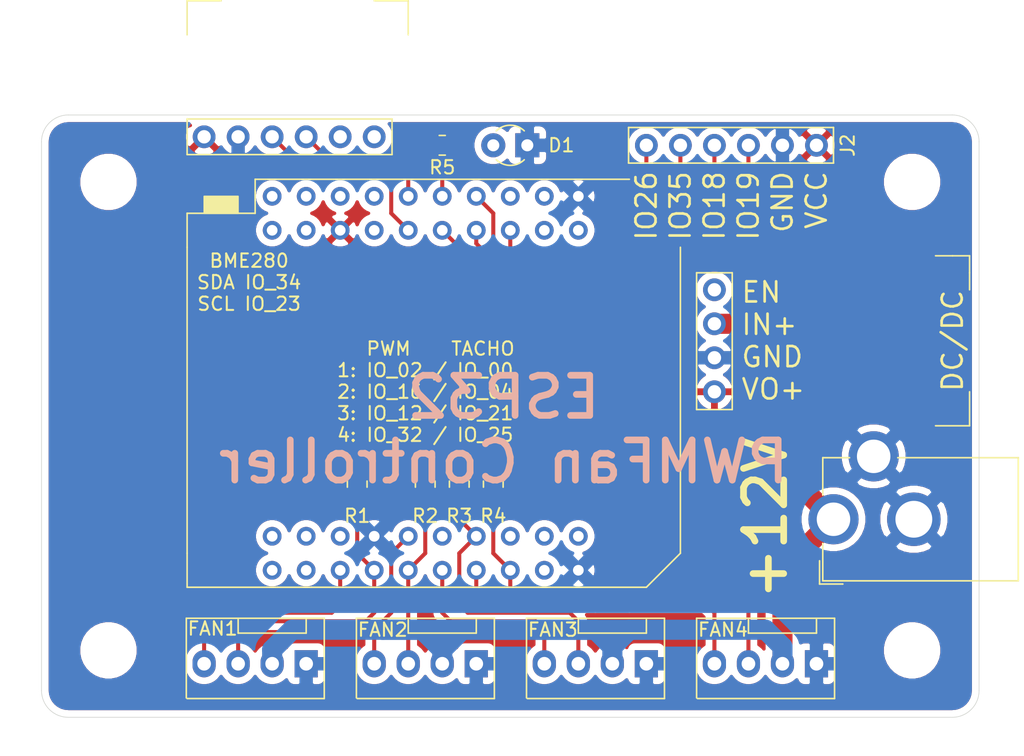
<source format=kicad_pcb>
(kicad_pcb (version 20171130) (host pcbnew "(5.1.9)-1")

  (general
    (thickness 1.6)
    (drawings 23)
    (tracks 98)
    (zones 0)
    (modules 19)
    (nets 44)
  )

  (page A4)
  (layers
    (0 F.Cu signal)
    (31 B.Cu signal)
    (32 B.Adhes user)
    (33 F.Adhes user)
    (34 B.Paste user)
    (35 F.Paste user)
    (36 B.SilkS user)
    (37 F.SilkS user)
    (38 B.Mask user)
    (39 F.Mask user)
    (40 Dwgs.User user hide)
    (41 Cmts.User user hide)
    (42 Eco1.User user)
    (43 Eco2.User user)
    (44 Edge.Cuts user)
    (45 Margin user)
    (46 B.CrtYd user)
    (47 F.CrtYd user)
    (48 B.Fab user hide)
    (49 F.Fab user hide)
  )

  (setup
    (last_trace_width 0.25)
    (user_trace_width 0.3)
    (user_trace_width 0.5)
    (user_trace_width 1)
    (user_trace_width 1.5)
    (user_trace_width 3)
    (trace_clearance 0.2)
    (zone_clearance 0.508)
    (zone_45_only no)
    (trace_min 0.2)
    (via_size 0.8)
    (via_drill 0.4)
    (via_min_size 0.4)
    (via_min_drill 0.3)
    (user_via 1.2 1)
    (uvia_size 0.3)
    (uvia_drill 0.1)
    (uvias_allowed no)
    (uvia_min_size 0.2)
    (uvia_min_drill 0.1)
    (edge_width 0.05)
    (segment_width 0.2)
    (pcb_text_width 0.3)
    (pcb_text_size 1.5 1.5)
    (mod_edge_width 0.12)
    (mod_text_size 1 1)
    (mod_text_width 0.15)
    (pad_size 1.524 1.524)
    (pad_drill 0.762)
    (pad_to_mask_clearance 0)
    (aux_axis_origin 0 0)
    (grid_origin 119.38 144.925)
    (visible_elements 7FFFFFFF)
    (pcbplotparams
      (layerselection 0x010fc_ffffffff)
      (usegerberextensions false)
      (usegerberattributes true)
      (usegerberadvancedattributes true)
      (creategerberjobfile true)
      (excludeedgelayer true)
      (linewidth 0.100000)
      (plotframeref false)
      (viasonmask false)
      (mode 1)
      (useauxorigin false)
      (hpglpennumber 1)
      (hpglpenspeed 20)
      (hpglpendiameter 15.000000)
      (psnegative false)
      (psa4output false)
      (plotreference true)
      (plotvalue true)
      (plotinvisibletext false)
      (padsonsilk false)
      (subtractmaskfromsilk false)
      (outputformat 1)
      (mirror false)
      (drillshape 0)
      (scaleselection 1)
      (outputdirectory "gerber/"))
  )

  (net 0 "")
  (net 1 PWM1)
  (net 2 SENSE1)
  (net 3 +12V)
  (net 4 GND)
  (net 5 PWM2)
  (net 6 SENSE2)
  (net 7 PWM3)
  (net 8 SENSE3)
  (net 9 PWM4)
  (net 10 SENSE4)
  (net 11 +3V3)
  (net 12 "Net-(J1-Pad1)")
  (net 13 SDA)
  (net 14 SCL)
  (net 15 "Net-(U1-Pad2)")
  (net 16 "Net-(U1-Pad3)")
  (net 17 "Net-(U1-Pad4)")
  (net 18 "Net-(U1-Pad5)")
  (net 19 "Net-(U1-Pad15)")
  (net 20 "Net-(U1-Pad19)")
  (net 21 "Net-(U1-Pad21)")
  (net 22 "Net-(U1-Pad23)")
  (net 23 "Net-(U1-Pad29)")
  (net 24 "Net-(U1-Pad35)")
  (net 25 "Net-(U1-Pad37)")
  (net 26 "Net-(U1-Pad38)")
  (net 27 "Net-(U1-Pad39)")
  (net 28 "Net-(U1-Pad40)")
  (net 29 "Net-(U1-Pad13)")
  (net 30 "Net-(U1-Pad17)")
  (net 31 "Net-(U1-Pad14)")
  (net 32 "Net-(J8-Pad6)")
  (net 33 "Net-(J8-Pad5)")
  (net 34 "Net-(U1-Pad24)")
  (net 35 "Net-(U1-Pad18)")
  (net 36 "Net-(U1-Pad20)")
  (net 37 IO26)
  (net 38 IO18)
  (net 39 "Net-(D1-Pad2)")
  (net 40 LINK)
  (net 41 IO19)
  (net 42 IO35)
  (net 43 "Net-(U1-Pad25)")

  (net_class Default "This is the default net class."
    (clearance 0.2)
    (trace_width 0.25)
    (via_dia 0.8)
    (via_drill 0.4)
    (uvia_dia 0.3)
    (uvia_drill 0.1)
    (add_net +12V)
    (add_net +3V3)
    (add_net GND)
    (add_net IO18)
    (add_net IO19)
    (add_net IO26)
    (add_net IO35)
    (add_net LINK)
    (add_net "Net-(D1-Pad2)")
    (add_net "Net-(J1-Pad1)")
    (add_net "Net-(J8-Pad5)")
    (add_net "Net-(J8-Pad6)")
    (add_net "Net-(U1-Pad13)")
    (add_net "Net-(U1-Pad14)")
    (add_net "Net-(U1-Pad15)")
    (add_net "Net-(U1-Pad17)")
    (add_net "Net-(U1-Pad18)")
    (add_net "Net-(U1-Pad19)")
    (add_net "Net-(U1-Pad2)")
    (add_net "Net-(U1-Pad20)")
    (add_net "Net-(U1-Pad21)")
    (add_net "Net-(U1-Pad23)")
    (add_net "Net-(U1-Pad24)")
    (add_net "Net-(U1-Pad25)")
    (add_net "Net-(U1-Pad29)")
    (add_net "Net-(U1-Pad3)")
    (add_net "Net-(U1-Pad35)")
    (add_net "Net-(U1-Pad37)")
    (add_net "Net-(U1-Pad38)")
    (add_net "Net-(U1-Pad39)")
    (add_net "Net-(U1-Pad4)")
    (add_net "Net-(U1-Pad40)")
    (add_net "Net-(U1-Pad5)")
    (add_net PWM1)
    (add_net PWM2)
    (add_net PWM3)
    (add_net PWM4)
    (add_net SCL)
    (add_net SDA)
    (add_net SENSE1)
    (add_net SENSE2)
    (add_net SENSE3)
    (add_net SENSE4)
  )

  (module Connector_PinHeader_2.54mm:PinHeader_1x04_P2.54mm_Vertical (layer F.Cu) (tedit 605F0CF8) (tstamp 6059792F)
    (at 134.62 116.985)
    (descr "Through hole straight pin header, 1x04, 2.54mm pitch, single row")
    (tags "Through hole pin header THT 1x04 2.54mm single row")
    (path /60592BA1)
    (fp_text reference J1 (at 0 -2.33) (layer F.SilkS) hide
      (effects (font (size 1 1) (thickness 0.15)))
    )
    (fp_text value Conn_01x04 (at 0 9.95) (layer F.Fab)
      (effects (font (size 1 1) (thickness 0.15)))
    )
    (fp_line (start 17.78 -2.54) (end 16.51 -2.54) (layer F.SilkS) (width 0.12))
    (fp_line (start 19.05 -1.27) (end 19.05 0) (layer F.SilkS) (width 0.12))
    (fp_line (start 19.05 10.16) (end 16.51 10.16) (layer F.SilkS) (width 0.12))
    (fp_line (start 19.05 7.62) (end 19.05 10.16) (layer F.SilkS) (width 0.12))
    (fp_line (start 19.05 -2.54) (end 19.05 -1.27) (layer F.SilkS) (width 0.12))
    (fp_line (start 17.78 -2.54) (end 19.05 -2.54) (layer F.SilkS) (width 0.12))
    (fp_line (start 1.8 -1.8) (end -1.8 -1.8) (layer F.CrtYd) (width 0.05))
    (fp_line (start 1.8 9.4) (end 1.8 -1.8) (layer F.CrtYd) (width 0.05))
    (fp_line (start -1.8 9.4) (end 1.8 9.4) (layer F.CrtYd) (width 0.05))
    (fp_line (start -1.8 -1.8) (end -1.8 9.4) (layer F.CrtYd) (width 0.05))
    (fp_line (start -1.33 -1.27) (end 1.33 -1.27) (layer F.SilkS) (width 0.12))
    (fp_line (start 1.33 -1.27) (end 1.33 8.95) (layer F.SilkS) (width 0.12))
    (fp_line (start -1.33 -1.27) (end -1.33 8.95) (layer F.SilkS) (width 0.12))
    (fp_line (start -1.33 8.95) (end 1.33 8.95) (layer F.SilkS) (width 0.12))
    (fp_line (start -1.27 -0.635) (end -0.635 -1.27) (layer F.Fab) (width 0.1))
    (fp_line (start -1.27 8.89) (end -1.27 -0.635) (layer F.Fab) (width 0.1))
    (fp_line (start 1.27 8.89) (end -1.27 8.89) (layer F.Fab) (width 0.1))
    (fp_line (start 1.27 -1.27) (end 1.27 8.89) (layer F.Fab) (width 0.1))
    (fp_line (start -0.635 -1.27) (end 1.27 -1.27) (layer F.Fab) (width 0.1))
    (fp_text user %R (at 0 3.81 90) (layer F.Fab)
      (effects (font (size 1 1) (thickness 0.15)))
    )
    (pad 4 thru_hole oval (at 0 7.62) (size 1.7 1.7) (drill 1) (layers *.Cu *.Mask)
      (net 11 +3V3))
    (pad 3 thru_hole oval (at 0 5.08) (size 1.7 1.7) (drill 1) (layers *.Cu *.Mask)
      (net 4 GND))
    (pad 2 thru_hole oval (at 0 2.54) (size 1.7 1.7) (drill 1) (layers *.Cu *.Mask)
      (net 3 +12V))
    (pad 1 thru_hole circle (at 0 0) (size 1.7 1.7) (drill 1) (layers *.Cu *.Mask)
      (net 12 "Net-(J1-Pad1)"))
    (model ${KISYS3DMOD}/Connector_PinHeader_2.54mm.3dshapes/PinHeader_1x04_P2.54mm_Vertical.wrl
      (at (xyz 0 0 0))
      (scale (xyz 1 1 1))
      (rotate (xyz 0 0 0))
    )
  )

  (module Connector_PinHeader_2.54mm:PinHeader_1x06_P2.54mm_Vertical (layer F.Cu) (tedit 605EFAE9) (tstamp 605B7FFF)
    (at 142.24 106.19 270)
    (descr "Through hole straight pin header, 1x06, 2.54mm pitch, single row")
    (tags "Through hole pin header THT 1x06 2.54mm single row")
    (path /605ECCBE)
    (fp_text reference J2 (at 0 -2.33 270) (layer F.SilkS)
      (effects (font (size 1 1) (thickness 0.15)))
    )
    (fp_text value Conn_01x06 (at 0 15.03 270) (layer F.Fab)
      (effects (font (size 1 1) (thickness 0.15)))
    )
    (fp_line (start -0.635 -1.27) (end 1.27 -1.27) (layer F.Fab) (width 0.1))
    (fp_line (start 1.27 -1.27) (end 1.27 13.97) (layer F.Fab) (width 0.1))
    (fp_line (start 1.27 13.97) (end -1.27 13.97) (layer F.Fab) (width 0.1))
    (fp_line (start -1.27 13.97) (end -1.27 -0.635) (layer F.Fab) (width 0.1))
    (fp_line (start -1.27 -0.635) (end -0.635 -1.27) (layer F.Fab) (width 0.1))
    (fp_line (start -1.33 14.03) (end 1.33 14.03) (layer F.SilkS) (width 0.12))
    (fp_line (start -1.33 -1.27) (end -1.33 14.03) (layer F.SilkS) (width 0.12))
    (fp_line (start 1.33 -1.27) (end 1.33 14.03) (layer F.SilkS) (width 0.12))
    (fp_line (start -1.33 -1.27) (end 1.33 -1.27) (layer F.SilkS) (width 0.12))
    (fp_line (start -1.8 -1.8) (end -1.8 14.5) (layer F.CrtYd) (width 0.05))
    (fp_line (start -1.8 14.5) (end 1.8 14.5) (layer F.CrtYd) (width 0.05))
    (fp_line (start 1.8 14.5) (end 1.8 -1.8) (layer F.CrtYd) (width 0.05))
    (fp_line (start 1.8 -1.8) (end -1.8 -1.8) (layer F.CrtYd) (width 0.05))
    (fp_text user %R (at 0 6.35) (layer F.Fab)
      (effects (font (size 1 1) (thickness 0.15)))
    )
    (pad 6 thru_hole oval (at 0 12.7 270) (size 1.7 1.7) (drill 1) (layers *.Cu *.Mask)
      (net 37 IO26))
    (pad 5 thru_hole oval (at 0 10.16 270) (size 1.7 1.7) (drill 1) (layers *.Cu *.Mask)
      (net 42 IO35))
    (pad 4 thru_hole oval (at 0 7.62 270) (size 1.7 1.7) (drill 1) (layers *.Cu *.Mask)
      (net 38 IO18))
    (pad 3 thru_hole oval (at 0 5.08 270) (size 1.7 1.7) (drill 1) (layers *.Cu *.Mask)
      (net 41 IO19))
    (pad 2 thru_hole oval (at 0 2.54 270) (size 1.7 1.7) (drill 1) (layers *.Cu *.Mask)
      (net 4 GND))
    (pad 1 thru_hole circle (at 0 0 270) (size 1.7 1.7) (drill 1) (layers *.Cu *.Mask)
      (net 11 +3V3))
    (model ${KISYS3DMOD}/Connector_PinHeader_2.54mm.3dshapes/PinHeader_1x06_P2.54mm_Vertical.wrl
      (at (xyz 0 0 0))
      (scale (xyz 1 1 1))
      (rotate (xyz 0 0 0))
    )
  )

  (module Connector_PinHeader_2.54mm:PinHeader_1x06_P2.54mm_Vertical (layer F.Cu) (tedit 605EF8A2) (tstamp 60597966)
    (at 96.52 105.555 90)
    (descr "Through hole straight pin header, 1x06, 2.54mm pitch, single row")
    (tags "Through hole pin header THT 1x06 2.54mm single row")
    (path /605D2761)
    (fp_text reference J8 (at 0 -2.33 90) (layer F.SilkS) hide
      (effects (font (size 1 1) (thickness 0.15)))
    )
    (fp_text value Conn_01x06 (at 0 15.03 90) (layer F.Fab)
      (effects (font (size 1 1) (thickness 0.15)))
    )
    (fp_line (start 10.16 15.24) (end 7.62 15.24) (layer F.SilkS) (width 0.12))
    (fp_line (start 10.16 15.24) (end 10.16 12.7) (layer F.SilkS) (width 0.12))
    (fp_line (start 10.16 -1.27) (end 10.16 1.27) (layer F.SilkS) (width 0.12))
    (fp_line (start 7.62 -1.27) (end 10.16 -1.27) (layer F.SilkS) (width 0.12))
    (fp_line (start 1.8 -1.8) (end -1.8 -1.8) (layer F.CrtYd) (width 0.05))
    (fp_line (start 1.8 14.5) (end 1.8 -1.8) (layer F.CrtYd) (width 0.05))
    (fp_line (start -1.8 14.5) (end 1.8 14.5) (layer F.CrtYd) (width 0.05))
    (fp_line (start -1.8 -1.8) (end -1.8 14.5) (layer F.CrtYd) (width 0.05))
    (fp_line (start -1.33 -1.27) (end 1.33 -1.27) (layer F.SilkS) (width 0.12))
    (fp_line (start 1.33 -1.27) (end 1.33 14.03) (layer F.SilkS) (width 0.12))
    (fp_line (start -1.33 -1.27) (end -1.33 14.03) (layer F.SilkS) (width 0.12))
    (fp_line (start -1.33 14.03) (end 1.33 14.03) (layer F.SilkS) (width 0.12))
    (fp_line (start -1.27 -0.635) (end -0.635 -1.27) (layer F.Fab) (width 0.1))
    (fp_line (start -1.27 13.97) (end -1.27 -0.635) (layer F.Fab) (width 0.1))
    (fp_line (start 1.27 13.97) (end -1.27 13.97) (layer F.Fab) (width 0.1))
    (fp_line (start 1.27 -1.27) (end 1.27 13.97) (layer F.Fab) (width 0.1))
    (fp_line (start -0.635 -1.27) (end 1.27 -1.27) (layer F.Fab) (width 0.1))
    (fp_text user %R (at 0 6.35 180) (layer F.Fab)
      (effects (font (size 1 1) (thickness 0.15)))
    )
    (pad 6 thru_hole oval (at 0 12.7 90) (size 1.7 1.7) (drill 1) (layers *.Cu *.Mask)
      (net 32 "Net-(J8-Pad6)"))
    (pad 5 thru_hole oval (at 0 10.16 90) (size 1.7 1.7) (drill 1) (layers *.Cu *.Mask)
      (net 33 "Net-(J8-Pad5)"))
    (pad 4 thru_hole oval (at 0 7.62 90) (size 1.7 1.7) (drill 1) (layers *.Cu *.Mask)
      (net 13 SDA))
    (pad 3 thru_hole oval (at 0 5.08 90) (size 1.7 1.7) (drill 1) (layers *.Cu *.Mask)
      (net 14 SCL))
    (pad 2 thru_hole oval (at 0 2.54 90) (size 1.7 1.7) (drill 1) (layers *.Cu *.Mask)
      (net 4 GND))
    (pad 1 thru_hole circle (at 0 0 90) (size 1.7 1.7) (drill 1) (layers *.Cu *.Mask)
      (net 11 +3V3))
    (model ${KISYS3DMOD}/Connector_PinHeader_2.54mm.3dshapes/PinHeader_1x06_P2.54mm_Vertical.wrl
      (at (xyz 0 0 0))
      (scale (xyz 1 1 1))
      (rotate (xyz 0 0 0))
    )
  )

  (module LED_THT:LED_D3.0mm (layer F.Cu) (tedit 605EF87E) (tstamp 605B4AD4)
    (at 120.65 106.19 180)
    (descr "LED, diameter 3.0mm, 2 pins")
    (tags "LED diameter 3.0mm 2 pins")
    (path /605B5957)
    (fp_text reference D1 (at -2.54 0 180) (layer F.SilkS)
      (effects (font (size 1 1) (thickness 0.15)))
    )
    (fp_text value LED (at 1.27 2.96 180) (layer F.Fab)
      (effects (font (size 1 1) (thickness 0.15)))
    )
    (fp_circle (center 1.27 0) (end 2.77 0) (layer F.Fab) (width 0.1))
    (fp_line (start -0.23 -1.16619) (end -0.23 1.16619) (layer F.Fab) (width 0.1))
    (fp_line (start -1.15 -2.25) (end -1.15 2.25) (layer F.CrtYd) (width 0.05))
    (fp_line (start -1.15 2.25) (end 3.7 2.25) (layer F.CrtYd) (width 0.05))
    (fp_line (start 3.7 2.25) (end 3.7 -2.25) (layer F.CrtYd) (width 0.05))
    (fp_line (start 3.7 -2.25) (end -1.15 -2.25) (layer F.CrtYd) (width 0.05))
    (fp_arc (start 1.27 0) (end 0.229039 1.08) (angle -87.9) (layer F.SilkS) (width 0.12))
    (fp_arc (start 1.27 0) (end 0.229039 -1.08) (angle 87.9) (layer F.SilkS) (width 0.12))
    (fp_arc (start 1.27 0) (end -0.23 -1.16619) (angle 284.3) (layer F.Fab) (width 0.1))
    (pad 2 thru_hole circle (at 2.54 0 180) (size 1.8 1.8) (drill 0.9) (layers *.Cu *.Mask)
      (net 39 "Net-(D1-Pad2)"))
    (pad 1 thru_hole rect (at 0 0 180) (size 1.8 1.8) (drill 0.9) (layers *.Cu *.Mask)
      (net 4 GND))
    (model ${KISYS3DMOD}/LED_THT.3dshapes/LED_D3.0mm.wrl
      (at (xyz 0 0 0))
      (scale (xyz 1 1 1))
      (rotate (xyz 0 0 0))
    )
  )

  (module ESP32_mini:ESP32_mini (layer F.Cu) (tedit 605EF020) (tstamp 60597A10)
    (at 113.03 123.97 270)
    (path /60591094)
    (fp_text reference U1 (at -3.81 1.27 270) (layer F.SilkS) hide
      (effects (font (size 1 1) (thickness 0.15)))
    )
    (fp_text value mini_esp32 (at 0 -1.27 270) (layer F.Fab) hide
      (effects (font (size 1 1) (thickness 0.15)))
    )
    (fp_line (start -10.16 17.78) (end 12.7 17.78) (layer F.SilkS) (width 0.12))
    (fp_line (start -10.16 -19.05) (end 12.7 -19.05) (layer F.SilkS) (width 0.12))
    (fp_line (start -12.7 12.7) (end -12.7 17.78) (layer F.SilkS) (width 0.12))
    (fp_line (start 12.7 -19.05) (end 15.24 -16.51) (layer F.SilkS) (width 0.12))
    (fp_line (start 15.24 -16.51) (end 15.24 17.78) (layer F.SilkS) (width 0.12))
    (fp_line (start -15.24 -15.24) (end -15.24 12.7) (layer F.SilkS) (width 0.12))
    (fp_line (start -15.24 12.7) (end -12.7 12.7) (layer F.SilkS) (width 0.12))
    (fp_poly (pts (xy -13.97 16.51) (xy -13.97 13.97) (xy -12.7 13.97) (xy -12.7 16.51)) (layer F.SilkS) (width 0.1))
    (fp_line (start -15.24 -12.7) (end 15.24 -12.7) (layer Dwgs.User) (width 0.12))
    (fp_line (start 15.24 -12.7) (end 15.24 -19.05) (layer Dwgs.User) (width 0.12))
    (fp_line (start 15.24 -19.05) (end -15.24 -19.05) (layer Dwgs.User) (width 0.12))
    (fp_line (start -15.24 -19.05) (end -15.24 -12.7) (layer Dwgs.User) (width 0.12))
    (fp_line (start -10.16 -19.05) (end -15.24 -13.97) (layer Dwgs.User) (width 0.12))
    (fp_line (start -6.35 -19.05) (end -12.7 -12.7) (layer Dwgs.User) (width 0.12))
    (fp_line (start -2.54 -19.05) (end -8.89 -12.7) (layer Dwgs.User) (width 0.12))
    (fp_line (start 1.27 -19.05) (end -5.08 -12.7) (layer Dwgs.User) (width 0.12))
    (fp_line (start 5.08 -19.05) (end -1.27 -12.7) (layer Dwgs.User) (width 0.12))
    (fp_line (start 8.89 -19.05) (end 2.54 -12.7) (layer Dwgs.User) (width 0.12))
    (fp_line (start 12.7 -19.05) (end 6.35 -12.7) (layer Dwgs.User) (width 0.12))
    (fp_line (start 15.24 -16.51) (end 11.43 -12.7) (layer Dwgs.User) (width 0.12))
    (fp_line (start -12.7 17.78) (end -10.16 17.78) (layer F.SilkS) (width 0.12))
    (fp_line (start 13.97 16.51) (end 11.43 16.51) (layer Dwgs.User) (width 0.12))
    (fp_line (start 11.43 16.51) (end 11.43 15.24) (layer Dwgs.User) (width 0.12))
    (fp_line (start 11.43 15.24) (end 13.97 15.24) (layer Dwgs.User) (width 0.12))
    (fp_line (start 13.97 15.24) (end 13.97 16.51) (layer Dwgs.User) (width 0.12))
    (fp_line (start 11.43 12.7) (end 11.43 13.97) (layer Dwgs.User) (width 0.12))
    (fp_line (start 11.43 13.97) (end 13.97 13.97) (layer Dwgs.User) (width 0.12))
    (fp_line (start 13.97 13.97) (end 13.97 12.7) (layer Dwgs.User) (width 0.12))
    (fp_line (start 13.97 12.7) (end 11.43 12.7) (layer Dwgs.User) (width 0.12))
    (fp_line (start 12.7 17.78) (end 15.24 17.78) (layer F.SilkS) (width 0.12))
    (fp_text user RST (at -11.43 15.24 270) (layer F.SilkS) hide
      (effects (font (size 1 1) (thickness 0.15)))
    )
    (fp_text user "NO COPPER - KEEP OUT" (at 0 -15.24 270) (layer Dwgs.User) hide
      (effects (font (size 1 1) (thickness 0.15)))
    )
    (fp_text user PWR (at 12.573 15.875 270) (layer Dwgs.User)
      (effects (font (size 0.5 0.5) (thickness 0.125)))
    )
    (fp_text user IO_02 (at 12.7 13.335 270) (layer Dwgs.User)
      (effects (font (size 0.5 0.5) (thickness 0.125)))
    )
    (pad 2 thru_hole circle (at -11.43 -11.43 180) (size 1.4 1.4) (drill 0.8) (layers *.Cu *.Mask)
      (net 15 "Net-(U1-Pad2)"))
    (pad 1 thru_hole circle (at -13.97 -11.43 180) (size 1.4 1.4) (drill 0.8) (layers *.Cu *.Mask)
      (net 4 GND))
    (pad 3 thru_hole circle (at -13.97 -8.89 180) (size 1.4 1.4) (drill 0.8) (layers *.Cu *.Mask)
      (net 16 "Net-(U1-Pad3)"))
    (pad 4 thru_hole circle (at -11.43 -8.89 180) (size 1.4 1.4) (drill 0.8) (layers *.Cu *.Mask)
      (net 17 "Net-(U1-Pad4)"))
    (pad 5 thru_hole circle (at -13.97 -6.35 180) (size 1.4 1.4) (drill 0.8) (layers *.Cu *.Mask)
      (net 18 "Net-(U1-Pad5)"))
    (pad 6 thru_hole circle (at -11.43 -6.35 180) (size 1.4 1.4) (drill 0.8) (layers *.Cu *.Mask)
      (net 37 IO26))
    (pad 7 thru_hole circle (at -13.97 -3.81 180) (size 1.4 1.4) (drill 0.8) (layers *.Cu *.Mask)
      (net 42 IO35))
    (pad 8 thru_hole circle (at -11.43 -3.81 180) (size 1.4 1.4) (drill 0.8) (layers *.Cu *.Mask)
      (net 38 IO18))
    (pad 9 thru_hole circle (at -13.97 -1.27 180) (size 1.4 1.4) (drill 0.8) (layers *.Cu *.Mask)
      (net 40 LINK))
    (pad 10 thru_hole circle (at -11.43 -1.27 180) (size 1.4 1.4) (drill 0.8) (layers *.Cu *.Mask)
      (net 41 IO19))
    (pad 11 thru_hole circle (at -13.97 1.27 180) (size 1.4 1.4) (drill 0.8) (layers *.Cu *.Mask)
      (net 13 SDA))
    (pad 12 thru_hole circle (at -11.43 1.27 180) (size 1.4 1.4) (drill 0.8) (layers *.Cu *.Mask)
      (net 14 SCL))
    (pad 13 thru_hole circle (at -13.97 3.81 180) (size 1.4 1.4) (drill 0.8) (layers *.Cu *.Mask)
      (net 29 "Net-(U1-Pad13)"))
    (pad 14 thru_hole circle (at -11.43 3.81 180) (size 1.4 1.4) (drill 0.8) (layers *.Cu *.Mask)
      (net 31 "Net-(U1-Pad14)"))
    (pad 15 thru_hole circle (at -13.97 6.35 180) (size 1.4 1.4) (drill 0.8) (layers *.Cu *.Mask)
      (net 19 "Net-(U1-Pad15)"))
    (pad 16 thru_hole circle (at -11.43 6.35 180) (size 1.4 1.4) (drill 0.8) (layers *.Cu *.Mask)
      (net 11 +3V3))
    (pad 17 thru_hole circle (at -13.97 8.89 180) (size 1.4 1.4) (drill 0.8) (layers *.Cu *.Mask)
      (net 30 "Net-(U1-Pad17)"))
    (pad 18 thru_hole circle (at -11.43 8.89 180) (size 1.4 1.4) (drill 0.8) (layers *.Cu *.Mask)
      (net 35 "Net-(U1-Pad18)"))
    (pad 19 thru_hole circle (at -13.97 11.43 180) (size 1.4 1.4) (drill 0.8) (layers *.Cu *.Mask)
      (net 20 "Net-(U1-Pad19)"))
    (pad 20 thru_hole circle (at -11.43 11.43 180) (size 1.4 1.4) (drill 0.8) (layers *.Cu *.Mask)
      (net 36 "Net-(U1-Pad20)"))
    (pad 21 thru_hole circle (at 11.43 -11.43 180) (size 1.4 1.4) (drill 0.8) (layers *.Cu *.Mask)
      (net 21 "Net-(U1-Pad21)"))
    (pad 22 thru_hole circle (at 13.97 -11.43 180) (size 1.4 1.4) (drill 0.8) (layers *.Cu *.Mask)
      (net 4 GND))
    (pad 23 thru_hole circle (at 11.43 -8.89 180) (size 1.4 1.4) (drill 0.8) (layers *.Cu *.Mask)
      (net 22 "Net-(U1-Pad23)"))
    (pad 24 thru_hole circle (at 13.97 -8.89 180) (size 1.4 1.4) (drill 0.8) (layers *.Cu *.Mask)
      (net 34 "Net-(U1-Pad24)"))
    (pad 25 thru_hole circle (at 11.43 -6.35 180) (size 1.4 1.4) (drill 0.8) (layers *.Cu *.Mask)
      (net 43 "Net-(U1-Pad25)"))
    (pad 26 thru_hole circle (at 13.97 -6.35 180) (size 1.4 1.4) (drill 0.8) (layers *.Cu *.Mask)
      (net 10 SENSE4))
    (pad 27 thru_hole circle (at 11.43 -3.81 180) (size 1.4 1.4) (drill 0.8) (layers *.Cu *.Mask)
      (net 8 SENSE3))
    (pad 28 thru_hole circle (at 13.97 -3.81 180) (size 1.4 1.4) (drill 0.8) (layers *.Cu *.Mask)
      (net 9 PWM4))
    (pad 29 thru_hole circle (at 11.43 -1.27 180) (size 1.4 1.4) (drill 0.8) (layers *.Cu *.Mask)
      (net 23 "Net-(U1-Pad29)"))
    (pad 30 thru_hole circle (at 13.97 -1.27 180) (size 1.4 1.4) (drill 0.8) (layers *.Cu *.Mask)
      (net 7 PWM3))
    (pad 31 thru_hole circle (at 11.43 1.27 180) (size 1.4 1.4) (drill 0.8) (layers *.Cu *.Mask)
      (net 5 PWM2))
    (pad 32 thru_hole circle (at 13.97 1.27 180) (size 1.4 1.4) (drill 0.8) (layers *.Cu *.Mask)
      (net 6 SENSE2))
    (pad 33 thru_hole circle (at 11.43 3.81 180) (size 1.4 1.4) (drill 0.8) (layers *.Cu *.Mask)
      (net 4 GND))
    (pad 34 thru_hole circle (at 13.97 3.81 180) (size 1.4 1.4) (drill 0.8) (layers *.Cu *.Mask)
      (net 2 SENSE1))
    (pad 35 thru_hole circle (at 11.43 6.35 180) (size 1.4 1.4) (drill 0.8) (layers *.Cu *.Mask)
      (net 24 "Net-(U1-Pad35)"))
    (pad 36 thru_hole circle (at 13.97 6.35 180) (size 1.4 1.4) (drill 0.8) (layers *.Cu *.Mask)
      (net 1 PWM1))
    (pad 37 thru_hole circle (at 11.43 8.89 180) (size 1.4 1.4) (drill 0.8) (layers *.Cu *.Mask)
      (net 25 "Net-(U1-Pad37)"))
    (pad 38 thru_hole circle (at 13.97 8.89 180) (size 1.4 1.4) (drill 0.8) (layers *.Cu *.Mask)
      (net 26 "Net-(U1-Pad38)"))
    (pad 39 thru_hole circle (at 11.43 11.43 180) (size 1.4 1.4) (drill 0.8) (layers *.Cu *.Mask)
      (net 27 "Net-(U1-Pad39)"))
    (pad 40 thru_hole circle (at 13.97 11.43 180) (size 1.4 1.4) (drill 0.8) (layers *.Cu *.Mask)
      (net 28 "Net-(U1-Pad40)"))
  )

  (module Resistor_SMD:R_0805_2012Metric (layer F.Cu) (tedit 5F68FEEE) (tstamp 60597977)
    (at 107.95 131.505 270)
    (descr "Resistor SMD 0805 (2012 Metric), square (rectangular) end terminal, IPC_7351 nominal, (Body size source: IPC-SM-782 page 72, https://www.pcb-3d.com/wordpress/wp-content/uploads/ipc-sm-782a_amendment_1_and_2.pdf), generated with kicad-footprint-generator")
    (tags resistor)
    (path /605DAEC6)
    (attr smd)
    (fp_text reference R1 (at 2.371 0 180) (layer F.SilkS)
      (effects (font (size 1 1) (thickness 0.15)))
    )
    (fp_text value 10k (at 0 1.65 90) (layer F.Fab)
      (effects (font (size 1 1) (thickness 0.15)))
    )
    (fp_line (start 1.68 0.95) (end -1.68 0.95) (layer F.CrtYd) (width 0.05))
    (fp_line (start 1.68 -0.95) (end 1.68 0.95) (layer F.CrtYd) (width 0.05))
    (fp_line (start -1.68 -0.95) (end 1.68 -0.95) (layer F.CrtYd) (width 0.05))
    (fp_line (start -1.68 0.95) (end -1.68 -0.95) (layer F.CrtYd) (width 0.05))
    (fp_line (start -0.227064 0.735) (end 0.227064 0.735) (layer F.SilkS) (width 0.12))
    (fp_line (start -0.227064 -0.735) (end 0.227064 -0.735) (layer F.SilkS) (width 0.12))
    (fp_line (start 1 0.625) (end -1 0.625) (layer F.Fab) (width 0.1))
    (fp_line (start 1 -0.625) (end 1 0.625) (layer F.Fab) (width 0.1))
    (fp_line (start -1 -0.625) (end 1 -0.625) (layer F.Fab) (width 0.1))
    (fp_line (start -1 0.625) (end -1 -0.625) (layer F.Fab) (width 0.1))
    (fp_text user %R (at 0 0 90) (layer F.Fab)
      (effects (font (size 0.5 0.5) (thickness 0.08)))
    )
    (pad 2 smd roundrect (at 0.9125 0 270) (size 1.025 1.4) (layers F.Cu F.Paste F.Mask) (roundrect_rratio 0.2439004878048781)
      (net 2 SENSE1))
    (pad 1 smd roundrect (at -0.9125 0 270) (size 1.025 1.4) (layers F.Cu F.Paste F.Mask) (roundrect_rratio 0.2439004878048781)
      (net 11 +3V3))
    (model ${KISYS3DMOD}/Resistor_SMD.3dshapes/R_0805_2012Metric.wrl
      (at (xyz 0 0 0))
      (scale (xyz 1 1 1))
      (rotate (xyz 0 0 0))
    )
  )

  (module Connector_BarrelJack:BarrelJack_CUI_PJ-102AH_Horizontal (layer F.Cu) (tedit 605CB24D) (tstamp 605ADA59)
    (at 143.51 134.13 90)
    (descr "Thin-pin DC Barrel Jack, https://cdn-shop.adafruit.com/datasheets/21mmdcjackDatasheet.pdf")
    (tags "Power Jack")
    (path /605C2A51)
    (fp_text reference J6 (at 5.75 8.45) (layer F.SilkS) hide
      (effects (font (size 1 1) (thickness 0.15)))
    )
    (fp_text value Conn_01x02_Female (at -5.5 6.2) (layer F.Fab)
      (effects (font (size 1 1) (thickness 0.15)))
    )
    (fp_line (start -4.5 10.2) (end 4.5 10.2) (layer F.Fab) (width 0.1))
    (fp_line (start -3.5 -0.7) (end 4.5 -0.7) (layer F.Fab) (width 0.1))
    (fp_line (start -4.5 0.3) (end -3.5 -0.7) (layer F.Fab) (width 0.1))
    (fp_line (start -4.5 13.7) (end -4.5 0.3) (layer F.Fab) (width 0.1))
    (fp_line (start 4.5 13.7) (end -4.5 13.7) (layer F.Fab) (width 0.1))
    (fp_line (start 4.5 -0.7) (end 4.5 13.7) (layer F.Fab) (width 0.1))
    (fp_line (start -4.84 -1.04) (end -3.1 -1.04) (layer F.SilkS) (width 0.12))
    (fp_line (start -4.84 0.7) (end -4.84 -1.04) (layer F.SilkS) (width 0.12))
    (fp_line (start 4.6 -0.8) (end 4.6 1.2) (layer F.SilkS) (width 0.12))
    (fp_line (start 1.8 -0.8) (end 4.6 -0.8) (layer F.SilkS) (width 0.12))
    (fp_line (start -4.6 -0.8) (end -1.8 -0.8) (layer F.SilkS) (width 0.12))
    (fp_line (start -4.6 13.8) (end -4.6 -0.8) (layer F.SilkS) (width 0.12))
    (fp_line (start 4.6 13.8) (end -4.6 13.8) (layer F.SilkS) (width 0.12))
    (fp_line (start 4.6 4.8) (end 4.6 13.8) (layer F.SilkS) (width 0.12))
    (fp_line (start -1.8 -1.8) (end 1.8 -1.8) (layer F.CrtYd) (width 0.05))
    (fp_line (start -1.8 -1.2) (end -1.8 -1.8) (layer F.CrtYd) (width 0.05))
    (fp_line (start -5 -1.2) (end -1.8 -1.2) (layer F.CrtYd) (width 0.05))
    (fp_line (start -5 14.2) (end -5 -1.2) (layer F.CrtYd) (width 0.05))
    (fp_line (start 5 14.2) (end -5 14.2) (layer F.CrtYd) (width 0.05))
    (fp_line (start 5 4.8) (end 5 14.2) (layer F.CrtYd) (width 0.05))
    (fp_line (start 6.5 4.8) (end 5 4.8) (layer F.CrtYd) (width 0.05))
    (fp_line (start 6.5 1.2) (end 6.5 4.8) (layer F.CrtYd) (width 0.05))
    (fp_line (start 5 1.2) (end 6.5 1.2) (layer F.CrtYd) (width 0.05))
    (fp_line (start 5 -1.2) (end 5 1.2) (layer F.CrtYd) (width 0.05))
    (fp_line (start 1.8 -1.2) (end 5 -1.2) (layer F.CrtYd) (width 0.05))
    (fp_line (start 1.8 -1.8) (end 1.8 -1.2) (layer F.CrtYd) (width 0.05))
    (fp_text user %R (at 0 6.5 270) (layer F.Fab)
      (effects (font (size 1 1) (thickness 0.15)))
    )
    (pad 2 thru_hole circle (at 4.7 3 90) (size 3.75 3.75) (drill 2.5) (layers *.Cu *.Mask)
      (net 4 GND))
    (pad 2 thru_hole circle (at 0 6 90) (size 4 4) (drill 2.75) (layers *.Cu *.Mask)
      (net 4 GND))
    (pad 1 thru_hole circle (at 0 0 90) (size 3.75 3.75) (drill 2.5) (layers *.Cu *.Mask)
      (net 3 +12V))
    (model ${KISYS3DMOD}/Connector_BarrelJack.3dshapes/BarrelJack_CUI_PJ-102AH_Horizontal.wrl
      (at (xyz 0 0 0))
      (scale (xyz 1 1 1))
      (rotate (xyz 0 0 0))
    )
  )

  (module Resistor_SMD:R_0805_2012Metric (layer F.Cu) (tedit 5F68FEEE) (tstamp 605B4D21)
    (at 114.3 106.19)
    (descr "Resistor SMD 0805 (2012 Metric), square (rectangular) end terminal, IPC_7351 nominal, (Body size source: IPC-SM-782 page 72, https://www.pcb-3d.com/wordpress/wp-content/uploads/ipc-sm-782a_amendment_1_and_2.pdf), generated with kicad-footprint-generator")
    (tags resistor)
    (path /605B7642)
    (attr smd)
    (fp_text reference R5 (at 0 1.651) (layer F.SilkS)
      (effects (font (size 1 1) (thickness 0.15)))
    )
    (fp_text value 1k (at 0 1.65) (layer F.Fab)
      (effects (font (size 1 1) (thickness 0.15)))
    )
    (fp_line (start -1 0.625) (end -1 -0.625) (layer F.Fab) (width 0.1))
    (fp_line (start -1 -0.625) (end 1 -0.625) (layer F.Fab) (width 0.1))
    (fp_line (start 1 -0.625) (end 1 0.625) (layer F.Fab) (width 0.1))
    (fp_line (start 1 0.625) (end -1 0.625) (layer F.Fab) (width 0.1))
    (fp_line (start -0.227064 -0.735) (end 0.227064 -0.735) (layer F.SilkS) (width 0.12))
    (fp_line (start -0.227064 0.735) (end 0.227064 0.735) (layer F.SilkS) (width 0.12))
    (fp_line (start -1.68 0.95) (end -1.68 -0.95) (layer F.CrtYd) (width 0.05))
    (fp_line (start -1.68 -0.95) (end 1.68 -0.95) (layer F.CrtYd) (width 0.05))
    (fp_line (start 1.68 -0.95) (end 1.68 0.95) (layer F.CrtYd) (width 0.05))
    (fp_line (start 1.68 0.95) (end -1.68 0.95) (layer F.CrtYd) (width 0.05))
    (fp_text user %R (at 0 0) (layer F.Fab)
      (effects (font (size 0.5 0.5) (thickness 0.08)))
    )
    (pad 2 smd roundrect (at 0.9125 0) (size 1.025 1.4) (layers F.Cu F.Paste F.Mask) (roundrect_rratio 0.2439004878048781)
      (net 39 "Net-(D1-Pad2)"))
    (pad 1 smd roundrect (at -0.9125 0) (size 1.025 1.4) (layers F.Cu F.Paste F.Mask) (roundrect_rratio 0.2439004878048781)
      (net 40 LINK))
    (model ${KISYS3DMOD}/Resistor_SMD.3dshapes/R_0805_2012Metric.wrl
      (at (xyz 0 0 0))
      (scale (xyz 1 1 1))
      (rotate (xyz 0 0 0))
    )
  )

  (module Connector:FanPinHeader_1x04_P2.54mm_Vertical (layer F.Cu) (tedit 60591E0F) (tstamp 605978F8)
    (at 142.24 144.925 180)
    (descr "4-pin CPU fan Through hole pin header, e.g. for Wieson part number 2366C888-007 Molex 47053-1000, Foxconn HF27040-M1, Tyco 1470947-1 or equivalent, see http://www.formfactors.org/developer%5Cspecs%5Crev1_2_public.pdf")
    (tags "pin header 4-pin CPU fan")
    (path /605A74D2)
    (fp_text reference FAN4 (at 6.985 2.54) (layer F.SilkS)
      (effects (font (size 1 1) (thickness 0.15)))
    )
    (fp_text value Conn_01x04 (at 4.05 4.35) (layer F.Fab)
      (effects (font (size 1 1) (thickness 0.15)))
    )
    (fp_line (start 9.35 -3.2) (end 9.35 3.8) (layer F.CrtYd) (width 0.05))
    (fp_line (start 9.35 -3.2) (end -1.75 -3.2) (layer F.CrtYd) (width 0.05))
    (fp_line (start -1.75 3.8) (end 9.35 3.8) (layer F.CrtYd) (width 0.05))
    (fp_line (start -1.75 3.8) (end -1.75 -3.2) (layer F.CrtYd) (width 0.05))
    (fp_line (start 5.08 2.29) (end 5.08 3.3) (layer F.SilkS) (width 0.12))
    (fp_line (start 0 2.29) (end 5.08 2.29) (layer F.SilkS) (width 0.12))
    (fp_line (start 0 3.3) (end 0 2.29) (layer F.SilkS) (width 0.12))
    (fp_line (start -1.25 -2.5) (end 4.4 -2.5) (layer F.Fab) (width 0.1))
    (fp_line (start -1.25 3.3) (end -1.25 -2.5) (layer F.Fab) (width 0.1))
    (fp_line (start -1.2 3.3) (end -1.25 3.3) (layer F.Fab) (width 0.1))
    (fp_line (start 8.85 3.3) (end -1.2 3.3) (layer F.Fab) (width 0.1))
    (fp_line (start 8.85 -2.5) (end 8.85 3.3) (layer F.Fab) (width 0.1))
    (fp_line (start 5.75 -2.5) (end 8.85 -2.5) (layer F.Fab) (width 0.1))
    (fp_line (start 0 2.3) (end 0 3.3) (layer F.Fab) (width 0.1))
    (fp_line (start 5.1 2.3) (end 0 2.3) (layer F.Fab) (width 0.1))
    (fp_line (start 5.1 3.3) (end 5.1 2.3) (layer F.Fab) (width 0.1))
    (fp_line (start -1.35 3.4) (end -1.35 -2.6) (layer F.SilkS) (width 0.12))
    (fp_line (start 8.95 3.4) (end -1.35 3.4) (layer F.SilkS) (width 0.12))
    (fp_line (start 8.95 -2.55) (end 8.95 3.4) (layer F.SilkS) (width 0.12))
    (fp_line (start -1.35 -2.6) (end 8.89 -2.6) (layer F.SilkS) (width 0.12))
    (fp_text user %R (at 1.85 -1.75) (layer F.Fab)
      (effects (font (size 1 1) (thickness 0.15)))
    )
    (pad 4 thru_hole oval (at 7.62 0 270) (size 2.03 1.73) (drill 1.02) (layers *.Cu *.Mask)
      (net 9 PWM4))
    (pad 3 thru_hole oval (at 5.08 0 270) (size 2.03 1.73) (drill 1.02) (layers *.Cu *.Mask)
      (net 10 SENSE4))
    (pad 2 thru_hole oval (at 2.54 0 270) (size 2.03 1.73) (drill 1.02) (layers *.Cu *.Mask)
      (net 3 +12V))
    (pad 1 thru_hole rect (at 0 0 270) (size 2.03 1.73) (drill 1.02) (layers *.Cu *.Mask)
      (net 4 GND))
    (model ${KISYS3DMOD}/Connector.3dshapes/FanPinHeader_1x04_P2.54mm_Vertical.wrl
      (at (xyz 0 0 0))
      (scale (xyz 1 1 1))
      (rotate (xyz 0 0 0))
    )
  )

  (module MountingHole:MountingHole_3.2mm_M3_ISO7380 (layer F.Cu) (tedit 56D1B4CB) (tstamp 6059AD57)
    (at 89.38 143.925)
    (descr "Mounting Hole 3.2mm, no annular, M3, ISO7380")
    (tags "mounting hole 3.2mm no annular m3 iso7380")
    (path /605A52D3)
    (attr virtual)
    (fp_text reference H4 (at 0 -3.85) (layer F.SilkS) hide
      (effects (font (size 1 1) (thickness 0.15)))
    )
    (fp_text value MountingHole (at -11 3) (layer F.Fab) hide
      (effects (font (size 1 1) (thickness 0.15)))
    )
    (fp_circle (center 0 0) (end 2.85 0) (layer Cmts.User) (width 0.15))
    (fp_circle (center 0 0) (end 3.1 0) (layer F.CrtYd) (width 0.05))
    (fp_text user %R (at 0.3 0) (layer F.Fab)
      (effects (font (size 1 1) (thickness 0.15)))
    )
    (pad 1 np_thru_hole circle (at 0 0) (size 3.2 3.2) (drill 3.2) (layers *.Cu *.Mask))
  )

  (module MountingHole:MountingHole_3.2mm_M3_ISO7380 (layer F.Cu) (tedit 56D1B4CB) (tstamp 6059AD4F)
    (at 149.38 143.925)
    (descr "Mounting Hole 3.2mm, no annular, M3, ISO7380")
    (tags "mounting hole 3.2mm no annular m3 iso7380")
    (path /605A42F1)
    (attr virtual)
    (fp_text reference H3 (at 0 -3.85) (layer F.SilkS) hide
      (effects (font (size 1 1) (thickness 0.15)))
    )
    (fp_text value MountingHole (at 14 4) (layer F.Fab)
      (effects (font (size 1 1) (thickness 0.15)))
    )
    (fp_circle (center 0 0) (end 2.85 0) (layer Cmts.User) (width 0.15))
    (fp_circle (center 0 0) (end 3.1 0) (layer F.CrtYd) (width 0.05))
    (fp_text user %R (at 0.3 0) (layer F.Fab)
      (effects (font (size 1 1) (thickness 0.15)))
    )
    (pad 1 np_thru_hole circle (at 0 0) (size 3.2 3.2) (drill 3.2) (layers *.Cu *.Mask))
  )

  (module MountingHole:MountingHole_3.2mm_M3_ISO7380 (layer F.Cu) (tedit 56D1B4CB) (tstamp 6059AD47)
    (at 149.38 108.925)
    (descr "Mounting Hole 3.2mm, no annular, M3, ISO7380")
    (tags "mounting hole 3.2mm no annular m3 iso7380")
    (path /605A32E8)
    (attr virtual)
    (fp_text reference H2 (at 0 -3.85) (layer F.SilkS) hide
      (effects (font (size 1 1) (thickness 0.15)))
    )
    (fp_text value MountingHole (at 12 -6) (layer F.Fab)
      (effects (font (size 1 1) (thickness 0.15)))
    )
    (fp_circle (center 0 0) (end 2.85 0) (layer Cmts.User) (width 0.15))
    (fp_circle (center 0 0) (end 3.1 0) (layer F.CrtYd) (width 0.05))
    (fp_text user %R (at 0.3 0) (layer F.Fab)
      (effects (font (size 1 1) (thickness 0.15)))
    )
    (pad 1 np_thru_hole circle (at 0 0) (size 3.2 3.2) (drill 3.2) (layers *.Cu *.Mask))
  )

  (module MountingHole:MountingHole_3.2mm_M3_ISO7380 (layer F.Cu) (tedit 56D1B4CB) (tstamp 6059AD3F)
    (at 89.38 108.925)
    (descr "Mounting Hole 3.2mm, no annular, M3, ISO7380")
    (tags "mounting hole 3.2mm no annular m3 iso7380")
    (path /605A1955)
    (attr virtual)
    (fp_text reference H1 (at 0 -3.85) (layer F.SilkS) hide
      (effects (font (size 1 1) (thickness 0.15)))
    )
    (fp_text value MountingHole (at -3 -9) (layer F.Fab)
      (effects (font (size 1 1) (thickness 0.15)))
    )
    (fp_circle (center 0 0) (end 2.85 0) (layer Cmts.User) (width 0.15))
    (fp_circle (center 0 0) (end 3.1 0) (layer F.CrtYd) (width 0.05))
    (fp_text user %R (at 0.3 0) (layer F.Fab)
      (effects (font (size 1 1) (thickness 0.15)))
    )
    (pad 1 np_thru_hole circle (at 0 0) (size 3.2 3.2) (drill 3.2) (layers *.Cu *.Mask))
  )

  (module Connector:FanPinHeader_1x04_P2.54mm_Vertical (layer F.Cu) (tedit 60591DFA) (tstamp 605978D9)
    (at 129.54 144.925 180)
    (descr "4-pin CPU fan Through hole pin header, e.g. for Wieson part number 2366C888-007 Molex 47053-1000, Foxconn HF27040-M1, Tyco 1470947-1 or equivalent, see http://www.formfactors.org/developer%5Cspecs%5Crev1_2_public.pdf")
    (tags "pin header 4-pin CPU fan")
    (path /605A61A5)
    (fp_text reference FAN3 (at 6.985 2.54 180) (layer F.SilkS)
      (effects (font (size 1 1) (thickness 0.15)))
    )
    (fp_text value Conn_01x04 (at 4.05 4.35 180) (layer F.Fab)
      (effects (font (size 1 1) (thickness 0.15)))
    )
    (fp_line (start 9.35 -3.2) (end 9.35 3.8) (layer F.CrtYd) (width 0.05))
    (fp_line (start 9.35 -3.2) (end -1.75 -3.2) (layer F.CrtYd) (width 0.05))
    (fp_line (start -1.75 3.8) (end 9.35 3.8) (layer F.CrtYd) (width 0.05))
    (fp_line (start -1.75 3.8) (end -1.75 -3.2) (layer F.CrtYd) (width 0.05))
    (fp_line (start 5.08 2.29) (end 5.08 3.3) (layer F.SilkS) (width 0.12))
    (fp_line (start 0 2.29) (end 5.08 2.29) (layer F.SilkS) (width 0.12))
    (fp_line (start 0 3.3) (end 0 2.29) (layer F.SilkS) (width 0.12))
    (fp_line (start -1.25 -2.5) (end 4.4 -2.5) (layer F.Fab) (width 0.1))
    (fp_line (start -1.25 3.3) (end -1.25 -2.5) (layer F.Fab) (width 0.1))
    (fp_line (start -1.2 3.3) (end -1.25 3.3) (layer F.Fab) (width 0.1))
    (fp_line (start 8.85 3.3) (end -1.2 3.3) (layer F.Fab) (width 0.1))
    (fp_line (start 8.85 -2.5) (end 8.85 3.3) (layer F.Fab) (width 0.1))
    (fp_line (start 5.75 -2.5) (end 8.85 -2.5) (layer F.Fab) (width 0.1))
    (fp_line (start 0 2.3) (end 0 3.3) (layer F.Fab) (width 0.1))
    (fp_line (start 5.1 2.3) (end 0 2.3) (layer F.Fab) (width 0.1))
    (fp_line (start 5.1 3.3) (end 5.1 2.3) (layer F.Fab) (width 0.1))
    (fp_line (start -1.35 3.4) (end -1.35 -2.6) (layer F.SilkS) (width 0.12))
    (fp_line (start 8.95 3.4) (end -1.35 3.4) (layer F.SilkS) (width 0.12))
    (fp_line (start 8.95 -2.55) (end 8.95 3.4) (layer F.SilkS) (width 0.12))
    (fp_line (start -1.35 -2.6) (end 8.89 -2.6) (layer F.SilkS) (width 0.12))
    (fp_text user %R (at 1.85 -1.75 180) (layer F.Fab)
      (effects (font (size 1 1) (thickness 0.15)))
    )
    (pad 4 thru_hole oval (at 7.62 0 270) (size 2.03 1.73) (drill 1.02) (layers *.Cu *.Mask)
      (net 7 PWM3))
    (pad 3 thru_hole oval (at 5.08 0 270) (size 2.03 1.73) (drill 1.02) (layers *.Cu *.Mask)
      (net 8 SENSE3))
    (pad 2 thru_hole oval (at 2.54 0 270) (size 2.03 1.73) (drill 1.02) (layers *.Cu *.Mask)
      (net 3 +12V))
    (pad 1 thru_hole rect (at 0 0 270) (size 2.03 1.73) (drill 1.02) (layers *.Cu *.Mask)
      (net 4 GND))
    (model ${KISYS3DMOD}/Connector.3dshapes/FanPinHeader_1x04_P2.54mm_Vertical.wrl
      (at (xyz 0 0 0))
      (scale (xyz 1 1 1))
      (rotate (xyz 0 0 0))
    )
  )

  (module Connector:FanPinHeader_1x04_P2.54mm_Vertical (layer F.Cu) (tedit 60591DE9) (tstamp 605978BA)
    (at 116.84 144.925 180)
    (descr "4-pin CPU fan Through hole pin header, e.g. for Wieson part number 2366C888-007 Molex 47053-1000, Foxconn HF27040-M1, Tyco 1470947-1 or equivalent, see http://www.formfactors.org/developer%5Cspecs%5Crev1_2_public.pdf")
    (tags "pin header 4-pin CPU fan")
    (path /605A568F)
    (fp_text reference FAN2 (at 6.985 2.54) (layer F.SilkS)
      (effects (font (size 1 1) (thickness 0.15)))
    )
    (fp_text value Conn_01x04 (at 4.05 4.35) (layer F.Fab)
      (effects (font (size 1 1) (thickness 0.15)))
    )
    (fp_line (start 9.35 -3.2) (end 9.35 3.8) (layer F.CrtYd) (width 0.05))
    (fp_line (start 9.35 -3.2) (end -1.75 -3.2) (layer F.CrtYd) (width 0.05))
    (fp_line (start -1.75 3.8) (end 9.35 3.8) (layer F.CrtYd) (width 0.05))
    (fp_line (start -1.75 3.8) (end -1.75 -3.2) (layer F.CrtYd) (width 0.05))
    (fp_line (start 5.08 2.29) (end 5.08 3.3) (layer F.SilkS) (width 0.12))
    (fp_line (start 0 2.29) (end 5.08 2.29) (layer F.SilkS) (width 0.12))
    (fp_line (start 0 3.3) (end 0 2.29) (layer F.SilkS) (width 0.12))
    (fp_line (start -1.25 -2.5) (end 4.4 -2.5) (layer F.Fab) (width 0.1))
    (fp_line (start -1.25 3.3) (end -1.25 -2.5) (layer F.Fab) (width 0.1))
    (fp_line (start -1.2 3.3) (end -1.25 3.3) (layer F.Fab) (width 0.1))
    (fp_line (start 8.85 3.3) (end -1.2 3.3) (layer F.Fab) (width 0.1))
    (fp_line (start 8.85 -2.5) (end 8.85 3.3) (layer F.Fab) (width 0.1))
    (fp_line (start 5.75 -2.5) (end 8.85 -2.5) (layer F.Fab) (width 0.1))
    (fp_line (start 0 2.3) (end 0 3.3) (layer F.Fab) (width 0.1))
    (fp_line (start 5.1 2.3) (end 0 2.3) (layer F.Fab) (width 0.1))
    (fp_line (start 5.1 3.3) (end 5.1 2.3) (layer F.Fab) (width 0.1))
    (fp_line (start -1.35 3.4) (end -1.35 -2.6) (layer F.SilkS) (width 0.12))
    (fp_line (start 8.95 3.4) (end -1.35 3.4) (layer F.SilkS) (width 0.12))
    (fp_line (start 8.95 -2.55) (end 8.95 3.4) (layer F.SilkS) (width 0.12))
    (fp_line (start -1.35 -2.6) (end 8.89 -2.6) (layer F.SilkS) (width 0.12))
    (fp_text user %R (at 1.85 -1.75) (layer F.Fab)
      (effects (font (size 1 1) (thickness 0.15)))
    )
    (pad 4 thru_hole oval (at 7.62 0 270) (size 2.03 1.73) (drill 1.02) (layers *.Cu *.Mask)
      (net 5 PWM2))
    (pad 3 thru_hole oval (at 5.08 0 270) (size 2.03 1.73) (drill 1.02) (layers *.Cu *.Mask)
      (net 6 SENSE2))
    (pad 2 thru_hole oval (at 2.54 0 270) (size 2.03 1.73) (drill 1.02) (layers *.Cu *.Mask)
      (net 3 +12V))
    (pad 1 thru_hole rect (at 0 0 270) (size 2.03 1.73) (drill 1.02) (layers *.Cu *.Mask)
      (net 4 GND))
    (model ${KISYS3DMOD}/Connector.3dshapes/FanPinHeader_1x04_P2.54mm_Vertical.wrl
      (at (xyz 0 0 0))
      (scale (xyz 1 1 1))
      (rotate (xyz 0 0 0))
    )
  )

  (module Connector:FanPinHeader_1x04_P2.54mm_Vertical (layer F.Cu) (tedit 60591DD2) (tstamp 6059789B)
    (at 104.14 144.925 180)
    (descr "4-pin CPU fan Through hole pin header, e.g. for Wieson part number 2366C888-007 Molex 47053-1000, Foxconn HF27040-M1, Tyco 1470947-1 or equivalent, see http://www.formfactors.org/developer%5Cspecs%5Crev1_2_public.pdf")
    (tags "pin header 4-pin CPU fan")
    (path /60593BB9)
    (fp_text reference FAN1 (at 6.985 2.625 180) (layer F.SilkS)
      (effects (font (size 1 1) (thickness 0.15)))
    )
    (fp_text value Conn_01x04 (at 4.05 4.35 180) (layer F.Fab)
      (effects (font (size 1 1) (thickness 0.15)))
    )
    (fp_line (start 9.35 -3.2) (end 9.35 3.8) (layer F.CrtYd) (width 0.05))
    (fp_line (start 9.35 -3.2) (end -1.75 -3.2) (layer F.CrtYd) (width 0.05))
    (fp_line (start -1.75 3.8) (end 9.35 3.8) (layer F.CrtYd) (width 0.05))
    (fp_line (start -1.75 3.8) (end -1.75 -3.2) (layer F.CrtYd) (width 0.05))
    (fp_line (start 5.08 2.29) (end 5.08 3.3) (layer F.SilkS) (width 0.12))
    (fp_line (start 0 2.29) (end 5.08 2.29) (layer F.SilkS) (width 0.12))
    (fp_line (start 0 3.3) (end 0 2.29) (layer F.SilkS) (width 0.12))
    (fp_line (start -1.25 -2.5) (end 4.4 -2.5) (layer F.Fab) (width 0.1))
    (fp_line (start -1.25 3.3) (end -1.25 -2.5) (layer F.Fab) (width 0.1))
    (fp_line (start -1.2 3.3) (end -1.25 3.3) (layer F.Fab) (width 0.1))
    (fp_line (start 8.85 3.3) (end -1.2 3.3) (layer F.Fab) (width 0.1))
    (fp_line (start 8.85 -2.5) (end 8.85 3.3) (layer F.Fab) (width 0.1))
    (fp_line (start 5.75 -2.5) (end 8.85 -2.5) (layer F.Fab) (width 0.1))
    (fp_line (start 0 2.3) (end 0 3.3) (layer F.Fab) (width 0.1))
    (fp_line (start 5.1 2.3) (end 0 2.3) (layer F.Fab) (width 0.1))
    (fp_line (start 5.1 3.3) (end 5.1 2.3) (layer F.Fab) (width 0.1))
    (fp_line (start -1.35 3.4) (end -1.35 -2.6) (layer F.SilkS) (width 0.12))
    (fp_line (start 8.95 3.4) (end -1.35 3.4) (layer F.SilkS) (width 0.12))
    (fp_line (start 8.95 -2.55) (end 8.95 3.4) (layer F.SilkS) (width 0.12))
    (fp_line (start -1.35 -2.6) (end 8.89 -2.6) (layer F.SilkS) (width 0.12))
    (fp_text user %R (at 1.85 -1.75 180) (layer F.Fab)
      (effects (font (size 1 1) (thickness 0.15)))
    )
    (pad 4 thru_hole oval (at 7.62 0 270) (size 2.03 1.73) (drill 1.02) (layers *.Cu *.Mask)
      (net 1 PWM1))
    (pad 3 thru_hole oval (at 5.08 0 270) (size 2.03 1.73) (drill 1.02) (layers *.Cu *.Mask)
      (net 2 SENSE1))
    (pad 2 thru_hole oval (at 2.54 0 270) (size 2.03 1.73) (drill 1.02) (layers *.Cu *.Mask)
      (net 3 +12V))
    (pad 1 thru_hole rect (at 0 0 270) (size 2.03 1.73) (drill 1.02) (layers *.Cu *.Mask)
      (net 4 GND))
    (model ${KISYS3DMOD}/Connector.3dshapes/FanPinHeader_1x04_P2.54mm_Vertical.wrl
      (at (xyz 0 0 0))
      (scale (xyz 1 1 1))
      (rotate (xyz 0 0 0))
    )
  )

  (module Resistor_SMD:R_0805_2012Metric (layer F.Cu) (tedit 5F68FEEE) (tstamp 60597988)
    (at 113.03 131.505 270)
    (descr "Resistor SMD 0805 (2012 Metric), square (rectangular) end terminal, IPC_7351 nominal, (Body size source: IPC-SM-782 page 72, https://www.pcb-3d.com/wordpress/wp-content/uploads/ipc-sm-782a_amendment_1_and_2.pdf), generated with kicad-footprint-generator")
    (tags resistor)
    (path /605EC9ED)
    (attr smd)
    (fp_text reference R2 (at 2.371 0 180) (layer F.SilkS)
      (effects (font (size 1 1) (thickness 0.15)))
    )
    (fp_text value 10k (at 0 1.65 90) (layer F.Fab)
      (effects (font (size 1 1) (thickness 0.15)))
    )
    (fp_line (start 1.68 0.95) (end -1.68 0.95) (layer F.CrtYd) (width 0.05))
    (fp_line (start 1.68 -0.95) (end 1.68 0.95) (layer F.CrtYd) (width 0.05))
    (fp_line (start -1.68 -0.95) (end 1.68 -0.95) (layer F.CrtYd) (width 0.05))
    (fp_line (start -1.68 0.95) (end -1.68 -0.95) (layer F.CrtYd) (width 0.05))
    (fp_line (start -0.227064 0.735) (end 0.227064 0.735) (layer F.SilkS) (width 0.12))
    (fp_line (start -0.227064 -0.735) (end 0.227064 -0.735) (layer F.SilkS) (width 0.12))
    (fp_line (start 1 0.625) (end -1 0.625) (layer F.Fab) (width 0.1))
    (fp_line (start 1 -0.625) (end 1 0.625) (layer F.Fab) (width 0.1))
    (fp_line (start -1 -0.625) (end 1 -0.625) (layer F.Fab) (width 0.1))
    (fp_line (start -1 0.625) (end -1 -0.625) (layer F.Fab) (width 0.1))
    (fp_text user %R (at 0 0 90) (layer F.Fab)
      (effects (font (size 0.5 0.5) (thickness 0.08)))
    )
    (pad 2 smd roundrect (at 0.9125 0 270) (size 1.025 1.4) (layers F.Cu F.Paste F.Mask) (roundrect_rratio 0.2439004878048781)
      (net 6 SENSE2))
    (pad 1 smd roundrect (at -0.9125 0 270) (size 1.025 1.4) (layers F.Cu F.Paste F.Mask) (roundrect_rratio 0.2439004878048781)
      (net 11 +3V3))
    (model ${KISYS3DMOD}/Resistor_SMD.3dshapes/R_0805_2012Metric.wrl
      (at (xyz 0 0 0))
      (scale (xyz 1 1 1))
      (rotate (xyz 0 0 0))
    )
  )

  (module Resistor_SMD:R_0805_2012Metric (layer F.Cu) (tedit 5F68FEEE) (tstamp 605979AA)
    (at 118.11 131.505 270)
    (descr "Resistor SMD 0805 (2012 Metric), square (rectangular) end terminal, IPC_7351 nominal, (Body size source: IPC-SM-782 page 72, https://www.pcb-3d.com/wordpress/wp-content/uploads/ipc-sm-782a_amendment_1_and_2.pdf), generated with kicad-footprint-generator")
    (tags resistor)
    (path /605EEC0D)
    (attr smd)
    (fp_text reference R4 (at 2.371 0 180) (layer F.SilkS)
      (effects (font (size 1 1) (thickness 0.15)))
    )
    (fp_text value 10k (at 0 1.65 90) (layer F.Fab)
      (effects (font (size 1 1) (thickness 0.15)))
    )
    (fp_line (start 1.68 0.95) (end -1.68 0.95) (layer F.CrtYd) (width 0.05))
    (fp_line (start 1.68 -0.95) (end 1.68 0.95) (layer F.CrtYd) (width 0.05))
    (fp_line (start -1.68 -0.95) (end 1.68 -0.95) (layer F.CrtYd) (width 0.05))
    (fp_line (start -1.68 0.95) (end -1.68 -0.95) (layer F.CrtYd) (width 0.05))
    (fp_line (start -0.227064 0.735) (end 0.227064 0.735) (layer F.SilkS) (width 0.12))
    (fp_line (start -0.227064 -0.735) (end 0.227064 -0.735) (layer F.SilkS) (width 0.12))
    (fp_line (start 1 0.625) (end -1 0.625) (layer F.Fab) (width 0.1))
    (fp_line (start 1 -0.625) (end 1 0.625) (layer F.Fab) (width 0.1))
    (fp_line (start -1 -0.625) (end 1 -0.625) (layer F.Fab) (width 0.1))
    (fp_line (start -1 0.625) (end -1 -0.625) (layer F.Fab) (width 0.1))
    (fp_text user %R (at 0 0 90) (layer F.Fab)
      (effects (font (size 0.5 0.5) (thickness 0.08)))
    )
    (pad 2 smd roundrect (at 0.9125 0 270) (size 1.025 1.4) (layers F.Cu F.Paste F.Mask) (roundrect_rratio 0.2439004878048781)
      (net 10 SENSE4))
    (pad 1 smd roundrect (at -0.9125 0 270) (size 1.025 1.4) (layers F.Cu F.Paste F.Mask) (roundrect_rratio 0.2439004878048781)
      (net 11 +3V3))
    (model ${KISYS3DMOD}/Resistor_SMD.3dshapes/R_0805_2012Metric.wrl
      (at (xyz 0 0 0))
      (scale (xyz 1 1 1))
      (rotate (xyz 0 0 0))
    )
  )

  (module Resistor_SMD:R_0805_2012Metric (layer F.Cu) (tedit 5F68FEEE) (tstamp 60597999)
    (at 115.57 131.505 270)
    (descr "Resistor SMD 0805 (2012 Metric), square (rectangular) end terminal, IPC_7351 nominal, (Body size source: IPC-SM-782 page 72, https://www.pcb-3d.com/wordpress/wp-content/uploads/ipc-sm-782a_amendment_1_and_2.pdf), generated with kicad-footprint-generator")
    (tags resistor)
    (path /605EDC19)
    (attr smd)
    (fp_text reference R3 (at 2.371 0 180) (layer F.SilkS)
      (effects (font (size 1 1) (thickness 0.15)))
    )
    (fp_text value 10k (at 0 1.65 90) (layer F.Fab)
      (effects (font (size 1 1) (thickness 0.15)))
    )
    (fp_line (start 1.68 0.95) (end -1.68 0.95) (layer F.CrtYd) (width 0.05))
    (fp_line (start 1.68 -0.95) (end 1.68 0.95) (layer F.CrtYd) (width 0.05))
    (fp_line (start -1.68 -0.95) (end 1.68 -0.95) (layer F.CrtYd) (width 0.05))
    (fp_line (start -1.68 0.95) (end -1.68 -0.95) (layer F.CrtYd) (width 0.05))
    (fp_line (start -0.227064 0.735) (end 0.227064 0.735) (layer F.SilkS) (width 0.12))
    (fp_line (start -0.227064 -0.735) (end 0.227064 -0.735) (layer F.SilkS) (width 0.12))
    (fp_line (start 1 0.625) (end -1 0.625) (layer F.Fab) (width 0.1))
    (fp_line (start 1 -0.625) (end 1 0.625) (layer F.Fab) (width 0.1))
    (fp_line (start -1 -0.625) (end 1 -0.625) (layer F.Fab) (width 0.1))
    (fp_line (start -1 0.625) (end -1 -0.625) (layer F.Fab) (width 0.1))
    (fp_text user %R (at 0 0) (layer F.Fab)
      (effects (font (size 0.5 0.5) (thickness 0.08)))
    )
    (pad 2 smd roundrect (at 0.9125 0 270) (size 1.025 1.4) (layers F.Cu F.Paste F.Mask) (roundrect_rratio 0.2439004878048781)
      (net 8 SENSE3))
    (pad 1 smd roundrect (at -0.9125 0 270) (size 1.025 1.4) (layers F.Cu F.Paste F.Mask) (roundrect_rratio 0.2439004878048781)
      (net 11 +3V3))
    (model ${KISYS3DMOD}/Resistor_SMD.3dshapes/R_0805_2012Metric.wrl
      (at (xyz 0 0 0))
      (scale (xyz 1 1 1))
      (rotate (xyz 0 0 0))
    )
  )

  (gr_text zeroflow (at 89.88 126.425 90) (layer F.Mask) (tstamp 605F5FAB)
    (effects (font (size 3 3) (thickness 0.5)))
  )
  (gr_text "BME280\nSDA IO_34\nSCL IO_23" (at 99.88 116.425) (layer F.SilkS)
    (effects (font (size 1 1) (thickness 0.15)))
  )
  (gr_text "   PWM    TACHO\n1: IO_02 / IO_00\n2: IO_16 / IO_04\n3: IO_12 / IO_21\n4: IO_32 / IO_25\n" (at 113.03 124.605) (layer F.SilkS)
    (effects (font (size 1 1) (thickness 0.15)))
  )
  (gr_text "EN\nIN+\nGND\nVO+" (at 136.525 120.795) (layer F.SilkS)
    (effects (font (size 1.5 1.5) (thickness 0.2)) (justify left))
  )
  (gr_text IO19 (at 137.16 108.01 90) (layer F.SilkS) (tstamp 605B8D06)
    (effects (font (size 1.5 1.5) (thickness 0.2)) (justify right))
  )
  (gr_text IO35 (at 132.08 108.01 90) (layer F.SilkS) (tstamp 605B8D06)
    (effects (font (size 1.5 1.5) (thickness 0.2)) (justify right))
  )
  (gr_arc (start 86.38 105.925) (end 86.38 103.925) (angle -90) (layer Edge.Cuts) (width 0.05))
  (gr_arc (start 86.38 146.925) (end 84.38 146.925) (angle -90) (layer Edge.Cuts) (width 0.05))
  (gr_arc (start 152.38 146.925) (end 152.38 148.925) (angle -90) (layer Edge.Cuts) (width 0.05))
  (gr_arc (start 152.38 105.925) (end 154.38 105.925) (angle -90) (layer Edge.Cuts) (width 0.05))
  (gr_text "ESP32\nPWMFan Controller" (at 118.88 127.425) (layer B.SilkS)
    (effects (font (size 3 3) (thickness 0.5)) (justify mirror))
  )
  (dimension 70 (width 0.15) (layer F.Fab)
    (gr_text "70.000 mm" (at 119.38 152.224999) (layer F.Fab)
      (effects (font (size 1 1) (thickness 0.15)))
    )
    (feature1 (pts (xy 154.38 148.925) (xy 154.38 151.51142)))
    (feature2 (pts (xy 84.38 148.925) (xy 84.38 151.51142)))
    (crossbar (pts (xy 84.38 150.924999) (xy 154.38 150.924999)))
    (arrow1a (pts (xy 154.38 150.924999) (xy 153.253496 151.51142)))
    (arrow1b (pts (xy 154.38 150.924999) (xy 153.253496 150.338578)))
    (arrow2a (pts (xy 84.38 150.924999) (xy 85.506504 151.51142)))
    (arrow2b (pts (xy 84.38 150.924999) (xy 85.506504 150.338578)))
  )
  (dimension 45 (width 0.15) (layer F.Fab)
    (gr_text "45.000 mm" (at 157.68 126.425 270) (layer F.Fab)
      (effects (font (size 1 1) (thickness 0.15)))
    )
    (feature1 (pts (xy 154.38 148.925) (xy 156.966421 148.925)))
    (feature2 (pts (xy 154.38 103.925) (xy 156.966421 103.925)))
    (crossbar (pts (xy 156.38 103.925) (xy 156.38 148.925)))
    (arrow1a (pts (xy 156.38 148.925) (xy 155.793579 147.798496)))
    (arrow1b (pts (xy 156.38 148.925) (xy 156.966421 147.798496)))
    (arrow2a (pts (xy 156.38 103.925) (xy 155.793579 105.051504)))
    (arrow2b (pts (xy 156.38 103.925) (xy 156.966421 105.051504)))
  )
  (gr_line (start 84.38 105.925) (end 84.38 146.925) (layer Edge.Cuts) (width 0.05) (tstamp 605B60B1))
  (gr_line (start 152.38 103.925) (end 86.38 103.925) (layer Edge.Cuts) (width 0.05))
  (gr_line (start 154.38 146.925) (end 154.38 105.925) (layer Edge.Cuts) (width 0.05))
  (gr_line (start 86.38 148.925) (end 152.38 148.925) (layer Edge.Cuts) (width 0.05))
  (gr_text VCC (at 142.24 108.01 90) (layer F.SilkS) (tstamp 605A1C94)
    (effects (font (size 1.5 1.5) (thickness 0.2)) (justify right))
  )
  (gr_text GND (at 139.7 108.01 90) (layer F.SilkS) (tstamp 605A1C94)
    (effects (font (size 1.5 1.5) (thickness 0.2)) (justify right))
  )
  (gr_text IO18 (at 134.62 108.01 90) (layer F.SilkS) (tstamp 605A1C94)
    (effects (font (size 1.5 1.5) (thickness 0.2)) (justify right))
  )
  (gr_text IO26 (at 129.54 108.01 90) (layer F.SilkS) (tstamp 605A1B0B)
    (effects (font (size 1.5 1.5) (thickness 0.2)) (justify right))
  )
  (gr_text DC/DC (at 152.4 120.795 90) (layer F.SilkS)
    (effects (font (size 1.5 1.5) (thickness 0.2)))
  )
  (gr_text +12V (at 138.43 134.045 90) (layer F.SilkS)
    (effects (font (size 3 3) (thickness 0.5)))
  )

  (segment (start 106.68 137.94) (end 106.68 140.48) (width 0.3) (layer F.Cu) (net 1))
  (segment (start 106.68 140.48) (end 106.045 141.115) (width 0.3) (layer F.Cu) (net 1))
  (segment (start 106.045 141.115) (end 97.155 141.115) (width 0.3) (layer F.Cu) (net 1))
  (segment (start 96.52 141.75) (end 96.52 144.925) (width 0.3) (layer F.Cu) (net 1))
  (segment (start 97.155 141.115) (end 96.52 141.75) (width 0.3) (layer F.Cu) (net 1))
  (segment (start 109.22 137.94) (end 107.95 136.67) (width 0.3) (layer F.Cu) (net 2))
  (segment (start 107.95 136.67) (end 107.95 132.4175) (width 0.3) (layer F.Cu) (net 2))
  (segment (start 109.22 137.94) (end 109.22 141.115) (width 0.3) (layer F.Cu) (net 2))
  (segment (start 109.22 141.115) (end 108.585 141.75) (width 0.3) (layer F.Cu) (net 2))
  (segment (start 108.585 141.75) (end 99.695 141.75) (width 0.3) (layer F.Cu) (net 2))
  (segment (start 99.06 142.385) (end 99.06 144.925) (width 0.3) (layer F.Cu) (net 2))
  (segment (start 99.695 141.75) (end 99.06 142.385) (width 0.3) (layer F.Cu) (net 2))
  (segment (start 139.7 137.94) (end 143.51 134.13) (width 1.5) (layer F.Cu) (net 3))
  (segment (start 139.7 144.925) (end 139.7 137.94) (width 1.5) (layer F.Cu) (net 3))
  (segment (start 143.51 134.13) (end 139.7 130.32) (width 1.5) (layer F.Cu) (net 3))
  (segment (start 139.7 130.32) (end 139.7 121.43) (width 1.5) (layer F.Cu) (net 3))
  (segment (start 137.795 119.525) (end 134.62 119.525) (width 1.5) (layer F.Cu) (net 3))
  (segment (start 139.7 121.43) (end 137.795 119.525) (width 1.5) (layer F.Cu) (net 3))
  (segment (start 139.7 144.925) (end 139.7 143.655) (width 1.5) (layer B.Cu) (net 3))
  (segment (start 139.7 143.655) (end 138.43 142.385) (width 1.5) (layer B.Cu) (net 3))
  (segment (start 127 143.655) (end 127 144.925) (width 1.5) (layer B.Cu) (net 3))
  (segment (start 128.27 142.385) (end 127 143.655) (width 1.5) (layer B.Cu) (net 3))
  (segment (start 125.73 142.385) (end 127 143.655) (width 1.5) (layer B.Cu) (net 3))
  (segment (start 115.789998 142.385) (end 125.73 142.385) (width 1.5) (layer B.Cu) (net 3))
  (segment (start 114.3 143.874998) (end 115.789998 142.385) (width 1.5) (layer B.Cu) (net 3))
  (segment (start 114.3 144.925) (end 114.3 143.874998) (width 1.5) (layer B.Cu) (net 3))
  (segment (start 112.810002 142.385) (end 114.3 143.874998) (width 1.5) (layer B.Cu) (net 3))
  (segment (start 101.6 143.874998) (end 103.089998 142.385) (width 1.5) (layer B.Cu) (net 3))
  (segment (start 101.6 144.925) (end 101.6 143.874998) (width 1.5) (layer B.Cu) (net 3))
  (segment (start 109.855 142.385) (end 112.810002 142.385) (width 1.5) (layer B.Cu) (net 3))
  (segment (start 130.81 142.385) (end 109.855 142.385) (width 1.5) (layer B.Cu) (net 3))
  (segment (start 103.089998 142.385) (end 109.855 142.385) (width 1.5) (layer B.Cu) (net 3))
  (segment (start 138.43 142.385) (end 130.81 142.385) (width 1.5) (layer B.Cu) (net 3))
  (segment (start 130.81 142.385) (end 128.27 142.385) (width 1.5) (layer B.Cu) (net 3))
  (segment (start 111.76 135.4) (end 110.49 136.67) (width 0.3) (layer F.Cu) (net 5))
  (segment (start 110.49 136.67) (end 110.49 141.115) (width 0.3) (layer F.Cu) (net 5))
  (segment (start 110.49 141.115) (end 109.22 142.385) (width 0.3) (layer F.Cu) (net 5))
  (segment (start 109.22 142.385) (end 109.22 144.925) (width 0.3) (layer F.Cu) (net 5))
  (segment (start 111.76 137.94) (end 111.76 144.925) (width 0.3) (layer F.Cu) (net 6))
  (segment (start 111.76 137.94) (end 113.03 136.67) (width 0.3) (layer F.Cu) (net 6))
  (segment (start 113.03 136.67) (end 113.03 132.4175) (width 0.3) (layer F.Cu) (net 6))
  (segment (start 114.3 137.94) (end 114.3 141.115) (width 0.3) (layer F.Cu) (net 7))
  (segment (start 114.3 141.115) (end 114.935 141.75) (width 0.3) (layer F.Cu) (net 7))
  (segment (start 114.935 141.75) (end 121.285 141.75) (width 0.3) (layer F.Cu) (net 7))
  (segment (start 121.92 142.385) (end 121.92 144.925) (width 0.3) (layer F.Cu) (net 7))
  (segment (start 121.285 141.75) (end 121.92 142.385) (width 0.3) (layer F.Cu) (net 7))
  (segment (start 116.84 135.4) (end 115.57 134.13) (width 0.3) (layer F.Cu) (net 8))
  (segment (start 115.57 134.13) (end 115.57 132.4175) (width 0.3) (layer F.Cu) (net 8))
  (segment (start 124.46 141.75) (end 124.46 144.925) (width 0.3) (layer F.Cu) (net 8))
  (segment (start 123.825 141.115) (end 124.46 141.75) (width 0.3) (layer F.Cu) (net 8))
  (segment (start 116.205 141.115) (end 123.825 141.115) (width 0.3) (layer F.Cu) (net 8))
  (segment (start 115.57 140.48) (end 116.205 141.115) (width 0.3) (layer F.Cu) (net 8))
  (segment (start 115.57 136.67) (end 115.57 140.48) (width 0.3) (layer F.Cu) (net 8))
  (segment (start 116.84 135.4) (end 115.57 136.67) (width 0.3) (layer F.Cu) (net 8))
  (segment (start 116.84 137.94) (end 116.84 139.845) (width 0.3) (layer F.Cu) (net 9))
  (segment (start 116.84 139.845) (end 117.475 140.48) (width 0.3) (layer F.Cu) (net 9))
  (segment (start 117.475 140.48) (end 133.985 140.48) (width 0.3) (layer F.Cu) (net 9))
  (segment (start 134.62 141.115) (end 134.62 144.925) (width 0.3) (layer F.Cu) (net 9))
  (segment (start 133.985 140.48) (end 134.62 141.115) (width 0.3) (layer F.Cu) (net 9))
  (segment (start 119.38 137.94) (end 118.11 136.67) (width 0.3) (layer F.Cu) (net 10))
  (segment (start 118.11 136.67) (end 118.11 132.4175) (width 0.3) (layer F.Cu) (net 10))
  (segment (start 137.16 140.48) (end 137.16 144.925) (width 0.3) (layer F.Cu) (net 10))
  (segment (start 136.525 139.845) (end 137.16 140.48) (width 0.3) (layer F.Cu) (net 10))
  (segment (start 120.015 139.845) (end 136.525 139.845) (width 0.3) (layer F.Cu) (net 10))
  (segment (start 119.38 139.21) (end 120.015 139.845) (width 0.3) (layer F.Cu) (net 10))
  (segment (start 119.38 137.94) (end 119.38 139.21) (width 0.3) (layer F.Cu) (net 10))
  (segment (start 111.76 108.73) (end 111.76 110) (width 0.3) (layer F.Cu) (net 13))
  (segment (start 110.49 107.46) (end 111.76 108.73) (width 0.3) (layer F.Cu) (net 13))
  (segment (start 106.045 107.46) (end 110.49 107.46) (width 0.3) (layer F.Cu) (net 13))
  (segment (start 104.14 105.555) (end 106.045 107.46) (width 0.3) (layer F.Cu) (net 13))
  (segment (start 101.6 105.555) (end 104.14 108.095) (width 0.3) (layer F.Cu) (net 14))
  (segment (start 104.14 108.095) (end 109.855 108.095) (width 0.3) (layer F.Cu) (net 14))
  (segment (start 109.855 108.095) (end 110.49 108.73) (width 0.3) (layer F.Cu) (net 14))
  (segment (start 110.49 111.27) (end 111.76 112.54) (width 0.3) (layer F.Cu) (net 14))
  (segment (start 110.49 108.73) (end 110.49 111.27) (width 0.3) (layer F.Cu) (net 14))
  (segment (start 129.54 113.81) (end 129.54 106.19) (width 0.3) (layer F.Cu) (net 37))
  (segment (start 128.905 114.445) (end 129.54 113.81) (width 0.3) (layer F.Cu) (net 37))
  (segment (start 120.015 114.445) (end 128.905 114.445) (width 0.3) (layer F.Cu) (net 37))
  (segment (start 119.38 113.81) (end 120.015 114.445) (width 0.3) (layer F.Cu) (net 37))
  (segment (start 119.38 112.54) (end 119.38 113.81) (width 0.3) (layer F.Cu) (net 37))
  (segment (start 134.62 106.19) (end 134.62 111.27) (width 0.3) (layer F.Cu) (net 38))
  (segment (start 134.62 111.27) (end 130.175 115.715) (width 0.3) (layer F.Cu) (net 38))
  (segment (start 119.025051 115.715) (end 130.175 115.715) (width 0.3) (layer F.Cu) (net 38))
  (segment (start 116.84 113.529949) (end 119.025051 115.715) (width 0.3) (layer F.Cu) (net 38))
  (segment (start 116.84 112.54) (end 116.84 113.529949) (width 0.3) (layer F.Cu) (net 38))
  (segment (start 113.3875 106.19) (end 113.3875 107.8175) (width 0.3) (layer F.Cu) (net 40))
  (segment (start 114.3 108.73) (end 114.3 110) (width 0.3) (layer F.Cu) (net 40))
  (segment (start 113.3875 107.8175) (end 114.3 108.73) (width 0.3) (layer F.Cu) (net 40))
  (segment (start 137.16 110) (end 130.81 116.35) (width 0.3) (layer F.Cu) (net 41))
  (segment (start 137.16 106.19) (end 137.16 110) (width 0.3) (layer F.Cu) (net 41))
  (segment (start 118.11 116.35) (end 130.81 116.35) (width 0.3) (layer F.Cu) (net 41))
  (segment (start 114.3 112.54) (end 118.11 116.35) (width 0.3) (layer F.Cu) (net 41))
  (segment (start 132.08 106.19) (end 132.08 112.54) (width 0.3) (layer F.Cu) (net 42))
  (segment (start 132.08 112.54) (end 129.54 115.08) (width 0.3) (layer F.Cu) (net 42))
  (segment (start 118.11 111.27) (end 116.84 110) (width 0.3) (layer F.Cu) (net 42))
  (segment (start 118.11 111.27) (end 118.11 113.81) (width 0.3) (layer F.Cu) (net 42))
  (segment (start 119.38 115.08) (end 129.54 115.08) (width 0.3) (layer F.Cu) (net 42))
  (segment (start 118.11 113.81) (end 119.38 115.08) (width 0.3) (layer F.Cu) (net 42))

  (zone (net 4) (net_name GND) (layer B.Cu) (tstamp 605F6A8E) (hatch edge 0.508)
    (connect_pads thru_hole_only (clearance 0.508))
    (min_thickness 0.254)
    (fill yes (arc_segments 32) (thermal_gap 0.508) (thermal_bridge_width 1))
    (polygon
      (pts
        (xy 156.21 151.825) (xy 82.55 151.825) (xy 82.55 101.025) (xy 156.21 101.025)
      )
    )
    (filled_polygon
      (pts
        (xy 95.366525 104.608368) (xy 95.20401 104.851589) (xy 95.092068 105.121842) (xy 95.035 105.40874) (xy 95.035 105.70126)
        (xy 95.092068 105.988158) (xy 95.20401 106.258411) (xy 95.366525 106.501632) (xy 95.573368 106.708475) (xy 95.816589 106.87099)
        (xy 96.086842 106.982932) (xy 96.37374 107.04) (xy 96.66626 107.04) (xy 96.953158 106.982932) (xy 97.223411 106.87099)
        (xy 97.466632 106.708475) (xy 97.673475 106.501632) (xy 97.794658 106.320269) (xy 97.840539 106.402457) (xy 98.029301 106.624078)
        (xy 98.257672 106.804615) (xy 98.466735 106.916345) (xy 98.687 106.827718) (xy 98.687 105.928) (xy 98.667 105.928)
        (xy 98.667 105.182) (xy 98.687 105.182) (xy 98.687 105.162) (xy 99.433 105.162) (xy 99.433 105.182)
        (xy 99.453 105.182) (xy 99.453 105.928) (xy 99.433 105.928) (xy 99.433 106.827718) (xy 99.653265 106.916345)
        (xy 99.862328 106.804615) (xy 100.090699 106.624078) (xy 100.279461 106.402457) (xy 100.325342 106.320269) (xy 100.446525 106.501632)
        (xy 100.653368 106.708475) (xy 100.896589 106.87099) (xy 101.166842 106.982932) (xy 101.45374 107.04) (xy 101.74626 107.04)
        (xy 102.033158 106.982932) (xy 102.303411 106.87099) (xy 102.546632 106.708475) (xy 102.753475 106.501632) (xy 102.87 106.32724)
        (xy 102.986525 106.501632) (xy 103.193368 106.708475) (xy 103.436589 106.87099) (xy 103.706842 106.982932) (xy 103.99374 107.04)
        (xy 104.28626 107.04) (xy 104.573158 106.982932) (xy 104.843411 106.87099) (xy 105.086632 106.708475) (xy 105.293475 106.501632)
        (xy 105.41 106.32724) (xy 105.526525 106.501632) (xy 105.733368 106.708475) (xy 105.976589 106.87099) (xy 106.246842 106.982932)
        (xy 106.53374 107.04) (xy 106.82626 107.04) (xy 107.113158 106.982932) (xy 107.383411 106.87099) (xy 107.626632 106.708475)
        (xy 107.833475 106.501632) (xy 107.95 106.32724) (xy 108.066525 106.501632) (xy 108.273368 106.708475) (xy 108.516589 106.87099)
        (xy 108.786842 106.982932) (xy 109.07374 107.04) (xy 109.36626 107.04) (xy 109.653158 106.982932) (xy 109.923411 106.87099)
        (xy 110.166632 106.708475) (xy 110.373475 106.501632) (xy 110.53599 106.258411) (xy 110.626948 106.038816) (xy 116.575 106.038816)
        (xy 116.575 106.341184) (xy 116.633989 106.637743) (xy 116.749701 106.917095) (xy 116.917688 107.168505) (xy 117.131495 107.382312)
        (xy 117.382905 107.550299) (xy 117.662257 107.666011) (xy 117.958816 107.725) (xy 118.261184 107.725) (xy 118.557743 107.666011)
        (xy 118.837095 107.550299) (xy 119.088505 107.382312) (xy 119.154944 107.315873) (xy 119.160498 107.33418) (xy 119.219463 107.444494)
        (xy 119.298815 107.541185) (xy 119.395506 107.620537) (xy 119.50582 107.679502) (xy 119.625518 107.715812) (xy 119.75 107.728072)
        (xy 120.11825 107.725) (xy 120.277 107.56625) (xy 120.277 106.563) (xy 121.023 106.563) (xy 121.023 107.56625)
        (xy 121.18175 107.725) (xy 121.55 107.728072) (xy 121.674482 107.715812) (xy 121.79418 107.679502) (xy 121.904494 107.620537)
        (xy 122.001185 107.541185) (xy 122.080537 107.444494) (xy 122.139502 107.33418) (xy 122.175812 107.214482) (xy 122.188072 107.09)
        (xy 122.185 106.72175) (xy 122.02625 106.563) (xy 121.023 106.563) (xy 120.277 106.563) (xy 120.257 106.563)
        (xy 120.257 106.04374) (xy 128.055 106.04374) (xy 128.055 106.33626) (xy 128.112068 106.623158) (xy 128.22401 106.893411)
        (xy 128.386525 107.136632) (xy 128.593368 107.343475) (xy 128.836589 107.50599) (xy 129.106842 107.617932) (xy 129.39374 107.675)
        (xy 129.68626 107.675) (xy 129.973158 107.617932) (xy 130.243411 107.50599) (xy 130.486632 107.343475) (xy 130.693475 107.136632)
        (xy 130.81 106.96224) (xy 130.926525 107.136632) (xy 131.133368 107.343475) (xy 131.376589 107.50599) (xy 131.646842 107.617932)
        (xy 131.93374 107.675) (xy 132.22626 107.675) (xy 132.513158 107.617932) (xy 132.783411 107.50599) (xy 133.026632 107.343475)
        (xy 133.233475 107.136632) (xy 133.35 106.96224) (xy 133.466525 107.136632) (xy 133.673368 107.343475) (xy 133.916589 107.50599)
        (xy 134.186842 107.617932) (xy 134.47374 107.675) (xy 134.76626 107.675) (xy 135.053158 107.617932) (xy 135.323411 107.50599)
        (xy 135.566632 107.343475) (xy 135.773475 107.136632) (xy 135.89 106.96224) (xy 136.006525 107.136632) (xy 136.213368 107.343475)
        (xy 136.456589 107.50599) (xy 136.726842 107.617932) (xy 137.01374 107.675) (xy 137.30626 107.675) (xy 137.593158 107.617932)
        (xy 137.863411 107.50599) (xy 138.106632 107.343475) (xy 138.313475 107.136632) (xy 138.434658 106.955269) (xy 138.480539 107.037457)
        (xy 138.669301 107.259078) (xy 138.897672 107.439615) (xy 139.106735 107.551345) (xy 139.327 107.462718) (xy 139.327 106.563)
        (xy 139.307 106.563) (xy 139.307 105.817) (xy 139.327 105.817) (xy 139.327 104.917282) (xy 140.073 104.917282)
        (xy 140.073 105.817) (xy 140.093 105.817) (xy 140.093 106.563) (xy 140.073 106.563) (xy 140.073 107.462718)
        (xy 140.293265 107.551345) (xy 140.502328 107.439615) (xy 140.730699 107.259078) (xy 140.919461 107.037457) (xy 140.965342 106.955269)
        (xy 141.086525 107.136632) (xy 141.293368 107.343475) (xy 141.536589 107.50599) (xy 141.806842 107.617932) (xy 142.09374 107.675)
        (xy 142.38626 107.675) (xy 142.673158 107.617932) (xy 142.943411 107.50599) (xy 143.186632 107.343475) (xy 143.393475 107.136632)
        (xy 143.55599 106.893411) (xy 143.667932 106.623158) (xy 143.725 106.33626) (xy 143.725 106.04374) (xy 143.667932 105.756842)
        (xy 143.55599 105.486589) (xy 143.393475 105.243368) (xy 143.186632 105.036525) (xy 142.943411 104.87401) (xy 142.673158 104.762068)
        (xy 142.38626 104.705) (xy 142.09374 104.705) (xy 141.806842 104.762068) (xy 141.536589 104.87401) (xy 141.293368 105.036525)
        (xy 141.086525 105.243368) (xy 140.965342 105.424731) (xy 140.919461 105.342543) (xy 140.730699 105.120922) (xy 140.502328 104.940385)
        (xy 140.293265 104.828655) (xy 140.073 104.917282) (xy 139.327 104.917282) (xy 139.106735 104.828655) (xy 138.897672 104.940385)
        (xy 138.669301 105.120922) (xy 138.480539 105.342543) (xy 138.434658 105.424731) (xy 138.313475 105.243368) (xy 138.106632 105.036525)
        (xy 137.863411 104.87401) (xy 137.593158 104.762068) (xy 137.30626 104.705) (xy 137.01374 104.705) (xy 136.726842 104.762068)
        (xy 136.456589 104.87401) (xy 136.213368 105.036525) (xy 136.006525 105.243368) (xy 135.89 105.41776) (xy 135.773475 105.243368)
        (xy 135.566632 105.036525) (xy 135.323411 104.87401) (xy 135.053158 104.762068) (xy 134.76626 104.705) (xy 134.47374 104.705)
        (xy 134.186842 104.762068) (xy 133.916589 104.87401) (xy 133.673368 105.036525) (xy 133.466525 105.243368) (xy 133.35 105.41776)
        (xy 133.233475 105.243368) (xy 133.026632 105.036525) (xy 132.783411 104.87401) (xy 132.513158 104.762068) (xy 132.22626 104.705)
        (xy 131.93374 104.705) (xy 131.646842 104.762068) (xy 131.376589 104.87401) (xy 131.133368 105.036525) (xy 130.926525 105.243368)
        (xy 130.81 105.41776) (xy 130.693475 105.243368) (xy 130.486632 105.036525) (xy 130.243411 104.87401) (xy 129.973158 104.762068)
        (xy 129.68626 104.705) (xy 129.39374 104.705) (xy 129.106842 104.762068) (xy 128.836589 104.87401) (xy 128.593368 105.036525)
        (xy 128.386525 105.243368) (xy 128.22401 105.486589) (xy 128.112068 105.756842) (xy 128.055 106.04374) (xy 120.257 106.04374)
        (xy 120.257 105.817) (xy 120.277 105.817) (xy 120.277 104.81375) (xy 121.023 104.81375) (xy 121.023 105.817)
        (xy 122.02625 105.817) (xy 122.185 105.65825) (xy 122.188072 105.29) (xy 122.175812 105.165518) (xy 122.139502 105.04582)
        (xy 122.080537 104.935506) (xy 122.001185 104.838815) (xy 121.904494 104.759463) (xy 121.79418 104.700498) (xy 121.674482 104.664188)
        (xy 121.55 104.651928) (xy 121.18175 104.655) (xy 121.023 104.81375) (xy 120.277 104.81375) (xy 120.11825 104.655)
        (xy 119.75 104.651928) (xy 119.625518 104.664188) (xy 119.50582 104.700498) (xy 119.395506 104.759463) (xy 119.298815 104.838815)
        (xy 119.219463 104.935506) (xy 119.160498 105.04582) (xy 119.154944 105.064127) (xy 119.088505 104.997688) (xy 118.837095 104.829701)
        (xy 118.557743 104.713989) (xy 118.261184 104.655) (xy 117.958816 104.655) (xy 117.662257 104.713989) (xy 117.382905 104.829701)
        (xy 117.131495 104.997688) (xy 116.917688 105.211495) (xy 116.749701 105.462905) (xy 116.633989 105.742257) (xy 116.575 106.038816)
        (xy 110.626948 106.038816) (xy 110.647932 105.988158) (xy 110.705 105.70126) (xy 110.705 105.40874) (xy 110.647932 105.121842)
        (xy 110.53599 104.851589) (xy 110.373475 104.608368) (xy 110.350107 104.585) (xy 152.347721 104.585) (xy 152.639659 104.613625)
        (xy 152.889429 104.689035) (xy 153.119792 104.811522) (xy 153.32198 104.976422) (xy 153.488286 105.17745) (xy 153.612378 105.406954)
        (xy 153.689531 105.656195) (xy 153.720001 105.946098) (xy 153.72 146.892721) (xy 153.691375 147.18466) (xy 153.615965 147.434429)
        (xy 153.493477 147.664794) (xy 153.328579 147.866979) (xy 153.127546 148.033288) (xy 152.898046 148.157378) (xy 152.648805 148.234531)
        (xy 152.358911 148.265) (xy 86.412279 148.265) (xy 86.12034 148.236375) (xy 85.870571 148.160965) (xy 85.640206 148.038477)
        (xy 85.438021 147.873579) (xy 85.271712 147.672546) (xy 85.147622 147.443046) (xy 85.070469 147.193805) (xy 85.04 146.903911)
        (xy 85.04 143.704872) (xy 87.145 143.704872) (xy 87.145 144.145128) (xy 87.23089 144.576925) (xy 87.399369 144.983669)
        (xy 87.643962 145.349729) (xy 87.955271 145.661038) (xy 88.321331 145.905631) (xy 88.728075 146.07411) (xy 89.159872 146.16)
        (xy 89.600128 146.16) (xy 90.031925 146.07411) (xy 90.438669 145.905631) (xy 90.804729 145.661038) (xy 91.116038 145.349729)
        (xy 91.360631 144.983669) (xy 91.477583 144.70132) (xy 95.02 144.70132) (xy 95.02 145.148679) (xy 95.041705 145.36905)
        (xy 95.127476 145.651801) (xy 95.266762 145.912386) (xy 95.454208 146.140792) (xy 95.682613 146.328238) (xy 95.943198 146.467524)
        (xy 96.225949 146.553295) (xy 96.52 146.582257) (xy 96.81405 146.553295) (xy 97.096801 146.467524) (xy 97.357386 146.328238)
        (xy 97.585792 146.140792) (xy 97.773238 145.912387) (xy 97.79 145.881027) (xy 97.806762 145.912386) (xy 97.994208 146.140792)
        (xy 98.222613 146.328238) (xy 98.483198 146.467524) (xy 98.765949 146.553295) (xy 99.06 146.582257) (xy 99.35405 146.553295)
        (xy 99.636801 146.467524) (xy 99.897386 146.328238) (xy 100.125792 146.140792) (xy 100.313238 145.912387) (xy 100.33 145.881027)
        (xy 100.346762 145.912386) (xy 100.534208 146.140792) (xy 100.762613 146.328238) (xy 101.023198 146.467524) (xy 101.305949 146.553295)
        (xy 101.6 146.582257) (xy 101.89405 146.553295) (xy 102.176801 146.467524) (xy 102.437386 146.328238) (xy 102.665792 146.140792)
        (xy 102.67057 146.13497) (xy 102.685498 146.18418) (xy 102.744463 146.294494) (xy 102.823815 146.391185) (xy 102.920506 146.470537)
        (xy 103.03082 146.529502) (xy 103.150518 146.565812) (xy 103.275 146.578072) (xy 103.60825 146.575) (xy 103.767 146.41625)
        (xy 103.767 145.298) (xy 104.513 145.298) (xy 104.513 146.41625) (xy 104.67175 146.575) (xy 105.005 146.578072)
        (xy 105.129482 146.565812) (xy 105.24918 146.529502) (xy 105.359494 146.470537) (xy 105.456185 146.391185) (xy 105.535537 146.294494)
        (xy 105.594502 146.18418) (xy 105.630812 146.064482) (xy 105.643072 145.94) (xy 105.64 145.45675) (xy 105.48125 145.298)
        (xy 104.513 145.298) (xy 103.767 145.298) (xy 103.747 145.298) (xy 103.747 144.552) (xy 103.767 144.552)
        (xy 103.767 144.532) (xy 104.513 144.532) (xy 104.513 144.552) (xy 105.48125 144.552) (xy 105.64 144.39325)
        (xy 105.643072 143.91) (xy 105.630812 143.785518) (xy 105.626105 143.77) (xy 108.104318 143.77) (xy 107.966762 143.937613)
        (xy 107.827476 144.198198) (xy 107.741705 144.480949) (xy 107.72 144.70132) (xy 107.72 145.148679) (xy 107.741705 145.36905)
        (xy 107.827476 145.651801) (xy 107.966762 145.912386) (xy 108.154208 146.140792) (xy 108.382613 146.328238) (xy 108.643198 146.467524)
        (xy 108.925949 146.553295) (xy 109.22 146.582257) (xy 109.51405 146.553295) (xy 109.796801 146.467524) (xy 110.057386 146.328238)
        (xy 110.285792 146.140792) (xy 110.473238 145.912387) (xy 110.49 145.881027) (xy 110.506762 145.912386) (xy 110.694208 146.140792)
        (xy 110.922613 146.328238) (xy 111.183198 146.467524) (xy 111.465949 146.553295) (xy 111.76 146.582257) (xy 112.05405 146.553295)
        (xy 112.336801 146.467524) (xy 112.597386 146.328238) (xy 112.825792 146.140792) (xy 113.013238 145.912387) (xy 113.03 145.881027)
        (xy 113.046762 145.912386) (xy 113.234208 146.140792) (xy 113.462613 146.328238) (xy 113.723198 146.467524) (xy 114.005949 146.553295)
        (xy 114.3 146.582257) (xy 114.59405 146.553295) (xy 114.876801 146.467524) (xy 115.137386 146.328238) (xy 115.365792 146.140792)
        (xy 115.37057 146.13497) (xy 115.385498 146.18418) (xy 115.444463 146.294494) (xy 115.523815 146.391185) (xy 115.620506 146.470537)
        (xy 115.73082 146.529502) (xy 115.850518 146.565812) (xy 115.975 146.578072) (xy 116.30825 146.575) (xy 116.467 146.41625)
        (xy 116.467 145.298) (xy 117.213 145.298) (xy 117.213 146.41625) (xy 117.37175 146.575) (xy 117.705 146.578072)
        (xy 117.829482 146.565812) (xy 117.94918 146.529502) (xy 118.059494 146.470537) (xy 118.156185 146.391185) (xy 118.235537 146.294494)
        (xy 118.294502 146.18418) (xy 118.330812 146.064482) (xy 118.343072 145.94) (xy 118.34 145.45675) (xy 118.18125 145.298)
        (xy 117.213 145.298) (xy 116.467 145.298) (xy 116.447 145.298) (xy 116.447 144.552) (xy 116.467 144.552)
        (xy 116.467 144.532) (xy 117.213 144.532) (xy 117.213 144.552) (xy 118.18125 144.552) (xy 118.34 144.39325)
        (xy 118.343072 143.91) (xy 118.330812 143.785518) (xy 118.326105 143.77) (xy 120.804318 143.77) (xy 120.666762 143.937613)
        (xy 120.527476 144.198198) (xy 120.441705 144.480949) (xy 120.42 144.70132) (xy 120.42 145.148679) (xy 120.441705 145.36905)
        (xy 120.527476 145.651801) (xy 120.666762 145.912386) (xy 120.854208 146.140792) (xy 121.082613 146.328238) (xy 121.343198 146.467524)
        (xy 121.625949 146.553295) (xy 121.92 146.582257) (xy 122.21405 146.553295) (xy 122.496801 146.467524) (xy 122.757386 146.328238)
        (xy 122.985792 146.140792) (xy 123.173238 145.912387) (xy 123.19 145.881027) (xy 123.206762 145.912386) (xy 123.394208 146.140792)
        (xy 123.622613 146.328238) (xy 123.883198 146.467524) (xy 124.165949 146.553295) (xy 124.46 146.582257) (xy 124.75405 146.553295)
        (xy 125.036801 146.467524) (xy 125.297386 146.328238) (xy 125.525792 146.140792) (xy 125.713238 145.912387) (xy 125.73 145.881027)
        (xy 125.746762 145.912386) (xy 125.934208 146.140792) (xy 126.162613 146.328238) (xy 126.423198 146.467524) (xy 126.705949 146.553295)
        (xy 127 146.582257) (xy 127.29405 146.553295) (xy 127.576801 146.467524) (xy 127.837386 146.328238) (xy 128.065792 146.140792)
        (xy 128.07057 146.13497) (xy 128.085498 146.18418) (xy 128.144463 146.294494) (xy 128.223815 146.391185) (xy 128.320506 146.470537)
        (xy 128.43082 146.529502) (xy 128.550518 146.565812) (xy 128.675 146.578072) (xy 129.00825 146.575) (xy 129.167 146.41625)
        (xy 129.167 145.298) (xy 129.913 145.298) (xy 129.913 146.41625) (xy 130.07175 146.575) (xy 130.405 146.578072)
        (xy 130.529482 146.565812) (xy 130.64918 146.529502) (xy 130.759494 146.470537) (xy 130.856185 146.391185) (xy 130.935537 146.294494)
        (xy 130.994502 146.18418) (xy 131.030812 146.064482) (xy 131.043072 145.94) (xy 131.04 145.45675) (xy 130.88125 145.298)
        (xy 129.913 145.298) (xy 129.167 145.298) (xy 129.147 145.298) (xy 129.147 144.552) (xy 129.167 144.552)
        (xy 129.167 144.532) (xy 129.913 144.532) (xy 129.913 144.552) (xy 130.88125 144.552) (xy 131.04 144.39325)
        (xy 131.043072 143.91) (xy 131.030812 143.785518) (xy 131.026105 143.77) (xy 133.504318 143.77) (xy 133.366762 143.937613)
        (xy 133.227476 144.198198) (xy 133.141705 144.480949) (xy 133.12 144.70132) (xy 133.12 145.148679) (xy 133.141705 145.36905)
        (xy 133.227476 145.651801) (xy 133.366762 145.912386) (xy 133.554208 146.140792) (xy 133.782613 146.328238) (xy 134.043198 146.467524)
        (xy 134.325949 146.553295) (xy 134.62 146.582257) (xy 134.91405 146.553295) (xy 135.196801 146.467524) (xy 135.457386 146.328238)
        (xy 135.685792 146.140792) (xy 135.873238 145.912387) (xy 135.89 145.881027) (xy 135.906762 145.912386) (xy 136.094208 146.140792)
        (xy 136.322613 146.328238) (xy 136.583198 146.467524) (xy 136.865949 146.553295) (xy 137.16 146.582257) (xy 137.45405 146.553295)
        (xy 137.736801 146.467524) (xy 137.997386 146.328238) (xy 138.225792 146.140792) (xy 138.413238 145.912387) (xy 138.43 145.881027)
        (xy 138.446762 145.912386) (xy 138.634208 146.140792) (xy 138.862613 146.328238) (xy 139.123198 146.467524) (xy 139.405949 146.553295)
        (xy 139.7 146.582257) (xy 139.99405 146.553295) (xy 140.276801 146.467524) (xy 140.537386 146.328238) (xy 140.765792 146.140792)
        (xy 140.77057 146.13497) (xy 140.785498 146.18418) (xy 140.844463 146.294494) (xy 140.923815 146.391185) (xy 141.020506 146.470537)
        (xy 141.13082 146.529502) (xy 141.250518 146.565812) (xy 141.375 146.578072) (xy 141.70825 146.575) (xy 141.867 146.41625)
        (xy 141.867 145.298) (xy 142.613 145.298) (xy 142.613 146.41625) (xy 142.77175 146.575) (xy 143.105 146.578072)
        (xy 143.229482 146.565812) (xy 143.34918 146.529502) (xy 143.459494 146.470537) (xy 143.556185 146.391185) (xy 143.635537 146.294494)
        (xy 143.694502 146.18418) (xy 143.730812 146.064482) (xy 143.743072 145.94) (xy 143.74 145.45675) (xy 143.58125 145.298)
        (xy 142.613 145.298) (xy 141.867 145.298) (xy 141.847 145.298) (xy 141.847 144.552) (xy 141.867 144.552)
        (xy 141.867 143.43375) (xy 142.613 143.43375) (xy 142.613 144.552) (xy 143.58125 144.552) (xy 143.74 144.39325)
        (xy 143.743072 143.91) (xy 143.730812 143.785518) (xy 143.706349 143.704872) (xy 147.145 143.704872) (xy 147.145 144.145128)
        (xy 147.23089 144.576925) (xy 147.399369 144.983669) (xy 147.643962 145.349729) (xy 147.955271 145.661038) (xy 148.321331 145.905631)
        (xy 148.728075 146.07411) (xy 149.159872 146.16) (xy 149.600128 146.16) (xy 150.031925 146.07411) (xy 150.438669 145.905631)
        (xy 150.804729 145.661038) (xy 151.116038 145.349729) (xy 151.360631 144.983669) (xy 151.52911 144.576925) (xy 151.615 144.145128)
        (xy 151.615 143.704872) (xy 151.52911 143.273075) (xy 151.360631 142.866331) (xy 151.116038 142.500271) (xy 150.804729 142.188962)
        (xy 150.438669 141.944369) (xy 150.031925 141.77589) (xy 149.600128 141.69) (xy 149.159872 141.69) (xy 148.728075 141.77589)
        (xy 148.321331 141.944369) (xy 147.955271 142.188962) (xy 147.643962 142.500271) (xy 147.399369 142.866331) (xy 147.23089 143.273075)
        (xy 147.145 143.704872) (xy 143.706349 143.704872) (xy 143.694502 143.66582) (xy 143.635537 143.555506) (xy 143.556185 143.458815)
        (xy 143.459494 143.379463) (xy 143.34918 143.320498) (xy 143.229482 143.284188) (xy 143.105 143.271928) (xy 142.77175 143.275)
        (xy 142.613 143.43375) (xy 141.867 143.43375) (xy 141.70825 143.275) (xy 141.375 143.271928) (xy 141.250518 143.284188)
        (xy 141.13082 143.320498) (xy 141.057706 143.359579) (xy 140.985764 143.122419) (xy 140.857157 142.881812) (xy 140.819641 142.836099)
        (xy 140.727452 142.723766) (xy 140.72745 142.723764) (xy 140.684081 142.670919) (xy 140.631236 142.62755) (xy 139.457454 141.453769)
        (xy 139.414081 141.400919) (xy 139.203188 141.227843) (xy 138.962581 141.099236) (xy 138.701507 141.02004) (xy 138.498037 141)
        (xy 138.498029 141) (xy 138.43 140.9933) (xy 138.361971 141) (xy 128.338026 141) (xy 128.269999 140.9933)
        (xy 128.201972 141) (xy 125.798029 141) (xy 125.73 140.9933) (xy 125.661971 141) (xy 115.858024 141)
        (xy 115.789997 140.9933) (xy 115.72197 141) (xy 112.878031 141) (xy 112.810002 140.9933) (xy 112.741973 141)
        (xy 103.158024 141) (xy 103.089997 140.9933) (xy 103.02197 141) (xy 103.021961 141) (xy 102.818491 141.02004)
        (xy 102.557417 141.099236) (xy 102.31681 141.227843) (xy 102.316808 141.227844) (xy 102.316809 141.227844) (xy 102.158764 141.357548)
        (xy 102.158762 141.35755) (xy 102.105917 141.400919) (xy 102.062548 141.453764) (xy 100.668764 142.847549) (xy 100.61592 142.890917)
        (xy 100.442843 143.10181) (xy 100.314236 143.342417) (xy 100.23504 143.603491) (xy 100.215 143.806961) (xy 100.215 143.806969)
        (xy 100.214038 143.816737) (xy 100.125792 143.709208) (xy 99.897387 143.521762) (xy 99.636802 143.382476) (xy 99.354051 143.296705)
        (xy 99.06 143.267743) (xy 98.76595 143.296705) (xy 98.483199 143.382476) (xy 98.222614 143.521762) (xy 97.994208 143.709208)
        (xy 97.806762 143.937613) (xy 97.79 143.968972) (xy 97.773238 143.937613) (xy 97.585792 143.709208) (xy 97.357387 143.521762)
        (xy 97.096802 143.382476) (xy 96.814051 143.296705) (xy 96.52 143.267743) (xy 96.22595 143.296705) (xy 95.943199 143.382476)
        (xy 95.682614 143.521762) (xy 95.454208 143.709208) (xy 95.266762 143.937613) (xy 95.127476 144.198198) (xy 95.041705 144.480949)
        (xy 95.02 144.70132) (xy 91.477583 144.70132) (xy 91.52911 144.576925) (xy 91.615 144.145128) (xy 91.615 143.704872)
        (xy 91.52911 143.273075) (xy 91.360631 142.866331) (xy 91.116038 142.500271) (xy 90.804729 142.188962) (xy 90.438669 141.944369)
        (xy 90.031925 141.77589) (xy 89.600128 141.69) (xy 89.159872 141.69) (xy 88.728075 141.77589) (xy 88.321331 141.944369)
        (xy 87.955271 142.188962) (xy 87.643962 142.500271) (xy 87.399369 142.866331) (xy 87.23089 143.273075) (xy 87.145 143.704872)
        (xy 85.04 143.704872) (xy 85.04 135.268514) (xy 100.265 135.268514) (xy 100.265 135.531486) (xy 100.316304 135.789405)
        (xy 100.416939 136.032359) (xy 100.563038 136.251013) (xy 100.748987 136.436962) (xy 100.967641 136.583061) (xy 101.17753 136.67)
        (xy 100.967641 136.756939) (xy 100.748987 136.903038) (xy 100.563038 137.088987) (xy 100.416939 137.307641) (xy 100.316304 137.550595)
        (xy 100.265 137.808514) (xy 100.265 138.071486) (xy 100.316304 138.329405) (xy 100.416939 138.572359) (xy 100.563038 138.791013)
        (xy 100.748987 138.976962) (xy 100.967641 139.123061) (xy 101.210595 139.223696) (xy 101.468514 139.275) (xy 101.731486 139.275)
        (xy 101.989405 139.223696) (xy 102.232359 139.123061) (xy 102.451013 138.976962) (xy 102.636962 138.791013) (xy 102.783061 138.572359)
        (xy 102.87 138.36247) (xy 102.956939 138.572359) (xy 103.103038 138.791013) (xy 103.288987 138.976962) (xy 103.507641 139.123061)
        (xy 103.750595 139.223696) (xy 104.008514 139.275) (xy 104.271486 139.275) (xy 104.529405 139.223696) (xy 104.772359 139.123061)
        (xy 104.991013 138.976962) (xy 105.176962 138.791013) (xy 105.323061 138.572359) (xy 105.41 138.36247) (xy 105.496939 138.572359)
        (xy 105.643038 138.791013) (xy 105.828987 138.976962) (xy 106.047641 139.123061) (xy 106.290595 139.223696) (xy 106.548514 139.275)
        (xy 106.811486 139.275) (xy 107.069405 139.223696) (xy 107.312359 139.123061) (xy 107.531013 138.976962) (xy 107.716962 138.791013)
        (xy 107.863061 138.572359) (xy 107.95 138.36247) (xy 108.036939 138.572359) (xy 108.183038 138.791013) (xy 108.368987 138.976962)
        (xy 108.587641 139.123061) (xy 108.830595 139.223696) (xy 109.088514 139.275) (xy 109.351486 139.275) (xy 109.609405 139.223696)
        (xy 109.852359 139.123061) (xy 110.071013 138.976962) (xy 110.256962 138.791013) (xy 110.403061 138.572359) (xy 110.49 138.36247)
        (xy 110.576939 138.572359) (xy 110.723038 138.791013) (xy 110.908987 138.976962) (xy 111.127641 139.123061) (xy 111.370595 139.223696)
        (xy 111.628514 139.275) (xy 111.891486 139.275) (xy 112.149405 139.223696) (xy 112.392359 139.123061) (xy 112.611013 138.976962)
        (xy 112.796962 138.791013) (xy 112.943061 138.572359) (xy 113.03 138.36247) (xy 113.116939 138.572359) (xy 113.263038 138.791013)
        (xy 113.448987 138.976962) (xy 113.667641 139.123061) (xy 113.910595 139.223696) (xy 114.168514 139.275) (xy 114.431486 139.275)
        (xy 114.689405 139.223696) (xy 114.932359 139.123061) (xy 115.151013 138.976962) (xy 115.336962 138.791013) (xy 115.483061 138.572359)
        (xy 115.57 138.36247) (xy 115.656939 138.572359) (xy 115.803038 138.791013) (xy 115.988987 138.976962) (xy 116.207641 139.123061)
        (xy 116.450595 139.223696) (xy 116.708514 139.275) (xy 116.971486 139.275) (xy 117.229405 139.223696) (xy 117.472359 139.123061)
        (xy 117.691013 138.976962) (xy 117.876962 138.791013) (xy 118.023061 138.572359) (xy 118.11 138.36247) (xy 118.196939 138.572359)
        (xy 118.343038 138.791013) (xy 118.528987 138.976962) (xy 118.747641 139.123061) (xy 118.990595 139.223696) (xy 119.248514 139.275)
        (xy 119.511486 139.275) (xy 119.769405 139.223696) (xy 120.012359 139.123061) (xy 120.231013 138.976962) (xy 120.416962 138.791013)
        (xy 120.563061 138.572359) (xy 120.65 138.36247) (xy 120.736939 138.572359) (xy 120.883038 138.791013) (xy 121.068987 138.976962)
        (xy 121.287641 139.123061) (xy 121.530595 139.223696) (xy 121.788514 139.275) (xy 122.051486 139.275) (xy 122.309405 139.223696)
        (xy 122.552359 139.123061) (xy 122.740465 138.997373) (xy 123.930129 138.997373) (xy 124.004367 139.20171) (xy 124.259269 139.266357)
        (xy 124.521886 139.280032) (xy 124.782124 139.242211) (xy 124.915633 139.20171) (xy 124.989871 138.997373) (xy 124.46 138.467502)
        (xy 123.930129 138.997373) (xy 122.740465 138.997373) (xy 122.771013 138.976962) (xy 122.956962 138.791013) (xy 123.103061 138.572359)
        (xy 123.188978 138.364937) (xy 123.19829 138.395633) (xy 123.402627 138.469871) (xy 123.932498 137.94) (xy 124.987502 137.94)
        (xy 125.517373 138.469871) (xy 125.72171 138.395633) (xy 125.786357 138.140731) (xy 125.800032 137.878114) (xy 125.762211 137.617876)
        (xy 125.72171 137.484367) (xy 125.517373 137.410129) (xy 124.987502 137.94) (xy 123.932498 137.94) (xy 123.402627 137.410129)
        (xy 123.19829 137.484367) (xy 123.189925 137.517349) (xy 123.103061 137.307641) (xy 122.956962 137.088987) (xy 122.771013 136.903038)
        (xy 122.552359 136.756939) (xy 122.34247 136.67) (xy 122.552359 136.583061) (xy 122.771013 136.436962) (xy 122.956962 136.251013)
        (xy 123.103061 136.032359) (xy 123.19 135.82247) (xy 123.276939 136.032359) (xy 123.423038 136.251013) (xy 123.608987 136.436962)
        (xy 123.827641 136.583061) (xy 124.035063 136.668978) (xy 124.004367 136.67829) (xy 123.930129 136.882627) (xy 124.46 137.412498)
        (xy 124.989871 136.882627) (xy 124.915633 136.67829) (xy 124.882651 136.669925) (xy 125.092359 136.583061) (xy 125.311013 136.436962)
        (xy 125.496962 136.251013) (xy 125.643061 136.032359) (xy 125.743696 135.789405) (xy 125.795 135.531486) (xy 125.795 135.268514)
        (xy 125.743696 135.010595) (xy 125.643061 134.767641) (xy 125.496962 134.548987) (xy 125.311013 134.363038) (xy 125.092359 134.216939)
        (xy 124.849405 134.116304) (xy 124.591486 134.065) (xy 124.328514 134.065) (xy 124.070595 134.116304) (xy 123.827641 134.216939)
        (xy 123.608987 134.363038) (xy 123.423038 134.548987) (xy 123.276939 134.767641) (xy 123.19 134.97753) (xy 123.103061 134.767641)
        (xy 122.956962 134.548987) (xy 122.771013 134.363038) (xy 122.552359 134.216939) (xy 122.309405 134.116304) (xy 122.051486 134.065)
        (xy 121.788514 134.065) (xy 121.530595 134.116304) (xy 121.287641 134.216939) (xy 121.068987 134.363038) (xy 120.883038 134.548987)
        (xy 120.736939 134.767641) (xy 120.65 134.97753) (xy 120.563061 134.767641) (xy 120.416962 134.548987) (xy 120.231013 134.363038)
        (xy 120.012359 134.216939) (xy 119.769405 134.116304) (xy 119.511486 134.065) (xy 119.248514 134.065) (xy 118.990595 134.116304)
        (xy 118.747641 134.216939) (xy 118.528987 134.363038) (xy 118.343038 134.548987) (xy 118.196939 134.767641) (xy 118.11 134.97753)
        (xy 118.023061 134.767641) (xy 117.876962 134.548987) (xy 117.691013 134.363038) (xy 117.472359 134.216939) (xy 117.229405 134.116304)
        (xy 116.971486 134.065) (xy 116.708514 134.065) (xy 116.450595 134.116304) (xy 116.207641 134.216939) (xy 115.988987 134.363038)
        (xy 115.803038 134.548987) (xy 115.656939 134.767641) (xy 115.57 134.97753) (xy 115.483061 134.767641) (xy 115.336962 134.548987)
        (xy 115.151013 134.363038) (xy 114.932359 134.216939) (xy 114.689405 134.116304) (xy 114.431486 134.065) (xy 114.168514 134.065)
        (xy 113.910595 134.116304) (xy 113.667641 134.216939) (xy 113.448987 134.363038) (xy 113.263038 134.548987) (xy 113.116939 134.767641)
        (xy 113.03 134.97753) (xy 112.943061 134.767641) (xy 112.796962 134.548987) (xy 112.611013 134.363038) (xy 112.392359 134.216939)
        (xy 112.149405 134.116304) (xy 111.891486 134.065) (xy 111.628514 134.065) (xy 111.370595 134.116304) (xy 111.127641 134.216939)
        (xy 110.908987 134.363038) (xy 110.723038 134.548987) (xy 110.576939 134.767641) (xy 110.491022 134.975063) (xy 110.48171 134.944367)
        (xy 110.277373 134.870129) (xy 109.747502 135.4) (xy 110.277373 135.929871) (xy 110.48171 135.855633) (xy 110.490075 135.822651)
        (xy 110.576939 136.032359) (xy 110.723038 136.251013) (xy 110.908987 136.436962) (xy 111.127641 136.583061) (xy 111.33753 136.67)
        (xy 111.127641 136.756939) (xy 110.908987 136.903038) (xy 110.723038 137.088987) (xy 110.576939 137.307641) (xy 110.49 137.51753)
        (xy 110.403061 137.307641) (xy 110.256962 137.088987) (xy 110.071013 136.903038) (xy 109.852359 136.756939) (xy 109.644937 136.671022)
        (xy 109.675633 136.66171) (xy 109.749871 136.457373) (xy 109.22 135.927502) (xy 108.690129 136.457373) (xy 108.764367 136.66171)
        (xy 108.797349 136.670075) (xy 108.587641 136.756939) (xy 108.368987 136.903038) (xy 108.183038 137.088987) (xy 108.036939 137.307641)
        (xy 107.95 137.51753) (xy 107.863061 137.307641) (xy 107.716962 137.088987) (xy 107.531013 136.903038) (xy 107.312359 136.756939)
        (xy 107.10247 136.67) (xy 107.312359 136.583061) (xy 107.531013 136.436962) (xy 107.716962 136.251013) (xy 107.863061 136.032359)
        (xy 107.948978 135.824937) (xy 107.95829 135.855633) (xy 108.162627 135.929871) (xy 108.692498 135.4) (xy 108.162627 134.870129)
        (xy 107.95829 134.944367) (xy 107.949925 134.977349) (xy 107.863061 134.767641) (xy 107.716962 134.548987) (xy 107.531013 134.363038)
        (xy 107.500466 134.342627) (xy 108.690129 134.342627) (xy 109.22 134.872498) (xy 109.749871 134.342627) (xy 109.675633 134.13829)
        (xy 109.420731 134.073643) (xy 109.158114 134.059968) (xy 108.897876 134.097789) (xy 108.764367 134.13829) (xy 108.690129 134.342627)
        (xy 107.500466 134.342627) (xy 107.312359 134.216939) (xy 107.069405 134.116304) (xy 106.811486 134.065) (xy 106.548514 134.065)
        (xy 106.290595 134.116304) (xy 106.047641 134.216939) (xy 105.828987 134.363038) (xy 105.643038 134.548987) (xy 105.496939 134.767641)
        (xy 105.41 134.97753) (xy 105.323061 134.767641) (xy 105.176962 134.548987) (xy 104.991013 134.363038) (xy 104.772359 134.216939)
        (xy 104.529405 134.116304) (xy 104.271486 134.065) (xy 104.008514 134.065) (xy 103.750595 134.116304) (xy 103.507641 134.216939)
        (xy 103.288987 134.363038) (xy 103.103038 134.548987) (xy 102.956939 134.767641) (xy 102.87 134.97753) (xy 102.783061 134.767641)
        (xy 102.636962 134.548987) (xy 102.451013 134.363038) (xy 102.232359 134.216939) (xy 101.989405 134.116304) (xy 101.731486 134.065)
        (xy 101.468514 134.065) (xy 101.210595 134.116304) (xy 100.967641 134.216939) (xy 100.748987 134.363038) (xy 100.563038 134.548987)
        (xy 100.416939 134.767641) (xy 100.316304 135.010595) (xy 100.265 135.268514) (xy 85.04 135.268514) (xy 85.04 133.882787)
        (xy 141 133.882787) (xy 141 134.377213) (xy 141.096458 134.86214) (xy 141.285667 135.318931) (xy 141.560356 135.730032)
        (xy 141.909968 136.079644) (xy 142.321069 136.354333) (xy 142.77786 136.543542) (xy 143.262787 136.64) (xy 143.757213 136.64)
        (xy 144.24214 136.543542) (xy 144.698931 136.354333) (xy 145.028884 136.133865) (xy 148.033637 136.133865) (xy 148.270975 136.469956)
        (xy 148.751285 136.666717) (xy 149.260752 136.765992) (xy 149.779798 136.763969) (xy 150.288476 136.660723) (xy 150.749025 136.469956)
        (xy 150.986363 136.133865) (xy 149.51 134.657502) (xy 148.033637 136.133865) (xy 145.028884 136.133865) (xy 145.110032 136.079644)
        (xy 145.459644 135.730032) (xy 145.734333 135.318931) (xy 145.923542 134.86214) (xy 146.02 134.377213) (xy 146.02 133.882787)
        (xy 146.019596 133.880752) (xy 146.874008 133.880752) (xy 146.876031 134.399798) (xy 146.979277 134.908476) (xy 147.170044 135.369025)
        (xy 147.506135 135.606363) (xy 148.982498 134.13) (xy 150.037502 134.13) (xy 151.513865 135.606363) (xy 151.849956 135.369025)
        (xy 152.046717 134.888715) (xy 152.145992 134.379248) (xy 152.143969 133.860202) (xy 152.040723 133.351524) (xy 151.849956 132.890975)
        (xy 151.513865 132.653637) (xy 150.037502 134.13) (xy 148.982498 134.13) (xy 147.506135 132.653637) (xy 147.170044 132.890975)
        (xy 146.973283 133.371285) (xy 146.874008 133.880752) (xy 146.019596 133.880752) (xy 145.923542 133.39786) (xy 145.734333 132.941069)
        (xy 145.459644 132.529968) (xy 145.110032 132.180356) (xy 145.028885 132.126135) (xy 148.033637 132.126135) (xy 149.51 133.602498)
        (xy 150.986363 132.126135) (xy 150.749025 131.790044) (xy 150.268715 131.593283) (xy 149.759248 131.494008) (xy 149.240202 131.496031)
        (xy 148.731524 131.599277) (xy 148.270975 131.790044) (xy 148.033637 132.126135) (xy 145.028885 132.126135) (xy 144.698931 131.905667)
        (xy 144.24214 131.716458) (xy 143.757213 131.62) (xy 143.262787 131.62) (xy 142.77786 131.716458) (xy 142.321069 131.905667)
        (xy 141.909968 132.180356) (xy 141.560356 132.529968) (xy 141.285667 132.941069) (xy 141.096458 133.39786) (xy 141 133.882787)
        (xy 85.04 133.882787) (xy 85.04 131.343979) (xy 145.123523 131.343979) (xy 145.345585 131.667265) (xy 145.804428 131.851443)
        (xy 146.290385 131.942565) (xy 146.784782 131.937131) (xy 147.26862 131.83535) (xy 147.674415 131.667265) (xy 147.896477 131.343979)
        (xy 146.51 129.957502) (xy 145.123523 131.343979) (xy 85.04 131.343979) (xy 85.04 129.210385) (xy 143.997435 129.210385)
        (xy 144.002869 129.704782) (xy 144.10465 130.18862) (xy 144.272735 130.594415) (xy 144.596021 130.816477) (xy 145.982498 129.43)
        (xy 147.037502 129.43) (xy 148.423979 130.816477) (xy 148.747265 130.594415) (xy 148.931443 130.135572) (xy 149.022565 129.649615)
        (xy 149.017131 129.155218) (xy 148.91535 128.67138) (xy 148.747265 128.265585) (xy 148.423979 128.043523) (xy 147.037502 129.43)
        (xy 145.982498 129.43) (xy 144.596021 128.043523) (xy 144.272735 128.265585) (xy 144.088557 128.724428) (xy 143.997435 129.210385)
        (xy 85.04 129.210385) (xy 85.04 127.516021) (xy 145.123523 127.516021) (xy 146.51 128.902498) (xy 147.896477 127.516021)
        (xy 147.674415 127.192735) (xy 147.215572 127.008557) (xy 146.729615 126.917435) (xy 146.235218 126.922869) (xy 145.75138 127.02465)
        (xy 145.345585 127.192735) (xy 145.123523 127.516021) (xy 85.04 127.516021) (xy 85.04 124.45874) (xy 133.135 124.45874)
        (xy 133.135 124.75126) (xy 133.192068 125.038158) (xy 133.30401 125.308411) (xy 133.466525 125.551632) (xy 133.673368 125.758475)
        (xy 133.916589 125.92099) (xy 134.186842 126.032932) (xy 134.47374 126.09) (xy 134.76626 126.09) (xy 135.053158 126.032932)
        (xy 135.323411 125.92099) (xy 135.566632 125.758475) (xy 135.773475 125.551632) (xy 135.93599 125.308411) (xy 136.047932 125.038158)
        (xy 136.105 124.75126) (xy 136.105 124.45874) (xy 136.047932 124.171842) (xy 135.93599 123.901589) (xy 135.773475 123.658368)
        (xy 135.566632 123.451525) (xy 135.385269 123.330342) (xy 135.467457 123.284461) (xy 135.689078 123.095699) (xy 135.869615 122.867328)
        (xy 135.981345 122.658265) (xy 135.892718 122.438) (xy 134.993 122.438) (xy 134.993 122.458) (xy 134.247 122.458)
        (xy 134.247 122.438) (xy 133.347282 122.438) (xy 133.258655 122.658265) (xy 133.370385 122.867328) (xy 133.550922 123.095699)
        (xy 133.772543 123.284461) (xy 133.854731 123.330342) (xy 133.673368 123.451525) (xy 133.466525 123.658368) (xy 133.30401 123.901589)
        (xy 133.192068 124.171842) (xy 133.135 124.45874) (xy 85.04 124.45874) (xy 85.04 116.83874) (xy 133.135 116.83874)
        (xy 133.135 117.13126) (xy 133.192068 117.418158) (xy 133.30401 117.688411) (xy 133.466525 117.931632) (xy 133.673368 118.138475)
        (xy 133.84776 118.255) (xy 133.673368 118.371525) (xy 133.466525 118.578368) (xy 133.30401 118.821589) (xy 133.192068 119.091842)
        (xy 133.135 119.37874) (xy 133.135 119.67126) (xy 133.192068 119.958158) (xy 133.30401 120.228411) (xy 133.466525 120.471632)
        (xy 133.673368 120.678475) (xy 133.854731 120.799658) (xy 133.772543 120.845539) (xy 133.550922 121.034301) (xy 133.370385 121.262672)
        (xy 133.258655 121.471735) (xy 133.347282 121.692) (xy 134.247 121.692) (xy 134.247 121.672) (xy 134.993 121.672)
        (xy 134.993 121.692) (xy 135.892718 121.692) (xy 135.981345 121.471735) (xy 135.869615 121.262672) (xy 135.689078 121.034301)
        (xy 135.467457 120.845539) (xy 135.385269 120.799658) (xy 135.566632 120.678475) (xy 135.773475 120.471632) (xy 135.93599 120.228411)
        (xy 136.047932 119.958158) (xy 136.105 119.67126) (xy 136.105 119.37874) (xy 136.047932 119.091842) (xy 135.93599 118.821589)
        (xy 135.773475 118.578368) (xy 135.566632 118.371525) (xy 135.39224 118.255) (xy 135.566632 118.138475) (xy 135.773475 117.931632)
        (xy 135.93599 117.688411) (xy 136.047932 117.418158) (xy 136.105 117.13126) (xy 136.105 116.83874) (xy 136.047932 116.551842)
        (xy 135.93599 116.281589) (xy 135.773475 116.038368) (xy 135.566632 115.831525) (xy 135.323411 115.66901) (xy 135.053158 115.557068)
        (xy 134.76626 115.5) (xy 134.47374 115.5) (xy 134.186842 115.557068) (xy 133.916589 115.66901) (xy 133.673368 115.831525)
        (xy 133.466525 116.038368) (xy 133.30401 116.281589) (xy 133.192068 116.551842) (xy 133.135 116.83874) (xy 85.04 116.83874)
        (xy 85.04 108.704872) (xy 87.145 108.704872) (xy 87.145 109.145128) (xy 87.23089 109.576925) (xy 87.399369 109.983669)
        (xy 87.643962 110.349729) (xy 87.955271 110.661038) (xy 88.321331 110.905631) (xy 88.728075 111.07411) (xy 89.159872 111.16)
        (xy 89.600128 111.16) (xy 90.031925 111.07411) (xy 90.438669 110.905631) (xy 90.804729 110.661038) (xy 91.116038 110.349729)
        (xy 91.360631 109.983669) (xy 91.408329 109.868514) (xy 100.265 109.868514) (xy 100.265 110.131486) (xy 100.316304 110.389405)
        (xy 100.416939 110.632359) (xy 100.563038 110.851013) (xy 100.748987 111.036962) (xy 100.967641 111.183061) (xy 101.17753 111.27)
        (xy 100.967641 111.356939) (xy 100.748987 111.503038) (xy 100.563038 111.688987) (xy 100.416939 111.907641) (xy 100.316304 112.150595)
        (xy 100.265 112.408514) (xy 100.265 112.671486) (xy 100.316304 112.929405) (xy 100.416939 113.172359) (xy 100.563038 113.391013)
        (xy 100.748987 113.576962) (xy 100.967641 113.723061) (xy 101.210595 113.823696) (xy 101.468514 113.875) (xy 101.731486 113.875)
        (xy 101.989405 113.823696) (xy 102.232359 113.723061) (xy 102.451013 113.576962) (xy 102.636962 113.391013) (xy 102.783061 113.172359)
        (xy 102.87 112.96247) (xy 102.956939 113.172359) (xy 103.103038 113.391013) (xy 103.288987 113.576962) (xy 103.507641 113.723061)
        (xy 103.750595 113.823696) (xy 104.008514 113.875) (xy 104.271486 113.875) (xy 104.529405 113.823696) (xy 104.772359 113.723061)
        (xy 104.991013 113.576962) (xy 105.176962 113.391013) (xy 105.323061 113.172359) (xy 105.41 112.96247) (xy 105.496939 113.172359)
        (xy 105.643038 113.391013) (xy 105.828987 113.576962) (xy 106.047641 113.723061) (xy 106.290595 113.823696) (xy 106.548514 113.875)
        (xy 106.811486 113.875) (xy 107.069405 113.823696) (xy 107.312359 113.723061) (xy 107.531013 113.576962) (xy 107.716962 113.391013)
        (xy 107.863061 113.172359) (xy 107.95 112.96247) (xy 108.036939 113.172359) (xy 108.183038 113.391013) (xy 108.368987 113.576962)
        (xy 108.587641 113.723061) (xy 108.830595 113.823696) (xy 109.088514 113.875) (xy 109.351486 113.875) (xy 109.609405 113.823696)
        (xy 109.852359 113.723061) (xy 110.071013 113.576962) (xy 110.256962 113.391013) (xy 110.403061 113.172359) (xy 110.49 112.96247)
        (xy 110.576939 113.172359) (xy 110.723038 113.391013) (xy 110.908987 113.576962) (xy 111.127641 113.723061) (xy 111.370595 113.823696)
        (xy 111.628514 113.875) (xy 111.891486 113.875) (xy 112.149405 113.823696) (xy 112.392359 113.723061) (xy 112.611013 113.576962)
        (xy 112.796962 113.391013) (xy 112.943061 113.172359) (xy 113.03 112.96247) (xy 113.116939 113.172359) (xy 113.263038 113.391013)
        (xy 113.448987 113.576962) (xy 113.667641 113.723061) (xy 113.910595 113.823696) (xy 114.168514 113.875) (xy 114.431486 113.875)
        (xy 114.689405 113.823696) (xy 114.932359 113.723061) (xy 115.151013 113.576962) (xy 115.336962 113.391013) (xy 115.483061 113.172359)
        (xy 115.57 112.96247) (xy 115.656939 113.172359) (xy 115.803038 113.391013) (xy 115.988987 113.576962) (xy 116.207641 113.723061)
        (xy 116.450595 113.823696) (xy 116.708514 113.875) (xy 116.971486 113.875) (xy 117.229405 113.823696) (xy 117.472359 113.723061)
        (xy 117.691013 113.576962) (xy 117.876962 113.391013) (xy 118.023061 113.172359) (xy 118.11 112.96247) (xy 118.196939 113.172359)
        (xy 118.343038 113.391013) (xy 118.528987 113.576962) (xy 118.747641 113.723061) (xy 118.990595 113.823696) (xy 119.248514 113.875)
        (xy 119.511486 113.875) (xy 119.769405 113.823696) (xy 120.012359 113.723061) (xy 120.231013 113.576962) (xy 120.416962 113.391013)
        (xy 120.563061 113.172359) (xy 120.65 112.96247) (xy 120.736939 113.172359) (xy 120.883038 113.391013) (xy 121.068987 113.576962)
        (xy 121.287641 113.723061) (xy 121.530595 113.823696) (xy 121.788514 113.875) (xy 122.051486 113.875) (xy 122.309405 113.823696)
        (xy 122.552359 113.723061) (xy 122.771013 113.576962) (xy 122.956962 113.391013) (xy 123.103061 113.172359) (xy 123.19 112.96247)
        (xy 123.276939 113.172359) (xy 123.423038 113.391013) (xy 123.608987 113.576962) (xy 123.827641 113.723061) (xy 124.070595 113.823696)
        (xy 124.328514 113.875) (xy 124.591486 113.875) (xy 124.849405 113.823696) (xy 125.092359 113.723061) (xy 125.311013 113.576962)
        (xy 125.496962 113.391013) (xy 125.643061 113.172359) (xy 125.743696 112.929405) (xy 125.795 112.671486) (xy 125.795 112.408514)
        (xy 125.743696 112.150595) (xy 125.643061 111.907641) (xy 125.496962 111.688987) (xy 125.311013 111.503038) (xy 125.092359 111.356939)
        (xy 124.884937 111.271022) (xy 124.915633 111.26171) (xy 124.989871 111.057373) (xy 124.46 110.527502) (xy 123.930129 111.057373)
        (xy 124.004367 111.26171) (xy 124.037349 111.270075) (xy 123.827641 111.356939) (xy 123.608987 111.503038) (xy 123.423038 111.688987)
        (xy 123.276939 111.907641) (xy 123.19 112.11753) (xy 123.103061 111.907641) (xy 122.956962 111.688987) (xy 122.771013 111.503038)
        (xy 122.552359 111.356939) (xy 122.34247 111.27) (xy 122.552359 111.183061) (xy 122.771013 111.036962) (xy 122.956962 110.851013)
        (xy 123.103061 110.632359) (xy 123.188978 110.424937) (xy 123.19829 110.455633) (xy 123.402627 110.529871) (xy 123.932498 110)
        (xy 124.987502 110) (xy 125.517373 110.529871) (xy 125.72171 110.455633) (xy 125.786357 110.200731) (xy 125.800032 109.938114)
        (xy 125.762211 109.677876) (xy 125.72171 109.544367) (xy 125.517373 109.470129) (xy 124.987502 110) (xy 123.932498 110)
        (xy 123.402627 109.470129) (xy 123.19829 109.544367) (xy 123.189925 109.577349) (xy 123.103061 109.367641) (xy 122.956962 109.148987)
        (xy 122.771013 108.963038) (xy 122.740466 108.942627) (xy 123.930129 108.942627) (xy 124.46 109.472498) (xy 124.989871 108.942627)
        (xy 124.915633 108.73829) (xy 124.783867 108.704872) (xy 147.145 108.704872) (xy 147.145 109.145128) (xy 147.23089 109.576925)
        (xy 147.399369 109.983669) (xy 147.643962 110.349729) (xy 147.955271 110.661038) (xy 148.321331 110.905631) (xy 148.728075 111.07411)
        (xy 149.159872 111.16) (xy 149.600128 111.16) (xy 150.031925 111.07411) (xy 150.438669 110.905631) (xy 150.804729 110.661038)
        (xy 151.116038 110.349729) (xy 151.360631 109.983669) (xy 151.52911 109.576925) (xy 151.615 109.145128) (xy 151.615 108.704872)
        (xy 151.52911 108.273075) (xy 151.360631 107.866331) (xy 151.116038 107.500271) (xy 150.804729 107.188962) (xy 150.438669 106.944369)
        (xy 150.031925 106.77589) (xy 149.600128 106.69) (xy 149.159872 106.69) (xy 148.728075 106.77589) (xy 148.321331 106.944369)
        (xy 147.955271 107.188962) (xy 147.643962 107.500271) (xy 147.399369 107.866331) (xy 147.23089 108.273075) (xy 147.145 108.704872)
        (xy 124.783867 108.704872) (xy 124.660731 108.673643) (xy 124.398114 108.659968) (xy 124.137876 108.697789) (xy 124.004367 108.73829)
        (xy 123.930129 108.942627) (xy 122.740466 108.942627) (xy 122.552359 108.816939) (xy 122.309405 108.716304) (xy 122.051486 108.665)
        (xy 121.788514 108.665) (xy 121.530595 108.716304) (xy 121.287641 108.816939) (xy 121.068987 108.963038) (xy 120.883038 109.148987)
        (xy 120.736939 109.367641) (xy 120.65 109.57753) (xy 120.563061 109.367641) (xy 120.416962 109.148987) (xy 120.231013 108.963038)
        (xy 120.012359 108.816939) (xy 119.769405 108.716304) (xy 119.511486 108.665) (xy 119.248514 108.665) (xy 118.990595 108.716304)
        (xy 118.747641 108.816939) (xy 118.528987 108.963038) (xy 118.343038 109.148987) (xy 118.196939 109.367641) (xy 118.11 109.57753)
        (xy 118.023061 109.367641) (xy 117.876962 109.148987) (xy 117.691013 108.963038) (xy 117.472359 108.816939) (xy 117.229405 108.716304)
        (xy 116.971486 108.665) (xy 116.708514 108.665) (xy 116.450595 108.716304) (xy 116.207641 108.816939) (xy 115.988987 108.963038)
        (xy 115.803038 109.148987) (xy 115.656939 109.367641) (xy 115.57 109.57753) (xy 115.483061 109.367641) (xy 115.336962 109.148987)
        (xy 115.151013 108.963038) (xy 114.932359 108.816939) (xy 114.689405 108.716304) (xy 114.431486 108.665) (xy 114.168514 108.665)
        (xy 113.910595 108.716304) (xy 113.667641 108.816939) (xy 113.448987 108.963038) (xy 113.263038 109.148987) (xy 113.116939 109.367641)
        (xy 113.03 109.57753) (xy 112.943061 109.367641) (xy 112.796962 109.148987) (xy 112.611013 108.963038) (xy 112.392359 108.816939)
        (xy 112.149405 108.716304) (xy 111.891486 108.665) (xy 111.628514 108.665) (xy 111.370595 108.716304) (xy 111.127641 108.816939)
        (xy 110.908987 108.963038) (xy 110.723038 109.148987) (xy 110.576939 109.367641) (xy 110.49 109.57753) (xy 110.403061 109.367641)
        (xy 110.256962 109.148987) (xy 110.071013 108.963038) (xy 109.852359 108.816939) (xy 109.609405 108.716304) (xy 109.351486 108.665)
        (xy 109.088514 108.665) (xy 108.830595 108.716304) (xy 108.587641 108.816939) (xy 108.368987 108.963038) (xy 108.183038 109.148987)
        (xy 108.036939 109.367641) (xy 107.95 109.57753) (xy 107.863061 109.367641) (xy 107.716962 109.148987) (xy 107.531013 108.963038)
        (xy 107.312359 108.816939) (xy 107.069405 108.716304) (xy 106.811486 108.665) (xy 106.548514 108.665) (xy 106.290595 108.716304)
        (xy 106.047641 108.816939) (xy 105.828987 108.963038) (xy 105.643038 109.148987) (xy 105.496939 109.367641) (xy 105.41 109.57753)
        (xy 105.323061 109.367641) (xy 105.176962 109.148987) (xy 104.991013 108.963038) (xy 104.772359 108.816939) (xy 104.529405 108.716304)
        (xy 104.271486 108.665) (xy 104.008514 108.665) (xy 103.750595 108.716304) (xy 103.507641 108.816939) (xy 103.288987 108.963038)
        (xy 103.103038 109.148987) (xy 102.956939 109.367641) (xy 102.87 109.57753) (xy 102.783061 109.367641) (xy 102.636962 109.148987)
        (xy 102.451013 108.963038) (xy 102.232359 108.816939) (xy 101.989405 108.716304) (xy 101.731486 108.665) (xy 101.468514 108.665)
        (xy 101.210595 108.716304) (xy 100.967641 108.816939) (xy 100.748987 108.963038) (xy 100.563038 109.148987) (xy 100.416939 109.367641)
        (xy 100.316304 109.610595) (xy 100.265 109.868514) (xy 91.408329 109.868514) (xy 91.52911 109.576925) (xy 91.615 109.145128)
        (xy 91.615 108.704872) (xy 91.52911 108.273075) (xy 91.360631 107.866331) (xy 91.116038 107.500271) (xy 90.804729 107.188962)
        (xy 90.438669 106.944369) (xy 90.031925 106.77589) (xy 89.600128 106.69) (xy 89.159872 106.69) (xy 88.728075 106.77589)
        (xy 88.321331 106.944369) (xy 87.955271 107.188962) (xy 87.643962 107.500271) (xy 87.399369 107.866331) (xy 87.23089 108.273075)
        (xy 87.145 108.704872) (xy 85.04 108.704872) (xy 85.04 105.957279) (xy 85.068625 105.665341) (xy 85.144035 105.415571)
        (xy 85.266522 105.185208) (xy 85.431422 104.98302) (xy 85.63245 104.816714) (xy 85.861954 104.692622) (xy 86.111195 104.615469)
        (xy 86.401088 104.585) (xy 95.389893 104.585)
      )
    )
  )
  (zone (net 11) (net_name +3V3) (layer F.Cu) (tstamp 605F6A8B) (hatch edge 0.508)
    (connect_pads (clearance 0.508))
    (min_thickness 0.254)
    (fill yes (arc_segments 32) (thermal_gap 0.508) (thermal_bridge_width 0.508))
    (polygon
      (pts
        (xy 157.48 150.555) (xy 81.28 150.555) (xy 81.28 102.295) (xy 157.48 102.295)
      )
    )
    (filled_polygon
      (pts
        (xy 95.375496 104.590104) (xy 95.491601 104.706209) (xy 95.242528 104.783843) (xy 95.116629 105.047883) (xy 95.044661 105.331411)
        (xy 95.029389 105.623531) (xy 95.071401 105.913019) (xy 95.169081 106.188747) (xy 95.242528 106.326157) (xy 95.491603 106.403792)
        (xy 96.340395 105.555) (xy 96.326253 105.540858) (xy 96.505858 105.361253) (xy 96.52 105.375395) (xy 96.534143 105.361253)
        (xy 96.713748 105.540858) (xy 96.699605 105.555) (xy 97.548397 106.403792) (xy 97.790689 106.328271) (xy 97.906525 106.501632)
        (xy 98.113368 106.708475) (xy 98.356589 106.87099) (xy 98.626842 106.982932) (xy 98.91374 107.04) (xy 99.20626 107.04)
        (xy 99.493158 106.982932) (xy 99.763411 106.87099) (xy 100.006632 106.708475) (xy 100.213475 106.501632) (xy 100.33 106.32724)
        (xy 100.446525 106.501632) (xy 100.653368 106.708475) (xy 100.896589 106.87099) (xy 101.166842 106.982932) (xy 101.45374 107.04)
        (xy 101.74626 107.04) (xy 101.936918 107.002075) (xy 103.557658 108.622816) (xy 103.582236 108.652764) (xy 103.612184 108.677342)
        (xy 103.612187 108.677345) (xy 103.629361 108.691439) (xy 103.690161 108.741337) (xy 103.507641 108.816939) (xy 103.288987 108.963038)
        (xy 103.103038 109.148987) (xy 102.956939 109.367641) (xy 102.87 109.57753) (xy 102.783061 109.367641) (xy 102.636962 109.148987)
        (xy 102.451013 108.963038) (xy 102.232359 108.816939) (xy 101.989405 108.716304) (xy 101.731486 108.665) (xy 101.468514 108.665)
        (xy 101.210595 108.716304) (xy 100.967641 108.816939) (xy 100.748987 108.963038) (xy 100.563038 109.148987) (xy 100.416939 109.367641)
        (xy 100.316304 109.610595) (xy 100.265 109.868514) (xy 100.265 110.131486) (xy 100.316304 110.389405) (xy 100.416939 110.632359)
        (xy 100.563038 110.851013) (xy 100.748987 111.036962) (xy 100.967641 111.183061) (xy 101.17753 111.27) (xy 100.967641 111.356939)
        (xy 100.748987 111.503038) (xy 100.563038 111.688987) (xy 100.416939 111.907641) (xy 100.316304 112.150595) (xy 100.265 112.408514)
        (xy 100.265 112.671486) (xy 100.316304 112.929405) (xy 100.416939 113.172359) (xy 100.563038 113.391013) (xy 100.748987 113.576962)
        (xy 100.967641 113.723061) (xy 101.210595 113.823696) (xy 101.468514 113.875) (xy 101.731486 113.875) (xy 101.989405 113.823696)
        (xy 102.232359 113.723061) (xy 102.451013 113.576962) (xy 102.636962 113.391013) (xy 102.783061 113.172359) (xy 102.87 112.96247)
        (xy 102.956939 113.172359) (xy 103.103038 113.391013) (xy 103.288987 113.576962) (xy 103.507641 113.723061) (xy 103.750595 113.823696)
        (xy 104.008514 113.875) (xy 104.271486 113.875) (xy 104.529405 113.823696) (xy 104.772359 113.723061) (xy 104.991013 113.576962)
        (xy 105.106706 113.461269) (xy 105.938336 113.461269) (xy 105.997797 113.695037) (xy 106.236242 113.805934) (xy 106.49174 113.868183)
        (xy 106.754473 113.87939) (xy 107.014344 113.839125) (xy 107.261366 113.748935) (xy 107.362203 113.695037) (xy 107.421664 113.461269)
        (xy 106.68 112.719605) (xy 105.938336 113.461269) (xy 105.106706 113.461269) (xy 105.176962 113.391013) (xy 105.323061 113.172359)
        (xy 105.411621 112.958556) (xy 105.471065 113.121366) (xy 105.524963 113.222203) (xy 105.758731 113.281664) (xy 106.500395 112.54)
        (xy 105.758731 111.798336) (xy 105.524963 111.857797) (xy 105.414066 112.096242) (xy 105.409294 112.115827) (xy 105.323061 111.907641)
        (xy 105.176962 111.688987) (xy 104.991013 111.503038) (xy 104.772359 111.356939) (xy 104.56247 111.27) (xy 104.772359 111.183061)
        (xy 104.991013 111.036962) (xy 105.176962 110.851013) (xy 105.323061 110.632359) (xy 105.41 110.42247) (xy 105.496939 110.632359)
        (xy 105.643038 110.851013) (xy 105.828987 111.036962) (xy 106.047641 111.183061) (xy 106.261444 111.271621) (xy 106.098634 111.331065)
        (xy 105.997797 111.384963) (xy 105.938336 111.618731) (xy 106.68 112.360395) (xy 107.421664 111.618731) (xy 107.362203 111.384963)
        (xy 107.123758 111.274066) (xy 107.104173 111.269294) (xy 107.312359 111.183061) (xy 107.531013 111.036962) (xy 107.716962 110.851013)
        (xy 107.863061 110.632359) (xy 107.95 110.42247) (xy 108.036939 110.632359) (xy 108.183038 110.851013) (xy 108.368987 111.036962)
        (xy 108.587641 111.183061) (xy 108.79753 111.27) (xy 108.587641 111.356939) (xy 108.368987 111.503038) (xy 108.183038 111.688987)
        (xy 108.036939 111.907641) (xy 107.948379 112.121444) (xy 107.888935 111.958634) (xy 107.835037 111.857797) (xy 107.601269 111.798336)
        (xy 106.859605 112.54) (xy 107.601269 113.281664) (xy 107.835037 113.222203) (xy 107.945934 112.983758) (xy 107.950706 112.964173)
        (xy 108.036939 113.172359) (xy 108.183038 113.391013) (xy 108.368987 113.576962) (xy 108.587641 113.723061) (xy 108.830595 113.823696)
        (xy 109.088514 113.875) (xy 109.351486 113.875) (xy 109.609405 113.823696) (xy 109.852359 113.723061) (xy 110.071013 113.576962)
        (xy 110.256962 113.391013) (xy 110.403061 113.172359) (xy 110.49 112.96247) (xy 110.576939 113.172359) (xy 110.723038 113.391013)
        (xy 110.908987 113.576962) (xy 111.127641 113.723061) (xy 111.370595 113.823696) (xy 111.628514 113.875) (xy 111.891486 113.875)
        (xy 112.149405 113.823696) (xy 112.392359 113.723061) (xy 112.611013 113.576962) (xy 112.796962 113.391013) (xy 112.943061 113.172359)
        (xy 113.03 112.96247) (xy 113.116939 113.172359) (xy 113.263038 113.391013) (xy 113.448987 113.576962) (xy 113.667641 113.723061)
        (xy 113.910595 113.823696) (xy 114.168514 113.875) (xy 114.431486 113.875) (xy 114.509354 113.859511) (xy 117.527653 116.87781)
        (xy 117.552236 116.907764) (xy 117.671767 117.005862) (xy 117.80814 117.078754) (xy 117.956113 117.123642) (xy 118.031026 117.13102)
        (xy 118.071439 117.135) (xy 118.071444 117.135) (xy 118.11 117.138797) (xy 118.148556 117.135) (xy 130.771447 117.135)
        (xy 130.81 117.138797) (xy 130.848553 117.135) (xy 130.848561 117.135) (xy 130.963887 117.123641) (xy 131.11186 117.078754)
        (xy 131.248233 117.005862) (xy 131.367764 116.907764) (xy 131.392347 116.87781) (xy 137.687816 110.582342) (xy 137.717764 110.557764)
        (xy 137.742346 110.527812) (xy 137.76645 110.498441) (xy 137.815862 110.438233) (xy 137.888754 110.30186) (xy 137.933641 110.153887)
        (xy 137.945 110.038561) (xy 137.945 110.038554) (xy 137.948797 110.000001) (xy 137.945 109.961448) (xy 137.945 108.704872)
        (xy 147.145 108.704872) (xy 147.145 109.145128) (xy 147.23089 109.576925) (xy 147.399369 109.983669) (xy 147.643962 110.349729)
        (xy 147.955271 110.661038) (xy 148.321331 110.905631) (xy 148.728075 111.07411) (xy 149.159872 111.16) (xy 149.600128 111.16)
        (xy 150.031925 111.07411) (xy 150.438669 110.905631) (xy 150.804729 110.661038) (xy 151.116038 110.349729) (xy 151.360631 109.983669)
        (xy 151.52911 109.576925) (xy 151.615 109.145128) (xy 151.615 108.704872) (xy 151.52911 108.273075) (xy 151.360631 107.866331)
        (xy 151.116038 107.500271) (xy 150.804729 107.188962) (xy 150.438669 106.944369) (xy 150.031925 106.77589) (xy 149.600128 106.69)
        (xy 149.159872 106.69) (xy 148.728075 106.77589) (xy 148.321331 106.944369) (xy 147.955271 107.188962) (xy 147.643962 107.500271)
        (xy 147.399369 107.866331) (xy 147.23089 108.273075) (xy 147.145 108.704872) (xy 137.945 108.704872) (xy 137.945 107.451474)
        (xy 138.106632 107.343475) (xy 138.313475 107.136632) (xy 138.43 106.96224) (xy 138.546525 107.136632) (xy 138.753368 107.343475)
        (xy 138.996589 107.50599) (xy 139.266842 107.617932) (xy 139.55374 107.675) (xy 139.84626 107.675) (xy 140.133158 107.617932)
        (xy 140.403411 107.50599) (xy 140.646632 107.343475) (xy 140.77171 107.218397) (xy 141.391208 107.218397) (xy 141.468843 107.467472)
        (xy 141.732883 107.593371) (xy 142.016411 107.665339) (xy 142.308531 107.680611) (xy 142.598019 107.638599) (xy 142.873747 107.540919)
        (xy 143.011157 107.467472) (xy 143.088792 107.218397) (xy 142.24 106.369605) (xy 141.391208 107.218397) (xy 140.77171 107.218397)
        (xy 140.853475 107.136632) (xy 140.969311 106.963271) (xy 141.211603 107.038792) (xy 142.060395 106.19) (xy 142.419605 106.19)
        (xy 143.268397 107.038792) (xy 143.517472 106.961157) (xy 143.643371 106.697117) (xy 143.715339 106.413589) (xy 143.730611 106.121469)
        (xy 143.688599 105.831981) (xy 143.590919 105.556253) (xy 143.517472 105.418843) (xy 143.268397 105.341208) (xy 142.419605 106.19)
        (xy 142.060395 106.19) (xy 141.211603 105.341208) (xy 140.969311 105.416729) (xy 140.853475 105.243368) (xy 140.77171 105.161603)
        (xy 141.391208 105.161603) (xy 142.24 106.010395) (xy 143.088792 105.161603) (xy 143.011157 104.912528) (xy 142.747117 104.786629)
        (xy 142.463589 104.714661) (xy 142.171469 104.699389) (xy 141.881981 104.741401) (xy 141.606253 104.839081) (xy 141.468843 104.912528)
        (xy 141.391208 105.161603) (xy 140.77171 105.161603) (xy 140.646632 105.036525) (xy 140.403411 104.87401) (xy 140.133158 104.762068)
        (xy 139.84626 104.705) (xy 139.55374 104.705) (xy 139.266842 104.762068) (xy 138.996589 104.87401) (xy 138.753368 105.036525)
        (xy 138.546525 105.243368) (xy 138.43 105.41776) (xy 138.313475 105.243368) (xy 138.106632 105.036525) (xy 137.863411 104.87401)
        (xy 137.593158 104.762068) (xy 137.30626 104.705) (xy 137.01374 104.705) (xy 136.726842 104.762068) (xy 136.456589 104.87401)
        (xy 136.213368 105.036525) (xy 136.006525 105.243368) (xy 135.89 105.41776) (xy 135.773475 105.243368) (xy 135.566632 105.036525)
        (xy 135.323411 104.87401) (xy 135.053158 104.762068) (xy 134.76626 104.705) (xy 134.47374 104.705) (xy 134.186842 104.762068)
        (xy 133.916589 104.87401) (xy 133.673368 105.036525) (xy 133.466525 105.243368) (xy 133.35 105.41776) (xy 133.233475 105.243368)
        (xy 133.026632 105.036525) (xy 132.783411 104.87401) (xy 132.513158 104.762068) (xy 132.22626 104.705) (xy 131.93374 104.705)
        (xy 131.646842 104.762068) (xy 131.376589 104.87401) (xy 131.133368 105.036525) (xy 130.926525 105.243368) (xy 130.81 105.41776)
        (xy 130.693475 105.243368) (xy 130.486632 105.036525) (xy 130.243411 104.87401) (xy 129.973158 104.762068) (xy 129.68626 104.705)
        (xy 129.39374 104.705) (xy 129.106842 104.762068) (xy 128.836589 104.87401) (xy 128.593368 105.036525) (xy 128.386525 105.243368)
        (xy 128.22401 105.486589) (xy 128.112068 105.756842) (xy 128.055 106.04374) (xy 128.055 106.33626) (xy 128.112068 106.623158)
        (xy 128.22401 106.893411) (xy 128.386525 107.136632) (xy 128.593368 107.343475) (xy 128.755001 107.451475) (xy 128.755 113.484843)
        (xy 128.579843 113.66) (xy 125.186737 113.66) (xy 125.311013 113.576962) (xy 125.496962 113.391013) (xy 125.643061 113.172359)
        (xy 125.743696 112.929405) (xy 125.795 112.671486) (xy 125.795 112.408514) (xy 125.743696 112.150595) (xy 125.643061 111.907641)
        (xy 125.496962 111.688987) (xy 125.311013 111.503038) (xy 125.092359 111.356939) (xy 124.88247 111.27) (xy 125.092359 111.183061)
        (xy 125.311013 111.036962) (xy 125.496962 110.851013) (xy 125.643061 110.632359) (xy 125.743696 110.389405) (xy 125.795 110.131486)
        (xy 125.795 109.868514) (xy 125.743696 109.610595) (xy 125.643061 109.367641) (xy 125.496962 109.148987) (xy 125.311013 108.963038)
        (xy 125.092359 108.816939) (xy 124.849405 108.716304) (xy 124.591486 108.665) (xy 124.328514 108.665) (xy 124.070595 108.716304)
        (xy 123.827641 108.816939) (xy 123.608987 108.963038) (xy 123.423038 109.148987) (xy 123.276939 109.367641) (xy 123.19 109.57753)
        (xy 123.103061 109.367641) (xy 122.956962 109.148987) (xy 122.771013 108.963038) (xy 122.552359 108.816939) (xy 122.309405 108.716304)
        (xy 122.051486 108.665) (xy 121.788514 108.665) (xy 121.530595 108.716304) (xy 121.287641 108.816939) (xy 121.068987 108.963038)
        (xy 120.883038 109.148987) (xy 120.736939 109.367641) (xy 120.65 109.57753) (xy 120.563061 109.367641) (xy 120.416962 109.148987)
        (xy 120.231013 108.963038) (xy 120.012359 108.816939) (xy 119.769405 108.716304) (xy 119.511486 108.665) (xy 119.248514 108.665)
        (xy 118.990595 108.716304) (xy 118.747641 108.816939) (xy 118.528987 108.963038) (xy 118.343038 109.148987) (xy 118.196939 109.367641)
        (xy 118.11 109.57753) (xy 118.023061 109.367641) (xy 117.876962 109.148987) (xy 117.691013 108.963038) (xy 117.472359 108.816939)
        (xy 117.229405 108.716304) (xy 116.971486 108.665) (xy 116.708514 108.665) (xy 116.450595 108.716304) (xy 116.207641 108.816939)
        (xy 115.988987 108.963038) (xy 115.803038 109.148987) (xy 115.656939 109.367641) (xy 115.57 109.57753) (xy 115.483061 109.367641)
        (xy 115.336962 109.148987) (xy 115.151013 108.963038) (xy 115.085 108.91893) (xy 115.085 108.768556) (xy 115.088797 108.73)
        (xy 115.085 108.69144) (xy 115.085 108.691439) (xy 115.078241 108.622812) (xy 115.073642 108.576113) (xy 115.028754 108.42814)
        (xy 114.955862 108.291767) (xy 114.857764 108.172236) (xy 114.827811 108.147654) (xy 114.1725 107.492343) (xy 114.1725 107.354513)
        (xy 114.277962 107.267962) (xy 114.3 107.241109) (xy 114.322038 107.267962) (xy 114.456613 107.378405) (xy 114.610148 107.460472)
        (xy 114.776744 107.511008) (xy 114.949998 107.528072) (xy 115.475002 107.528072) (xy 115.648256 107.511008) (xy 115.814852 107.460472)
        (xy 115.968387 107.378405) (xy 116.102962 107.267962) (xy 116.213405 107.133387) (xy 116.295472 106.979852) (xy 116.346008 106.813256)
        (xy 116.363072 106.640002) (xy 116.363072 106.038816) (xy 116.575 106.038816) (xy 116.575 106.341184) (xy 116.633989 106.637743)
        (xy 116.749701 106.917095) (xy 116.917688 107.168505) (xy 117.131495 107.382312) (xy 117.382905 107.550299) (xy 117.662257 107.666011)
        (xy 117.958816 107.725) (xy 118.261184 107.725) (xy 118.557743 107.666011) (xy 118.837095 107.550299) (xy 119.088505 107.382312)
        (xy 119.154944 107.315873) (xy 119.160498 107.33418) (xy 119.219463 107.444494) (xy 119.298815 107.541185) (xy 119.395506 107.620537)
        (xy 119.50582 107.679502) (xy 119.625518 107.715812) (xy 119.75 107.728072) (xy 121.55 107.728072) (xy 121.674482 107.715812)
        (xy 121.79418 107.679502) (xy 121.904494 107.620537) (xy 122.001185 107.541185) (xy 122.080537 107.444494) (xy 122.139502 107.33418)
        (xy 122.175812 107.214482) (xy 122.188072 107.09) (xy 122.188072 105.29) (xy 122.175812 105.165518) (xy 122.139502 105.04582)
        (xy 122.080537 104.935506) (xy 122.001185 104.838815) (xy 121.904494 104.759463) (xy 121.79418 104.700498) (xy 121.674482 104.664188)
        (xy 121.55 104.651928) (xy 119.75 104.651928) (xy 119.625518 104.664188) (xy 119.50582 104.700498) (xy 119.395506 104.759463)
        (xy 119.298815 104.838815) (xy 119.219463 104.935506) (xy 119.160498 105.04582) (xy 119.154944 105.064127) (xy 119.088505 104.997688)
        (xy 118.837095 104.829701) (xy 118.557743 104.713989) (xy 118.261184 104.655) (xy 117.958816 104.655) (xy 117.662257 104.713989)
        (xy 117.382905 104.829701) (xy 117.131495 104.997688) (xy 116.917688 105.211495) (xy 116.749701 105.462905) (xy 116.633989 105.742257)
        (xy 116.575 106.038816) (xy 116.363072 106.038816) (xy 116.363072 105.739998) (xy 116.346008 105.566744) (xy 116.295472 105.400148)
        (xy 116.213405 105.246613) (xy 116.102962 105.112038) (xy 115.968387 105.001595) (xy 115.814852 104.919528) (xy 115.648256 104.868992)
        (xy 115.475002 104.851928) (xy 114.949998 104.851928) (xy 114.776744 104.868992) (xy 114.610148 104.919528) (xy 114.456613 105.001595)
        (xy 114.322038 105.112038) (xy 114.3 105.138891) (xy 114.277962 105.112038) (xy 114.143387 105.001595) (xy 113.989852 104.919528)
        (xy 113.823256 104.868992) (xy 113.650002 104.851928) (xy 113.124998 104.851928) (xy 112.951744 104.868992) (xy 112.785148 104.919528)
        (xy 112.631613 105.001595) (xy 112.497038 105.112038) (xy 112.386595 105.246613) (xy 112.304528 105.400148) (xy 112.253992 105.566744)
        (xy 112.236928 105.739998) (xy 112.236928 106.640002) (xy 112.253992 106.813256) (xy 112.304528 106.979852) (xy 112.386595 107.133387)
        (xy 112.497038 107.267962) (xy 112.602501 107.354513) (xy 112.602501 107.778938) (xy 112.598703 107.8175) (xy 112.613859 107.971386)
        (xy 112.658746 108.119359) (xy 112.658747 108.11936) (xy 112.731639 108.255733) (xy 112.761212 108.291767) (xy 112.805155 108.345312)
        (xy 112.805159 108.345316) (xy 112.829737 108.375264) (xy 112.859685 108.399842) (xy 113.435934 108.976091) (xy 113.263038 109.148987)
        (xy 113.116939 109.367641) (xy 113.03 109.57753) (xy 112.943061 109.367641) (xy 112.796962 109.148987) (xy 112.611013 108.963038)
        (xy 112.545 108.91893) (xy 112.545 108.768552) (xy 112.548797 108.729999) (xy 112.545 108.691446) (xy 112.545 108.691439)
        (xy 112.533641 108.576113) (xy 112.488754 108.42814) (xy 112.415862 108.291767) (xy 112.36645 108.231559) (xy 112.342345 108.202187)
        (xy 112.342342 108.202184) (xy 112.317764 108.172236) (xy 112.287817 108.147659) (xy 111.072345 106.932188) (xy 111.047764 106.902236)
        (xy 110.928233 106.804138) (xy 110.79186 106.731246) (xy 110.643887 106.686359) (xy 110.528561 106.675) (xy 110.528553 106.675)
        (xy 110.49 106.671203) (xy 110.451447 106.675) (xy 110.200107 106.675) (xy 110.373475 106.501632) (xy 110.53599 106.258411)
        (xy 110.647932 105.988158) (xy 110.705 105.70126) (xy 110.705 105.40874) (xy 110.647932 105.121842) (xy 110.53599 104.851589)
        (xy 110.373475 104.608368) (xy 110.350107 104.585) (xy 152.347721 104.585) (xy 152.639659 104.613625) (xy 152.889429 104.689035)
        (xy 153.119792 104.811522) (xy 153.32198 104.976422) (xy 153.488286 105.17745) (xy 153.612378 105.406954) (xy 153.689531 105.656195)
        (xy 153.720001 105.946098) (xy 153.72 146.892721) (xy 153.691375 147.18466) (xy 153.615965 147.434429) (xy 153.493477 147.664794)
        (xy 153.328579 147.866979) (xy 153.127546 148.033288) (xy 152.898046 148.157378) (xy 152.648805 148.234531) (xy 152.358911 148.265)
        (xy 86.412279 148.265) (xy 86.12034 148.236375) (xy 85.870571 148.160965) (xy 85.640206 148.038477) (xy 85.438021 147.873579)
        (xy 85.271712 147.672546) (xy 85.147622 147.443046) (xy 85.070469 147.193805) (xy 85.04 146.903911) (xy 85.04 143.704872)
        (xy 87.145 143.704872) (xy 87.145 144.145128) (xy 87.23089 144.576925) (xy 87.399369 144.983669) (xy 87.643962 145.349729)
        (xy 87.955271 145.661038) (xy 88.321331 145.905631) (xy 88.728075 146.07411) (xy 89.159872 146.16) (xy 89.600128 146.16)
        (xy 90.031925 146.07411) (xy 90.438669 145.905631) (xy 90.804729 145.661038) (xy 91.116038 145.349729) (xy 91.360631 144.983669)
        (xy 91.477583 144.70132) (xy 95.02 144.70132) (xy 95.02 145.148679) (xy 95.041705 145.36905) (xy 95.127476 145.651801)
        (xy 95.266762 145.912386) (xy 95.454208 146.140792) (xy 95.682613 146.328238) (xy 95.943198 146.467524) (xy 96.225949 146.553295)
        (xy 96.52 146.582257) (xy 96.81405 146.553295) (xy 97.096801 146.467524) (xy 97.357386 146.328238) (xy 97.585792 146.140792)
        (xy 97.773238 145.912387) (xy 97.79 145.881027) (xy 97.806762 145.912386) (xy 97.994208 146.140792) (xy 98.222613 146.328238)
        (xy 98.483198 146.467524) (xy 98.765949 146.553295) (xy 99.06 146.582257) (xy 99.35405 146.553295) (xy 99.636801 146.467524)
        (xy 99.897386 146.328238) (xy 100.125792 146.140792) (xy 100.313238 145.912387) (xy 100.33 145.881027) (xy 100.346762 145.912386)
        (xy 100.534208 146.140792) (xy 100.762613 146.328238) (xy 101.023198 146.467524) (xy 101.305949 146.553295) (xy 101.6 146.582257)
        (xy 101.89405 146.553295) (xy 102.176801 146.467524) (xy 102.437386 146.328238) (xy 102.665792 146.140792) (xy 102.67057 146.13497)
        (xy 102.685498 146.18418) (xy 102.744463 146.294494) (xy 102.823815 146.391185) (xy 102.920506 146.470537) (xy 103.03082 146.529502)
        (xy 103.150518 146.565812) (xy 103.275 146.578072) (xy 105.005 146.578072) (xy 105.129482 146.565812) (xy 105.24918 146.529502)
        (xy 105.359494 146.470537) (xy 105.456185 146.391185) (xy 105.535537 146.294494) (xy 105.594502 146.18418) (xy 105.630812 146.064482)
        (xy 105.643072 145.94) (xy 105.643072 143.91) (xy 105.630812 143.785518) (xy 105.594502 143.66582) (xy 105.535537 143.555506)
        (xy 105.456185 143.458815) (xy 105.359494 143.379463) (xy 105.24918 143.320498) (xy 105.129482 143.284188) (xy 105.005 143.271928)
        (xy 103.275 143.271928) (xy 103.150518 143.284188) (xy 103.03082 143.320498) (xy 102.920506 143.379463) (xy 102.823815 143.458815)
        (xy 102.744463 143.555506) (xy 102.685498 143.66582) (xy 102.67057 143.71503) (xy 102.665792 143.709208) (xy 102.437387 143.521762)
        (xy 102.176802 143.382476) (xy 101.894051 143.296705) (xy 101.6 143.267743) (xy 101.30595 143.296705) (xy 101.023199 143.382476)
        (xy 100.762614 143.521762) (xy 100.534208 143.709208) (xy 100.346762 143.937613) (xy 100.33 143.968972) (xy 100.313238 143.937613)
        (xy 100.125792 143.709208) (xy 99.897387 143.521762) (xy 99.845 143.49376) (xy 99.845 142.710157) (xy 100.020157 142.535)
        (xy 108.435 142.535) (xy 108.435 143.493761) (xy 108.382614 143.521762) (xy 108.154208 143.709208) (xy 107.966762 143.937613)
        (xy 107.827476 144.198198) (xy 107.741705 144.480949) (xy 107.72 144.70132) (xy 107.72 145.148679) (xy 107.741705 145.36905)
        (xy 107.827476 145.651801) (xy 107.966762 145.912386) (xy 108.154208 146.140792) (xy 108.382613 146.328238) (xy 108.643198 146.467524)
        (xy 108.925949 146.553295) (xy 109.22 146.582257) (xy 109.51405 146.553295) (xy 109.796801 146.467524) (xy 110.057386 146.328238)
        (xy 110.285792 146.140792) (xy 110.473238 145.912387) (xy 110.49 145.881027) (xy 110.506762 145.912386) (xy 110.694208 146.140792)
        (xy 110.922613 146.328238) (xy 111.183198 146.467524) (xy 111.465949 146.553295) (xy 111.76 146.582257) (xy 112.05405 146.553295)
        (xy 112.336801 146.467524) (xy 112.597386 146.328238) (xy 112.825792 146.140792) (xy 113.013238 145.912387) (xy 113.03 145.881027)
        (xy 113.046762 145.912386) (xy 113.234208 146.140792) (xy 113.462613 146.328238) (xy 113.723198 146.467524) (xy 114.005949 146.553295)
        (xy 114.3 146.582257) (xy 114.59405 146.553295) (xy 114.876801 146.467524) (xy 115.137386 146.328238) (xy 115.365792 146.140792)
        (xy 115.37057 146.13497) (xy 115.385498 146.18418) (xy 115.444463 146.294494) (xy 115.523815 146.391185) (xy 115.620506 146.470537)
        (xy 115.73082 146.529502) (xy 115.850518 146.565812) (xy 115.975 146.578072) (xy 117.705 146.578072) (xy 117.829482 146.565812)
        (xy 117.94918 146.529502) (xy 118.059494 146.470537) (xy 118.156185 146.391185) (xy 118.235537 146.294494) (xy 118.294502 146.18418)
        (xy 118.330812 146.064482) (xy 118.343072 145.94) (xy 118.343072 143.91) (xy 118.330812 143.785518) (xy 118.294502 143.66582)
        (xy 118.235537 143.555506) (xy 118.156185 143.458815) (xy 118.059494 143.379463) (xy 117.94918 143.320498) (xy 117.829482 143.284188)
        (xy 117.705 143.271928) (xy 115.975 143.271928) (xy 115.850518 143.284188) (xy 115.73082 143.320498) (xy 115.620506 143.379463)
        (xy 115.523815 143.458815) (xy 115.444463 143.555506) (xy 115.385498 143.66582) (xy 115.37057 143.71503) (xy 115.365792 143.709208)
        (xy 115.137387 143.521762) (xy 114.876802 143.382476) (xy 114.594051 143.296705) (xy 114.3 143.267743) (xy 114.00595 143.296705)
        (xy 113.723199 143.382476) (xy 113.462614 143.521762) (xy 113.234208 143.709208) (xy 113.046762 143.937613) (xy 113.03 143.968972)
        (xy 113.013238 143.937613) (xy 112.825792 143.709208) (xy 112.597387 143.521762) (xy 112.545 143.49376) (xy 112.545 139.02107)
        (xy 112.611013 138.976962) (xy 112.796962 138.791013) (xy 112.943061 138.572359) (xy 113.03 138.36247) (xy 113.116939 138.572359)
        (xy 113.263038 138.791013) (xy 113.448987 138.976962) (xy 113.515 139.02107) (xy 113.515001 141.076437) (xy 113.511203 141.115)
        (xy 113.526359 141.268886) (xy 113.571246 141.416859) (xy 113.571247 141.41686) (xy 113.644139 141.553233) (xy 113.67933 141.596113)
        (xy 113.717655 141.642812) (xy 113.717656 141.642813) (xy 113.742237 141.672764) (xy 113.772185 141.697342) (xy 114.352653 142.27781)
        (xy 114.377236 142.307764) (xy 114.496767 142.405862) (xy 114.63314 142.478754) (xy 114.781113 142.523642) (xy 114.856026 142.53102)
        (xy 114.896439 142.535) (xy 114.896444 142.535) (xy 114.935 142.538797) (xy 114.973556 142.535) (xy 120.959843 142.535)
        (xy 121.135 142.710157) (xy 121.135 143.493761) (xy 121.082614 143.521762) (xy 120.854208 143.709208) (xy 120.666762 143.937613)
        (xy 120.527476 144.198198) (xy 120.441705 144.480949) (xy 120.42 144.70132) (xy 120.42 145.148679) (xy 120.441705 145.36905)
        (xy 120.527476 145.651801) (xy 120.666762 145.912386) (xy 120.854208 146.140792) (xy 121.082613 146.328238) (xy 121.343198 146.467524)
        (xy 121.625949 146.553295) (xy 121.92 146.582257) (xy 122.21405 146.553295) (xy 122.496801 146.467524) (xy 122.757386 146.328238)
        (xy 122.985792 146.140792) (xy 123.173238 145.912387) (xy 123.19 145.881027) (xy 123.206762 145.912386) (xy 123.394208 146.140792)
        (xy 123.622613 146.328238) (xy 123.883198 146.467524) (xy 124.165949 146.553295) (xy 124.46 146.582257) (xy 124.75405 146.553295)
        (xy 125.036801 146.467524) (xy 125.297386 146.328238) (xy 125.525792 146.140792) (xy 125.713238 145.912387) (xy 125.73 145.881027)
        (xy 125.746762 145.912386) (xy 125.934208 146.140792) (xy 126.162613 146.328238) (xy 126.423198 146.467524) (xy 126.705949 146.553295)
        (xy 127 146.582257) (xy 127.29405 146.553295) (xy 127.576801 146.467524) (xy 127.837386 146.328238) (xy 128.065792 146.140792)
        (xy 128.07057 146.13497) (xy 128.085498 146.18418) (xy 128.144463 146.294494) (xy 128.223815 146.391185) (xy 128.320506 146.470537)
        (xy 128.43082 146.529502) (xy 128.550518 146.565812) (xy 128.675 146.578072) (xy 130.405 146.578072) (xy 130.529482 146.565812)
        (xy 130.64918 146.529502) (xy 130.759494 146.470537) (xy 130.856185 146.391185) (xy 130.935537 146.294494) (xy 130.994502 146.18418)
        (xy 131.030812 146.064482) (xy 131.043072 145.94) (xy 131.043072 143.91) (xy 131.030812 143.785518) (xy 130.994502 143.66582)
        (xy 130.935537 143.555506) (xy 130.856185 143.458815) (xy 130.759494 143.379463) (xy 130.64918 143.320498) (xy 130.529482 143.284188)
        (xy 130.405 143.271928) (xy 128.675 143.271928) (xy 128.550518 143.284188) (xy 128.43082 143.320498) (xy 128.320506 143.379463)
        (xy 128.223815 143.458815) (xy 128.144463 143.555506) (xy 128.085498 143.66582) (xy 128.07057 143.71503) (xy 128.065792 143.709208)
        (xy 127.837387 143.521762) (xy 127.576802 143.382476) (xy 127.294051 143.296705) (xy 127 143.267743) (xy 126.70595 143.296705)
        (xy 126.423199 143.382476) (xy 126.162614 143.521762) (xy 125.934208 143.709208) (xy 125.746762 143.937613) (xy 125.73 143.968972)
        (xy 125.713238 143.937613) (xy 125.525792 143.709208) (xy 125.297387 143.521762) (xy 125.245 143.49376) (xy 125.245 141.788556)
        (xy 125.248797 141.75) (xy 125.245 141.71144) (xy 125.245 141.711439) (xy 125.235143 141.611359) (xy 125.233642 141.596113)
        (xy 125.188754 141.44814) (xy 125.115862 141.311767) (xy 125.077481 141.265) (xy 133.659843 141.265) (xy 133.835 141.440157)
        (xy 133.835001 143.493761) (xy 133.782614 143.521762) (xy 133.554208 143.709208) (xy 133.366762 143.937613) (xy 133.227476 144.198198)
        (xy 133.141705 144.480949) (xy 133.12 144.70132) (xy 133.12 145.148679) (xy 133.141705 145.36905) (xy 133.227476 145.651801)
        (xy 133.366762 145.912386) (xy 133.554208 146.140792) (xy 133.782613 146.328238) (xy 134.043198 146.467524) (xy 134.325949 146.553295)
        (xy 134.62 146.582257) (xy 134.91405 146.553295) (xy 135.196801 146.467524) (xy 135.457386 146.328238) (xy 135.685792 146.140792)
        (xy 135.873238 145.912387) (xy 135.89 145.881027) (xy 135.906762 145.912386) (xy 136.094208 146.140792) (xy 136.322613 146.328238)
        (xy 136.583198 146.467524) (xy 136.865949 146.553295) (xy 137.16 146.582257) (xy 137.45405 146.553295) (xy 137.736801 146.467524)
        (xy 137.997386 146.328238) (xy 138.225792 146.140792) (xy 138.413238 145.912387) (xy 138.43 145.881027) (xy 138.446762 145.912386)
        (xy 138.634208 146.140792) (xy 138.862613 146.328238) (xy 139.123198 146.467524) (xy 139.405949 146.553295) (xy 139.7 146.582257)
        (xy 139.99405 146.553295) (xy 140.276801 146.467524) (xy 140.537386 146.328238) (xy 140.765792 146.140792) (xy 140.77057 146.13497)
        (xy 140.785498 146.18418) (xy 140.844463 146.294494) (xy 140.923815 146.391185) (xy 141.020506 146.470537) (xy 141.13082 146.529502)
        (xy 141.250518 146.565812) (xy 141.375 146.578072) (xy 143.105 146.578072) (xy 143.229482 146.565812) (xy 143.34918 146.529502)
        (xy 143.459494 146.470537) (xy 143.556185 146.391185) (xy 143.635537 146.294494) (xy 143.694502 146.18418) (xy 143.730812 146.064482)
        (xy 143.743072 145.94) (xy 143.743072 143.91) (xy 143.730812 143.785518) (xy 143.706349 143.704872) (xy 147.145 143.704872)
        (xy 147.145 144.145128) (xy 147.23089 144.576925) (xy 147.399369 144.983669) (xy 147.643962 145.349729) (xy 147.955271 145.661038)
        (xy 148.321331 145.905631) (xy 148.728075 146.07411) (xy 149.159872 146.16) (xy 149.600128 146.16) (xy 150.031925 146.07411)
        (xy 150.438669 145.905631) (xy 150.804729 145.661038) (xy 151.116038 145.349729) (xy 151.360631 144.983669) (xy 151.52911 144.576925)
        (xy 151.615 144.145128) (xy 151.615 143.704872) (xy 151.52911 143.273075) (xy 151.360631 142.866331) (xy 151.116038 142.500271)
        (xy 150.804729 142.188962) (xy 150.438669 141.944369) (xy 150.031925 141.77589) (xy 149.600128 141.69) (xy 149.159872 141.69)
        (xy 148.728075 141.77589) (xy 148.321331 141.944369) (xy 147.955271 142.188962) (xy 147.643962 142.500271) (xy 147.399369 142.866331)
        (xy 147.23089 143.273075) (xy 147.145 143.704872) (xy 143.706349 143.704872) (xy 143.694502 143.66582) (xy 143.635537 143.555506)
        (xy 143.556185 143.458815) (xy 143.459494 143.379463) (xy 143.34918 143.320498) (xy 143.229482 143.284188) (xy 143.105 143.271928)
        (xy 141.375 143.271928) (xy 141.250518 143.284188) (xy 141.13082 143.320498) (xy 141.085 143.34499) (xy 141.085 138.513685)
        (xy 143.009139 136.589546) (xy 143.262787 136.64) (xy 143.757213 136.64) (xy 144.24214 136.543542) (xy 144.698931 136.354333)
        (xy 145.110032 136.079644) (xy 145.459644 135.730032) (xy 145.734333 135.318931) (xy 145.923542 134.86214) (xy 146.02 134.377213)
        (xy 146.02 133.882787) (xy 146.017551 133.870475) (xy 146.875 133.870475) (xy 146.875 134.389525) (xy 146.976261 134.898601)
        (xy 147.174893 135.378141) (xy 147.463262 135.809715) (xy 147.830285 136.176738) (xy 148.261859 136.465107) (xy 148.741399 136.663739)
        (xy 149.250475 136.765) (xy 149.769525 136.765) (xy 150.278601 136.663739) (xy 150.758141 136.465107) (xy 151.189715 136.176738)
        (xy 151.556738 135.809715) (xy 151.845107 135.378141) (xy 152.043739 134.898601) (xy 152.145 134.389525) (xy 152.145 133.870475)
        (xy 152.043739 133.361399) (xy 151.845107 132.881859) (xy 151.556738 132.450285) (xy 151.189715 132.083262) (xy 150.758141 131.794893)
        (xy 150.278601 131.596261) (xy 149.769525 131.495) (xy 149.250475 131.495) (xy 148.741399 131.596261) (xy 148.261859 131.794893)
        (xy 147.830285 132.083262) (xy 147.463262 132.450285) (xy 147.174893 132.881859) (xy 146.976261 133.361399) (xy 146.875 133.870475)
        (xy 146.017551 133.870475) (xy 145.923542 133.39786) (xy 145.734333 132.941069) (xy 145.459644 132.529968) (xy 145.110032 132.180356)
        (xy 144.698931 131.905667) (xy 144.24214 131.716458) (xy 143.757213 131.62) (xy 143.262787 131.62) (xy 143.009139 131.670454)
        (xy 141.085 129.746315) (xy 141.085 129.182787) (xy 144 129.182787) (xy 144 129.677213) (xy 144.096458 130.16214)
        (xy 144.285667 130.618931) (xy 144.560356 131.030032) (xy 144.909968 131.379644) (xy 145.321069 131.654333) (xy 145.77786 131.843542)
        (xy 146.262787 131.94) (xy 146.757213 131.94) (xy 147.24214 131.843542) (xy 147.698931 131.654333) (xy 148.110032 131.379644)
        (xy 148.459644 131.030032) (xy 148.734333 130.618931) (xy 148.923542 130.16214) (xy 149.02 129.677213) (xy 149.02 129.182787)
        (xy 148.923542 128.69786) (xy 148.734333 128.241069) (xy 148.459644 127.829968) (xy 148.110032 127.480356) (xy 147.698931 127.205667)
        (xy 147.24214 127.016458) (xy 146.757213 126.92) (xy 146.262787 126.92) (xy 145.77786 127.016458) (xy 145.321069 127.205667)
        (xy 144.909968 127.480356) (xy 144.560356 127.829968) (xy 144.285667 128.241069) (xy 144.096458 128.69786) (xy 144 129.182787)
        (xy 141.085 129.182787) (xy 141.085 121.498029) (xy 141.0917 121.43) (xy 141.085 121.361971) (xy 141.085 121.361963)
        (xy 141.06496 121.158493) (xy 140.985764 120.897419) (xy 140.857157 120.656812) (xy 140.727452 120.498766) (xy 140.72745 120.498764)
        (xy 140.684081 120.445919) (xy 140.631236 120.40255) (xy 138.822454 118.593769) (xy 138.779081 118.540919) (xy 138.568188 118.367843)
        (xy 138.327581 118.239236) (xy 138.066507 118.16004) (xy 137.863037 118.14) (xy 137.863029 118.14) (xy 137.795 118.1333)
        (xy 137.726971 118.14) (xy 135.56435 118.14) (xy 135.566632 118.138475) (xy 135.773475 117.931632) (xy 135.93599 117.688411)
        (xy 136.047932 117.418158) (xy 136.105 117.13126) (xy 136.105 116.83874) (xy 136.047932 116.551842) (xy 135.93599 116.281589)
        (xy 135.773475 116.038368) (xy 135.566632 115.831525) (xy 135.323411 115.66901) (xy 135.053158 115.557068) (xy 134.76626 115.5)
        (xy 134.47374 115.5) (xy 134.186842 115.557068) (xy 133.916589 115.66901) (xy 133.673368 115.831525) (xy 133.466525 116.038368)
        (xy 133.30401 116.281589) (xy 133.192068 116.551842) (xy 133.135 116.83874) (xy 133.135 117.13126) (xy 133.192068 117.418158)
        (xy 133.30401 117.688411) (xy 133.466525 117.931632) (xy 133.673368 118.138475) (xy 133.84776 118.255) (xy 133.673368 118.371525)
        (xy 133.466525 118.578368) (xy 133.30401 118.821589) (xy 133.192068 119.091842) (xy 133.135 119.37874) (xy 133.135 119.67126)
        (xy 133.192068 119.958158) (xy 133.30401 120.228411) (xy 133.466525 120.471632) (xy 133.673368 120.678475) (xy 133.84776 120.795)
        (xy 133.673368 120.911525) (xy 133.466525 121.118368) (xy 133.30401 121.361589) (xy 133.192068 121.631842) (xy 133.135 121.91874)
        (xy 133.135 122.21126) (xy 133.192068 122.498158) (xy 133.30401 122.768411) (xy 133.466525 123.011632) (xy 133.673368 123.218475)
        (xy 133.855534 123.340195) (xy 133.738645 123.409822) (xy 133.522412 123.604731) (xy 133.348359 123.83808) (xy 133.223175 124.100901)
        (xy 133.178524 124.24811) (xy 133.299845 124.478) (xy 134.493 124.478) (xy 134.493 124.458) (xy 134.747 124.458)
        (xy 134.747 124.478) (xy 135.940155 124.478) (xy 136.061476 124.24811) (xy 136.016825 124.100901) (xy 135.891641 123.83808)
        (xy 135.717588 123.604731) (xy 135.501355 123.409822) (xy 135.384466 123.340195) (xy 135.566632 123.218475) (xy 135.773475 123.011632)
        (xy 135.93599 122.768411) (xy 136.047932 122.498158) (xy 136.105 122.21126) (xy 136.105 121.91874) (xy 136.047932 121.631842)
        (xy 135.93599 121.361589) (xy 135.773475 121.118368) (xy 135.566632 120.911525) (xy 135.56435 120.91) (xy 137.221315 120.91)
        (xy 138.315001 122.003687) (xy 138.315 130.251971) (xy 138.3083 130.32) (xy 138.315 130.388029) (xy 138.315 130.388036)
        (xy 138.32263 130.4655) (xy 138.33504 130.591507) (xy 138.414236 130.85258) (xy 138.542844 131.093188) (xy 138.654698 131.229482)
        (xy 138.715919 131.30408) (xy 138.768765 131.34745) (xy 141.050454 133.629139) (xy 141 133.882787) (xy 141 134.377213)
        (xy 141.050454 134.630861) (xy 138.768764 136.912551) (xy 138.71592 136.955919) (xy 138.672551 137.008764) (xy 138.672548 137.008767)
        (xy 138.542844 137.166812) (xy 138.414236 137.40742) (xy 138.33504 137.668493) (xy 138.3083 137.94) (xy 138.315001 138.008039)
        (xy 138.315 143.817909) (xy 138.225792 143.709208) (xy 137.997387 143.521762) (xy 137.945 143.49376) (xy 137.945 140.518556)
        (xy 137.948797 140.48) (xy 137.945 140.44144) (xy 137.945 140.441439) (xy 137.935143 140.341358) (xy 137.933642 140.326113)
        (xy 137.888754 140.17814) (xy 137.815862 140.041767) (xy 137.717764 139.922236) (xy 137.687811 139.897654) (xy 137.107345 139.317188)
        (xy 137.082764 139.287236) (xy 136.963233 139.189138) (xy 136.82686 139.116246) (xy 136.678887 139.071359) (xy 136.563561 139.06)
        (xy 136.563553 139.06) (xy 136.525 139.056203) (xy 136.486447 139.06) (xy 125.186737 139.06) (xy 125.311013 138.976962)
        (xy 125.496962 138.791013) (xy 125.643061 138.572359) (xy 125.743696 138.329405) (xy 125.795 138.071486) (xy 125.795 137.808514)
        (xy 125.743696 137.550595) (xy 125.643061 137.307641) (xy 125.496962 137.088987) (xy 125.311013 136.903038) (xy 125.092359 136.756939)
        (xy 124.88247 136.67) (xy 125.092359 136.583061) (xy 125.311013 136.436962) (xy 125.496962 136.251013) (xy 125.643061 136.032359)
        (xy 125.743696 135.789405) (xy 125.795 135.531486) (xy 125.795 135.268514) (xy 125.743696 135.010595) (xy 125.643061 134.767641)
        (xy 125.496962 134.548987) (xy 125.311013 134.363038) (xy 125.092359 134.216939) (xy 124.849405 134.116304) (xy 124.591486 134.065)
        (xy 124.328514 134.065) (xy 124.070595 134.116304) (xy 123.827641 134.216939) (xy 123.608987 134.363038) (xy 123.423038 134.548987)
        (xy 123.276939 134.767641) (xy 123.19 134.97753) (xy 123.103061 134.767641) (xy 122.956962 134.548987) (xy 122.771013 134.363038)
        (xy 122.552359 134.216939) (xy 122.309405 134.116304) (xy 122.051486 134.065) (xy 121.788514 134.065) (xy 121.530595 134.116304)
        (xy 121.287641 134.216939) (xy 121.068987 134.363038) (xy 120.883038 134.548987) (xy 120.736939 134.767641) (xy 120.65 134.97753)
        (xy 120.563061 134.767641) (xy 120.416962 134.548987) (xy 120.231013 134.363038) (xy 120.012359 134.216939) (xy 119.769405 134.116304)
        (xy 119.511486 134.065) (xy 119.248514 134.065) (xy 118.990595 134.116304) (xy 118.895 134.155901) (xy 118.895 133.501944)
        (xy 118.899852 133.500472) (xy 119.053387 133.418405) (xy 119.187962 133.307962) (xy 119.298405 133.173387) (xy 119.380472 133.019852)
        (xy 119.431008 132.853256) (xy 119.448072 132.680002) (xy 119.448072 132.154998) (xy 119.431008 131.981744) (xy 119.380472 131.815148)
        (xy 119.298405 131.661613) (xy 119.231724 131.580363) (xy 119.261185 131.556185) (xy 119.340537 131.459494) (xy 119.399502 131.34918)
        (xy 119.435812 131.229482) (xy 119.448072 131.105) (xy 119.445 130.87825) (xy 119.28625 130.7195) (xy 118.237 130.7195)
        (xy 118.237 130.7395) (xy 117.983 130.7395) (xy 117.983 130.7195) (xy 116.93375 130.7195) (xy 116.84 130.81325)
        (xy 116.74625 130.7195) (xy 115.697 130.7195) (xy 115.697 130.7395) (xy 115.443 130.7395) (xy 115.443 130.7195)
        (xy 114.39375 130.7195) (xy 114.3 130.81325) (xy 114.20625 130.7195) (xy 113.157 130.7195) (xy 113.157 130.7395)
        (xy 112.903 130.7395) (xy 112.903 130.7195) (xy 111.85375 130.7195) (xy 111.695 130.87825) (xy 111.691928 131.105)
        (xy 111.704188 131.229482) (xy 111.740498 131.34918) (xy 111.799463 131.459494) (xy 111.878815 131.556185) (xy 111.908276 131.580363)
        (xy 111.841595 131.661613) (xy 111.759528 131.815148) (xy 111.708992 131.981744) (xy 111.691928 132.154998) (xy 111.691928 132.680002)
        (xy 111.708992 132.853256) (xy 111.759528 133.019852) (xy 111.841595 133.173387) (xy 111.952038 133.307962) (xy 112.086613 133.418405)
        (xy 112.240148 133.500472) (xy 112.245001 133.501944) (xy 112.245001 134.155901) (xy 112.149405 134.116304) (xy 111.891486 134.065)
        (xy 111.628514 134.065) (xy 111.370595 134.116304) (xy 111.127641 134.216939) (xy 110.908987 134.363038) (xy 110.723038 134.548987)
        (xy 110.576939 134.767641) (xy 110.49 134.97753) (xy 110.403061 134.767641) (xy 110.256962 134.548987) (xy 110.071013 134.363038)
        (xy 109.852359 134.216939) (xy 109.609405 134.116304) (xy 109.351486 134.065) (xy 109.088514 134.065) (xy 108.830595 134.116304)
        (xy 108.735 134.155901) (xy 108.735 133.501944) (xy 108.739852 133.500472) (xy 108.893387 133.418405) (xy 109.027962 133.307962)
        (xy 109.138405 133.173387) (xy 109.220472 133.019852) (xy 109.271008 132.853256) (xy 109.288072 132.680002) (xy 109.288072 132.154998)
        (xy 109.271008 131.981744) (xy 109.220472 131.815148) (xy 109.138405 131.661613) (xy 109.071724 131.580363) (xy 109.101185 131.556185)
        (xy 109.180537 131.459494) (xy 109.239502 131.34918) (xy 109.275812 131.229482) (xy 109.288072 131.105) (xy 109.285 130.87825)
        (xy 109.12625 130.7195) (xy 108.077 130.7195) (xy 108.077 130.7395) (xy 107.823 130.7395) (xy 107.823 130.7195)
        (xy 106.77375 130.7195) (xy 106.615 130.87825) (xy 106.611928 131.105) (xy 106.624188 131.229482) (xy 106.660498 131.34918)
        (xy 106.719463 131.459494) (xy 106.798815 131.556185) (xy 106.828276 131.580363) (xy 106.761595 131.661613) (xy 106.679528 131.815148)
        (xy 106.628992 131.981744) (xy 106.611928 132.154998) (xy 106.611928 132.680002) (xy 106.628992 132.853256) (xy 106.679528 133.019852)
        (xy 106.761595 133.173387) (xy 106.872038 133.307962) (xy 107.006613 133.418405) (xy 107.160148 133.500472) (xy 107.165001 133.501944)
        (xy 107.165001 134.155901) (xy 107.069405 134.116304) (xy 106.811486 134.065) (xy 106.548514 134.065) (xy 106.290595 134.116304)
        (xy 106.047641 134.216939) (xy 105.828987 134.363038) (xy 105.643038 134.548987) (xy 105.496939 134.767641) (xy 105.41 134.97753)
        (xy 105.323061 134.767641) (xy 105.176962 134.548987) (xy 104.991013 134.363038) (xy 104.772359 134.216939) (xy 104.529405 134.116304)
        (xy 104.271486 134.065) (xy 104.008514 134.065) (xy 103.750595 134.116304) (xy 103.507641 134.216939) (xy 103.288987 134.363038)
        (xy 103.103038 134.548987) (xy 102.956939 134.767641) (xy 102.87 134.97753) (xy 102.783061 134.767641) (xy 102.636962 134.548987)
        (xy 102.451013 134.363038) (xy 102.232359 134.216939) (xy 101.989405 134.116304) (xy 101.731486 134.065) (xy 101.468514 134.065)
        (xy 101.210595 134.116304) (xy 100.967641 134.216939) (xy 100.748987 134.363038) (xy 100.563038 134.548987) (xy 100.416939 134.767641)
        (xy 100.316304 135.010595) (xy 100.265 135.268514) (xy 100.265 135.531486) (xy 100.316304 135.789405) (xy 100.416939 136.032359)
        (xy 100.563038 136.251013) (xy 100.748987 136.436962) (xy 100.967641 136.583061) (xy 101.17753 136.67) (xy 100.967641 136.756939)
        (xy 100.748987 136.903038) (xy 100.563038 137.088987) (xy 100.416939 137.307641) (xy 100.316304 137.550595) (xy 100.265 137.808514)
        (xy 100.265 138.071486) (xy 100.316304 138.329405) (xy 100.416939 138.572359) (xy 100.563038 138.791013) (xy 100.748987 138.976962)
        (xy 100.967641 139.123061) (xy 101.210595 139.223696) (xy 101.468514 139.275) (xy 101.731486 139.275) (xy 101.989405 139.223696)
        (xy 102.232359 139.123061) (xy 102.451013 138.976962) (xy 102.636962 138.791013) (xy 102.783061 138.572359) (xy 102.87 138.36247)
        (xy 102.956939 138.572359) (xy 103.103038 138.791013) (xy 103.288987 138.976962) (xy 103.507641 139.123061) (xy 103.750595 139.223696)
        (xy 104.008514 139.275) (xy 104.271486 139.275) (xy 104.529405 139.223696) (xy 104.772359 139.123061) (xy 104.991013 138.976962)
        (xy 105.176962 138.791013) (xy 105.323061 138.572359) (xy 105.41 138.36247) (xy 105.496939 138.572359) (xy 105.643038 138.791013)
        (xy 105.828987 138.976962) (xy 105.895 139.02107) (xy 105.895001 140.154842) (xy 105.719843 140.33) (xy 97.193556 140.33)
        (xy 97.155 140.326203) (xy 97.116444 140.33) (xy 97.116439 140.33) (xy 97.076026 140.33398) (xy 97.001113 140.341358)
        (xy 96.85314 140.386246) (xy 96.716767 140.459138) (xy 96.597236 140.557236) (xy 96.572655 140.587188) (xy 95.99219 141.167653)
        (xy 95.962236 141.192236) (xy 95.864138 141.311768) (xy 95.791246 141.448141) (xy 95.746359 141.596114) (xy 95.735 141.71144)
        (xy 95.735 141.711447) (xy 95.731203 141.75) (xy 95.735 141.788553) (xy 95.735001 143.493761) (xy 95.682614 143.521762)
        (xy 95.454208 143.709208) (xy 95.266762 143.937613) (xy 95.127476 144.198198) (xy 95.041705 144.480949) (xy 95.02 144.70132)
        (xy 91.477583 144.70132) (xy 91.52911 144.576925) (xy 91.615 144.145128) (xy 91.615 143.704872) (xy 91.52911 143.273075)
        (xy 91.360631 142.866331) (xy 91.116038 142.500271) (xy 90.804729 142.188962) (xy 90.438669 141.944369) (xy 90.031925 141.77589)
        (xy 89.600128 141.69) (xy 89.159872 141.69) (xy 88.728075 141.77589) (xy 88.321331 141.944369) (xy 87.955271 142.188962)
        (xy 87.643962 142.500271) (xy 87.399369 142.866331) (xy 87.23089 143.273075) (xy 87.145 143.704872) (xy 85.04 143.704872)
        (xy 85.04 130.08) (xy 106.611928 130.08) (xy 106.615 130.30675) (xy 106.77375 130.4655) (xy 107.823 130.4655)
        (xy 107.823 129.60375) (xy 108.077 129.60375) (xy 108.077 130.4655) (xy 109.12625 130.4655) (xy 109.285 130.30675)
        (xy 109.288072 130.08) (xy 111.691928 130.08) (xy 111.695 130.30675) (xy 111.85375 130.4655) (xy 112.903 130.4655)
        (xy 112.903 129.60375) (xy 113.157 129.60375) (xy 113.157 130.4655) (xy 114.20625 130.4655) (xy 114.3 130.37175)
        (xy 114.39375 130.4655) (xy 115.443 130.4655) (xy 115.443 129.60375) (xy 115.697 129.60375) (xy 115.697 130.4655)
        (xy 116.74625 130.4655) (xy 116.84 130.37175) (xy 116.93375 130.4655) (xy 117.983 130.4655) (xy 117.983 129.60375)
        (xy 118.237 129.60375) (xy 118.237 130.4655) (xy 119.28625 130.4655) (xy 119.445 130.30675) (xy 119.448072 130.08)
        (xy 119.435812 129.955518) (xy 119.399502 129.83582) (xy 119.340537 129.725506) (xy 119.261185 129.628815) (xy 119.164494 129.549463)
        (xy 119.05418 129.490498) (xy 118.934482 129.454188) (xy 118.81 129.441928) (xy 118.39575 129.445) (xy 118.237 129.60375)
        (xy 117.983 129.60375) (xy 117.82425 129.445) (xy 117.41 129.441928) (xy 117.285518 129.454188) (xy 117.16582 129.490498)
        (xy 117.055506 129.549463) (xy 116.958815 129.628815) (xy 116.879463 129.725506) (xy 116.84 129.799335) (xy 116.800537 129.725506)
        (xy 116.721185 129.628815) (xy 116.624494 129.549463) (xy 116.51418 129.490498) (xy 116.394482 129.454188) (xy 116.27 129.441928)
        (xy 115.85575 129.445) (xy 115.697 129.60375) (xy 115.443 129.60375) (xy 115.28425 129.445) (xy 114.87 129.441928)
        (xy 114.745518 129.454188) (xy 114.62582 129.490498) (xy 114.515506 129.549463) (xy 114.418815 129.628815) (xy 114.339463 129.725506)
        (xy 114.3 129.799335) (xy 114.260537 129.725506) (xy 114.181185 129.628815) (xy 114.084494 129.549463) (xy 113.97418 129.490498)
        (xy 113.854482 129.454188) (xy 113.73 129.441928) (xy 113.31575 129.445) (xy 113.157 129.60375) (xy 112.903 129.60375)
        (xy 112.74425 129.445) (xy 112.33 129.441928) (xy 112.205518 129.454188) (xy 112.08582 129.490498) (xy 111.975506 129.549463)
        (xy 111.878815 129.628815) (xy 111.799463 129.725506) (xy 111.740498 129.83582) (xy 111.704188 129.955518) (xy 111.691928 130.08)
        (xy 109.288072 130.08) (xy 109.275812 129.955518) (xy 109.239502 129.83582) (xy 109.180537 129.725506) (xy 109.101185 129.628815)
        (xy 109.004494 129.549463) (xy 108.89418 129.490498) (xy 108.774482 129.454188) (xy 108.65 129.441928) (xy 108.23575 129.445)
        (xy 108.077 129.60375) (xy 107.823 129.60375) (xy 107.66425 129.445) (xy 107.25 129.441928) (xy 107.125518 129.454188)
        (xy 107.00582 129.490498) (xy 106.895506 129.549463) (xy 106.798815 129.628815) (xy 106.719463 129.725506) (xy 106.660498 129.83582)
        (xy 106.624188 129.955518) (xy 106.611928 130.08) (xy 85.04 130.08) (xy 85.04 124.96189) (xy 133.178524 124.96189)
        (xy 133.223175 125.109099) (xy 133.348359 125.37192) (xy 133.522412 125.605269) (xy 133.738645 125.800178) (xy 133.988748 125.949157)
        (xy 134.263109 126.046481) (xy 134.493 125.925814) (xy 134.493 124.732) (xy 134.747 124.732) (xy 134.747 125.925814)
        (xy 134.976891 126.046481) (xy 135.251252 125.949157) (xy 135.501355 125.800178) (xy 135.717588 125.605269) (xy 135.891641 125.37192)
        (xy 136.016825 125.109099) (xy 136.061476 124.96189) (xy 135.940155 124.732) (xy 134.747 124.732) (xy 134.493 124.732)
        (xy 133.299845 124.732) (xy 133.178524 124.96189) (xy 85.04 124.96189) (xy 85.04 108.704872) (xy 87.145 108.704872)
        (xy 87.145 109.145128) (xy 87.23089 109.576925) (xy 87.399369 109.983669) (xy 87.643962 110.349729) (xy 87.955271 110.661038)
        (xy 88.321331 110.905631) (xy 88.728075 111.07411) (xy 89.159872 111.16) (xy 89.600128 111.16) (xy 90.031925 111.07411)
        (xy 90.438669 110.905631) (xy 90.804729 110.661038) (xy 91.116038 110.349729) (xy 91.360631 109.983669) (xy 91.52911 109.576925)
        (xy 91.615 109.145128) (xy 91.615 108.704872) (xy 91.52911 108.273075) (xy 91.360631 107.866331) (xy 91.116038 107.500271)
        (xy 90.804729 107.188962) (xy 90.438669 106.944369) (xy 90.031925 106.77589) (xy 89.600128 106.69) (xy 89.159872 106.69)
        (xy 88.728075 106.77589) (xy 88.321331 106.944369) (xy 87.955271 107.188962) (xy 87.643962 107.500271) (xy 87.399369 107.866331)
        (xy 87.23089 108.273075) (xy 87.145 108.704872) (xy 85.04 108.704872) (xy 85.04 106.583397) (xy 95.671208 106.583397)
        (xy 95.748843 106.832472) (xy 96.012883 106.958371) (xy 96.296411 107.030339) (xy 96.588531 107.045611) (xy 96.878019 107.003599)
        (xy 97.153747 106.905919) (xy 97.291157 106.832472) (xy 97.368792 106.583397) (xy 96.52 105.734605) (xy 95.671208 106.583397)
        (xy 85.04 106.583397) (xy 85.04 105.957279) (xy 85.068625 105.665341) (xy 85.144035 105.415571) (xy 85.266522 105.185208)
        (xy 85.431422 104.98302) (xy 85.63245 104.816714) (xy 85.861954 104.692622) (xy 86.111195 104.615469) (xy 86.401088 104.585)
        (xy 95.3806 104.585)
      )
    )
  )
)

</source>
